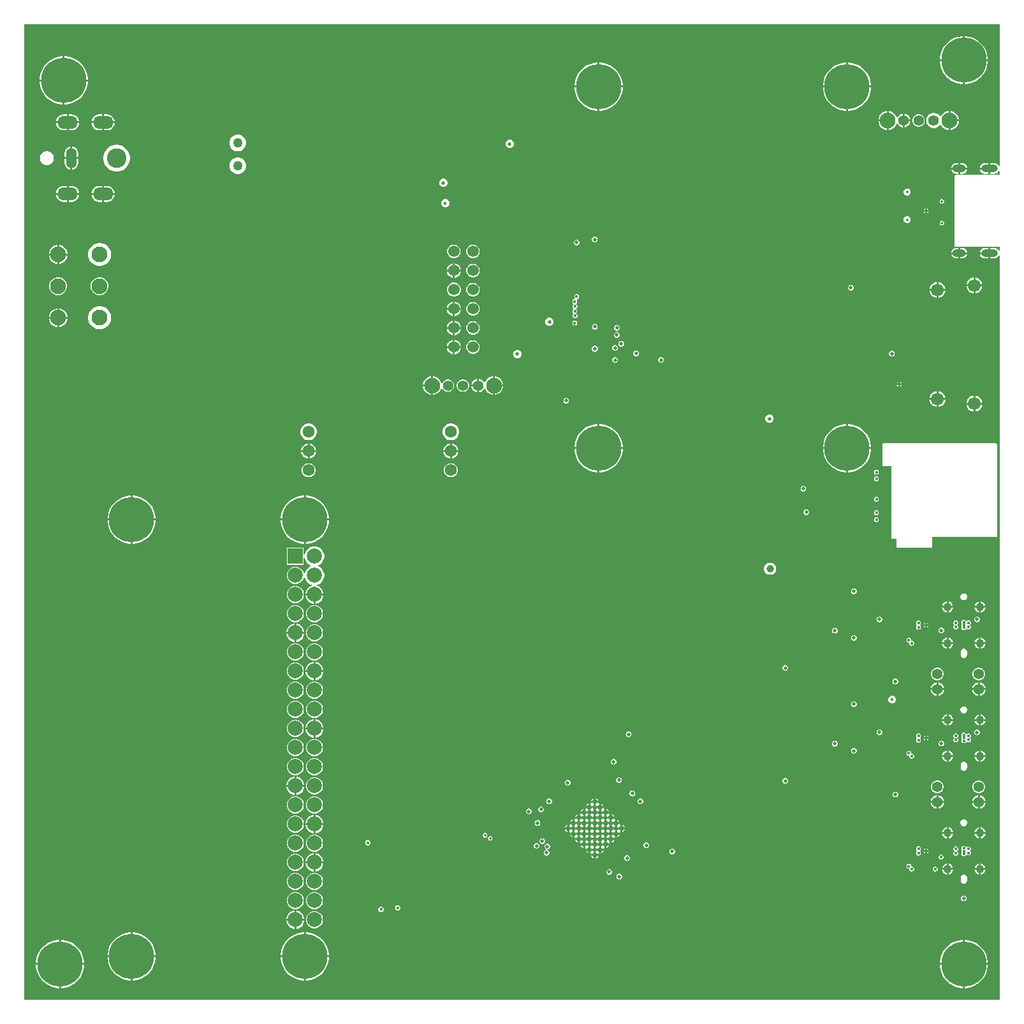
<source format=gbr>
%TF.GenerationSoftware,Altium Limited,Altium Designer,22.4.2 (48)*%
G04 Layer_Physical_Order=5*
G04 Layer_Color=26367*
%FSLAX26Y26*%
%MOIN*%
%TF.SameCoordinates,0D1A2E3A-66A7-4FCB-BFB3-5B9149DA6B87*%
%TF.FilePolarity,Positive*%
%TF.FileFunction,Copper,L5,Inr,Signal*%
%TF.Part,Single*%
G01*
G75*
%TA.AperFunction,ComponentPad*%
%ADD69O,0.086614X0.039370*%
%ADD70O,0.070866X0.039370*%
%ADD71C,0.043307*%
%ADD72C,0.082677*%
%ADD73R,0.078740X0.078740*%
%ADD74C,0.078740*%
%ADD75C,0.055118*%
%ADD76O,0.106299X0.066929*%
%ADD77O,0.055118X0.106299*%
%ADD78C,0.102362*%
%ADD79C,0.062992*%
%ADD80C,0.236220*%
%ADD81C,0.066929*%
%ADD82C,0.060000*%
%TA.AperFunction,ViaPad*%
%ADD83C,0.027559*%
%ADD84C,0.019685*%
%ADD85C,0.015748*%
%ADD86C,0.013780*%
%ADD87C,0.017716*%
%ADD88C,0.039370*%
%ADD89C,0.050000*%
G36*
X6092167Y5354016D02*
X6087167Y5353021D01*
X6087065Y5353268D01*
X6082648Y5359025D01*
X6076891Y5363443D01*
X6070186Y5366220D01*
X6062992Y5367167D01*
X6044370D01*
Y5339370D01*
Y5311573D01*
X6062992D01*
X6070186Y5312520D01*
X6076891Y5315297D01*
X6082648Y5319715D01*
X6087065Y5325472D01*
X6087167Y5325718D01*
X6092167Y5324724D01*
Y5305327D01*
X5862205D01*
X5861226Y5304921D01*
X5857283D01*
Y5300979D01*
X5856878Y5300000D01*
Y4936221D01*
X5857283Y4935242D01*
Y4931299D01*
X5861226D01*
X5862205Y4930894D01*
X6092167D01*
Y4911496D01*
X6087167Y4910502D01*
X6087065Y4910749D01*
X6082648Y4916506D01*
X6076891Y4920923D01*
X6070186Y4923700D01*
X6062992Y4924647D01*
X6044370D01*
Y4896850D01*
Y4869054D01*
X6062992D01*
X6070186Y4870001D01*
X6076891Y4872778D01*
X6082648Y4877195D01*
X6087065Y4882952D01*
X6087167Y4883199D01*
X6092167Y4882204D01*
Y994447D01*
X994447D01*
Y6092167D01*
X6092167D01*
Y5354016D01*
D02*
G37*
%LPC*%
G36*
X5915427Y6031496D02*
X5910512D01*
Y5910512D01*
X6031496D01*
Y5915427D01*
X6028394Y5935013D01*
X6022266Y5953873D01*
X6013263Y5971542D01*
X6001607Y5987585D01*
X5987585Y6001607D01*
X5971542Y6013263D01*
X5953873Y6022266D01*
X5935013Y6028394D01*
X5915427Y6031496D01*
D02*
G37*
G36*
X5900512D02*
X5895597D01*
X5876010Y6028394D01*
X5857151Y6022266D01*
X5839482Y6013263D01*
X5823439Y6001607D01*
X5809416Y5987585D01*
X5797760Y5971542D01*
X5788758Y5953873D01*
X5782630Y5935013D01*
X5779528Y5915427D01*
Y5910512D01*
X5900512D01*
Y6031496D01*
D02*
G37*
G36*
X1209915Y5925984D02*
X1205000D01*
Y5805000D01*
X1325984D01*
Y5809915D01*
X1322882Y5829501D01*
X1316754Y5848361D01*
X1307751Y5866030D01*
X1296095Y5882073D01*
X1282073Y5896095D01*
X1266030Y5907751D01*
X1248361Y5916754D01*
X1229501Y5922882D01*
X1209915Y5925984D01*
D02*
G37*
G36*
X1195000D02*
X1190085D01*
X1170499Y5922882D01*
X1151639Y5916754D01*
X1133970Y5907751D01*
X1117927Y5896095D01*
X1103905Y5882073D01*
X1092249Y5866030D01*
X1083246Y5848361D01*
X1077118Y5829501D01*
X1074016Y5809915D01*
Y5805000D01*
X1195000D01*
Y5925984D01*
D02*
G37*
G36*
X6031496Y5900512D02*
X5910512D01*
Y5779528D01*
X5915427D01*
X5935013Y5782630D01*
X5953873Y5788758D01*
X5971542Y5797760D01*
X5987585Y5809416D01*
X6001607Y5823439D01*
X6013263Y5839482D01*
X6022266Y5857151D01*
X6028394Y5876010D01*
X6031496Y5895597D01*
Y5900512D01*
D02*
G37*
G36*
X5900512D02*
X5779528D01*
Y5895597D01*
X5782630Y5876010D01*
X5788758Y5857151D01*
X5797760Y5839482D01*
X5809416Y5823439D01*
X5823439Y5809416D01*
X5839482Y5797760D01*
X5857151Y5788758D01*
X5876010Y5782630D01*
X5895597Y5779528D01*
X5900512D01*
Y5900512D01*
D02*
G37*
G36*
X5305191Y5893701D02*
X5300275D01*
Y5772716D01*
X5421260D01*
Y5777632D01*
X5418158Y5797218D01*
X5412030Y5816078D01*
X5403027Y5833747D01*
X5391371Y5849790D01*
X5377349Y5863812D01*
X5361306Y5875468D01*
X5343637Y5884471D01*
X5324777Y5890599D01*
X5305191Y5893701D01*
D02*
G37*
G36*
X5290275D02*
X5285360D01*
X5265774Y5890599D01*
X5246914Y5884471D01*
X5229245Y5875468D01*
X5213202Y5863812D01*
X5199180Y5849790D01*
X5187524Y5833747D01*
X5178521Y5816078D01*
X5172394Y5797218D01*
X5169291Y5777632D01*
Y5772716D01*
X5290275D01*
Y5893701D01*
D02*
G37*
G36*
X4005978D02*
X4001063D01*
Y5772716D01*
X4122047D01*
Y5777632D01*
X4118945Y5797218D01*
X4112817Y5816078D01*
X4103814Y5833747D01*
X4092158Y5849790D01*
X4078136Y5863812D01*
X4062093Y5875468D01*
X4044424Y5884471D01*
X4025564Y5890599D01*
X4005978Y5893701D01*
D02*
G37*
G36*
X3991063D02*
X3986148D01*
X3966562Y5890599D01*
X3947702Y5884471D01*
X3930033Y5875468D01*
X3913990Y5863812D01*
X3899968Y5849790D01*
X3888312Y5833747D01*
X3879309Y5816078D01*
X3873181Y5797218D01*
X3870079Y5777632D01*
Y5772716D01*
X3991063D01*
Y5893701D01*
D02*
G37*
G36*
X1325984Y5795000D02*
X1205000D01*
Y5674016D01*
X1209915D01*
X1229501Y5677118D01*
X1248361Y5683246D01*
X1266030Y5692249D01*
X1282073Y5703905D01*
X1296095Y5717927D01*
X1307751Y5733970D01*
X1316754Y5751639D01*
X1322882Y5770499D01*
X1325984Y5790085D01*
Y5795000D01*
D02*
G37*
G36*
X1195000D02*
X1074016D01*
Y5790085D01*
X1077118Y5770499D01*
X1083246Y5751639D01*
X1092249Y5733970D01*
X1103905Y5717927D01*
X1117927Y5703905D01*
X1133970Y5692249D01*
X1151639Y5683246D01*
X1170499Y5677118D01*
X1190085Y5674016D01*
X1195000D01*
Y5795000D01*
D02*
G37*
G36*
X5421260Y5762716D02*
X5300275D01*
Y5641732D01*
X5305191D01*
X5324777Y5644834D01*
X5343637Y5650962D01*
X5361306Y5659965D01*
X5377349Y5671621D01*
X5391371Y5685643D01*
X5403027Y5701686D01*
X5412030Y5719355D01*
X5418158Y5738215D01*
X5421260Y5757801D01*
Y5762716D01*
D02*
G37*
G36*
X5290275D02*
X5169291D01*
Y5757801D01*
X5172394Y5738215D01*
X5178521Y5719355D01*
X5187524Y5701686D01*
X5199180Y5685643D01*
X5213202Y5671621D01*
X5229245Y5659965D01*
X5246914Y5650962D01*
X5265774Y5644834D01*
X5285360Y5641732D01*
X5290275D01*
Y5762716D01*
D02*
G37*
G36*
X4122047Y5762716D02*
X4001063D01*
Y5641732D01*
X4005978D01*
X4025564Y5644834D01*
X4044424Y5650962D01*
X4062093Y5659965D01*
X4078136Y5671621D01*
X4092158Y5685643D01*
X4103814Y5701686D01*
X4112817Y5719355D01*
X4118945Y5738215D01*
X4122047Y5757801D01*
Y5762716D01*
D02*
G37*
G36*
X3991063D02*
X3870079D01*
Y5757801D01*
X3873181Y5738215D01*
X3879309Y5719355D01*
X3888312Y5701686D01*
X3899968Y5685643D01*
X3913990Y5671621D01*
X3930033Y5659965D01*
X3947702Y5650962D01*
X3966562Y5644834D01*
X3986148Y5641732D01*
X3991063D01*
Y5762716D01*
D02*
G37*
G36*
X5825709Y5639764D02*
X5824230D01*
X5811713Y5636410D01*
X5800491Y5629931D01*
X5791329Y5620769D01*
X5786574Y5612533D01*
X5780801D01*
X5779535Y5614725D01*
X5772205Y5622055D01*
X5763228Y5627238D01*
X5753215Y5629921D01*
X5742848D01*
X5732835Y5627238D01*
X5723858Y5622055D01*
X5716528Y5614725D01*
X5711345Y5605747D01*
X5708662Y5595734D01*
Y5585368D01*
X5711345Y5575355D01*
X5716528Y5566377D01*
X5723858Y5559047D01*
X5732835Y5553864D01*
X5742848Y5551181D01*
X5753215D01*
X5763228Y5553864D01*
X5772205Y5559047D01*
X5779535Y5566377D01*
X5780801Y5568569D01*
X5786574D01*
X5791329Y5560334D01*
X5800491Y5551171D01*
X5811713Y5544692D01*
X5824230Y5541339D01*
X5825709D01*
Y5590551D01*
Y5639764D01*
D02*
G37*
G36*
X5837188D02*
X5835709D01*
Y5595551D01*
X5879921D01*
Y5597030D01*
X5876568Y5609547D01*
X5870088Y5620769D01*
X5860926Y5629931D01*
X5849704Y5636410D01*
X5837188Y5639764D01*
D02*
G37*
G36*
X5595551Y5625894D02*
Y5595551D01*
X5625894D01*
X5623569Y5604228D01*
X5618904Y5612307D01*
X5612307Y5618905D01*
X5604228Y5623569D01*
X5595551Y5625894D01*
D02*
G37*
G36*
X5502874Y5639764D02*
X5501395D01*
X5488879Y5636410D01*
X5477657Y5629931D01*
X5468494Y5620769D01*
X5462015Y5609547D01*
X5458661Y5597030D01*
Y5595551D01*
X5502874D01*
Y5639764D01*
D02*
G37*
G36*
X1425197Y5622404D02*
X1410512D01*
Y5585709D01*
X1466234D01*
X1465471Y5591500D01*
X1461306Y5601556D01*
X1454680Y5610192D01*
X1446044Y5616818D01*
X1435988Y5620983D01*
X1425197Y5622404D01*
D02*
G37*
G36*
X1400512D02*
X1385827D01*
X1375035Y5620983D01*
X1364979Y5616818D01*
X1356344Y5610192D01*
X1349718Y5601556D01*
X1345552Y5591500D01*
X1344790Y5585709D01*
X1400512D01*
Y5622404D01*
D02*
G37*
G36*
X1240158D02*
X1225472D01*
Y5585709D01*
X1281195D01*
X1280432Y5591500D01*
X1276267Y5601556D01*
X1269640Y5610192D01*
X1261005Y5616818D01*
X1250949Y5620983D01*
X1240158Y5622404D01*
D02*
G37*
G36*
X1215472D02*
X1200787D01*
X1189996Y5620983D01*
X1179940Y5616818D01*
X1171304Y5610192D01*
X1164678Y5601556D01*
X1160513Y5591500D01*
X1159750Y5585709D01*
X1215472D01*
Y5622404D01*
D02*
G37*
G36*
X5673567Y5623032D02*
X5665015D01*
X5656754Y5620818D01*
X5649348Y5616542D01*
X5643301Y5610495D01*
X5639025Y5603088D01*
X5636811Y5594827D01*
Y5586275D01*
X5639025Y5578014D01*
X5643301Y5570608D01*
X5649348Y5564560D01*
X5656754Y5560284D01*
X5665015Y5558071D01*
X5673567D01*
X5681828Y5560284D01*
X5689235Y5564560D01*
X5695282Y5570608D01*
X5699558Y5578014D01*
X5701772Y5586275D01*
Y5594827D01*
X5699558Y5603088D01*
X5695282Y5610495D01*
X5689235Y5616542D01*
X5681828Y5620818D01*
X5673567Y5623032D01*
D02*
G37*
G36*
X5625894Y5585551D02*
X5595551D01*
Y5555208D01*
X5604228Y5557533D01*
X5612307Y5562198D01*
X5618904Y5568795D01*
X5623569Y5576875D01*
X5625894Y5585551D01*
D02*
G37*
G36*
X5514353Y5639764D02*
X5512874D01*
Y5590551D01*
Y5541339D01*
X5514353D01*
X5526869Y5544692D01*
X5538091Y5551171D01*
X5547254Y5560334D01*
X5553733Y5571556D01*
X5554081Y5572854D01*
X5559446Y5573560D01*
X5562198Y5568795D01*
X5568795Y5562198D01*
X5576874Y5557533D01*
X5585551Y5555208D01*
Y5590551D01*
Y5625894D01*
X5576874Y5623569D01*
X5568795Y5618905D01*
X5562198Y5612307D01*
X5559446Y5607542D01*
X5554081Y5608249D01*
X5553733Y5609547D01*
X5547254Y5620769D01*
X5538091Y5629931D01*
X5526869Y5636410D01*
X5514353Y5639764D01*
D02*
G37*
G36*
X5879921Y5585551D02*
X5835709D01*
Y5541339D01*
X5837188D01*
X5849704Y5544692D01*
X5860926Y5551171D01*
X5870088Y5560334D01*
X5876568Y5571556D01*
X5879921Y5584072D01*
Y5585551D01*
D02*
G37*
G36*
X5502874D02*
X5458661D01*
Y5584072D01*
X5462015Y5571556D01*
X5468494Y5560334D01*
X5477657Y5551171D01*
X5488879Y5544692D01*
X5501395Y5541339D01*
X5502874D01*
Y5585551D01*
D02*
G37*
G36*
X1466234Y5575709D02*
X1410512D01*
Y5539014D01*
X1425197D01*
X1435988Y5540434D01*
X1446044Y5544600D01*
X1454680Y5551226D01*
X1461306Y5559861D01*
X1465471Y5569917D01*
X1466234Y5575709D01*
D02*
G37*
G36*
X1400512D02*
X1344790D01*
X1345552Y5569917D01*
X1349718Y5559861D01*
X1356344Y5551226D01*
X1364979Y5544600D01*
X1375035Y5540434D01*
X1385827Y5539014D01*
X1400512D01*
Y5575709D01*
D02*
G37*
G36*
X1281195Y5575709D02*
X1225472D01*
Y5539014D01*
X1240158D01*
X1250949Y5540434D01*
X1261005Y5544600D01*
X1269640Y5551226D01*
X1276267Y5559861D01*
X1280432Y5569917D01*
X1281195Y5575709D01*
D02*
G37*
G36*
X1215472D02*
X1159750D01*
X1160513Y5569917D01*
X1164678Y5559861D01*
X1171304Y5551226D01*
X1179940Y5544600D01*
X1189996Y5540434D01*
X1200787Y5539014D01*
X1215472D01*
Y5575709D01*
D02*
G37*
G36*
X3535803Y5490157D02*
X3527189D01*
X3519230Y5486861D01*
X3513139Y5480770D01*
X3509843Y5472811D01*
Y5464197D01*
X3513139Y5456238D01*
X3519230Y5450147D01*
X3527189Y5446850D01*
X3535803D01*
X3543762Y5450147D01*
X3549853Y5456238D01*
X3553150Y5464197D01*
Y5472811D01*
X3549853Y5480770D01*
X3543762Y5486861D01*
X3535803Y5490157D01*
D02*
G37*
G36*
X2115990Y5516142D02*
X2104483D01*
X2093368Y5513164D01*
X2083403Y5507410D01*
X2075267Y5499274D01*
X2069514Y5489309D01*
X2066535Y5478194D01*
Y5466688D01*
X2069514Y5455573D01*
X2075267Y5445608D01*
X2083403Y5437472D01*
X2093368Y5431718D01*
X2104483Y5428740D01*
X2115990D01*
X2127104Y5431718D01*
X2137069Y5437472D01*
X2145206Y5445608D01*
X2150959Y5455573D01*
X2153937Y5466688D01*
Y5478194D01*
X2150959Y5489309D01*
X2145206Y5499274D01*
X2137069Y5507410D01*
X2127104Y5513164D01*
X2115990Y5516142D01*
D02*
G37*
G36*
X1245158Y5454372D02*
Y5398701D01*
X1275896D01*
Y5419291D01*
X1274678Y5428541D01*
X1271108Y5437161D01*
X1265429Y5444562D01*
X1258027Y5450242D01*
X1249407Y5453812D01*
X1245158Y5454372D01*
D02*
G37*
G36*
X1235158D02*
X1230908Y5453812D01*
X1222288Y5450242D01*
X1214886Y5444562D01*
X1209207Y5437161D01*
X1205637Y5428541D01*
X1204419Y5419291D01*
Y5398701D01*
X1235158D01*
Y5454372D01*
D02*
G37*
G36*
X1116999Y5430118D02*
X1107410D01*
X1098148Y5427636D01*
X1089844Y5422842D01*
X1083064Y5416061D01*
X1078269Y5407757D01*
X1075787Y5398495D01*
Y5388906D01*
X1078269Y5379644D01*
X1083064Y5371340D01*
X1089844Y5364560D01*
X1098148Y5359765D01*
X1107410Y5357283D01*
X1116999D01*
X1126261Y5359765D01*
X1134565Y5364560D01*
X1141346Y5371340D01*
X1146140Y5379644D01*
X1148622Y5388906D01*
Y5398495D01*
X1146140Y5407757D01*
X1141346Y5416061D01*
X1134565Y5422842D01*
X1126261Y5427636D01*
X1116999Y5430118D01*
D02*
G37*
G36*
X6034370Y5367167D02*
X6015748D01*
X6008554Y5366220D01*
X6001850Y5363443D01*
X5996093Y5359025D01*
X5991675Y5353268D01*
X5988898Y5346564D01*
X5988609Y5344370D01*
X6034370D01*
Y5367167D01*
D02*
G37*
G36*
X5897638D02*
X5886890D01*
Y5344370D01*
X5924776D01*
X5924487Y5346564D01*
X5921711Y5353268D01*
X5917293Y5359025D01*
X5911536Y5363443D01*
X5904832Y5366220D01*
X5897638Y5367167D01*
D02*
G37*
G36*
X5876890D02*
X5866142D01*
X5858948Y5366220D01*
X5852243Y5363443D01*
X5846486Y5359025D01*
X5842069Y5353268D01*
X5839292Y5346564D01*
X5839003Y5344370D01*
X5876890D01*
Y5367167D01*
D02*
G37*
G36*
X1275896Y5388701D02*
X1245158D01*
Y5333030D01*
X1249407Y5333589D01*
X1258027Y5337160D01*
X1265429Y5342839D01*
X1271108Y5350241D01*
X1274678Y5358860D01*
X1275896Y5368110D01*
Y5388701D01*
D02*
G37*
G36*
X1235158D02*
X1204419D01*
Y5368110D01*
X1205637Y5358860D01*
X1209207Y5350241D01*
X1214886Y5342839D01*
X1222288Y5337160D01*
X1230908Y5333589D01*
X1235158Y5333030D01*
Y5388701D01*
D02*
G37*
G36*
X1483261Y5463583D02*
X1469495D01*
X1455994Y5460897D01*
X1443276Y5455629D01*
X1431831Y5447982D01*
X1422097Y5438248D01*
X1414449Y5426802D01*
X1409181Y5414085D01*
X1406496Y5400584D01*
Y5386818D01*
X1409181Y5373317D01*
X1414449Y5360599D01*
X1422097Y5349154D01*
X1431831Y5339420D01*
X1443276Y5331772D01*
X1455994Y5326504D01*
X1469495Y5323819D01*
X1483261D01*
X1496762Y5326504D01*
X1509479Y5331772D01*
X1520925Y5339420D01*
X1530659Y5349154D01*
X1538306Y5360599D01*
X1543574Y5373317D01*
X1546260Y5386818D01*
Y5400584D01*
X1543574Y5414085D01*
X1538306Y5426802D01*
X1530659Y5438248D01*
X1520925Y5447982D01*
X1509479Y5455629D01*
X1496762Y5460897D01*
X1483261Y5463583D01*
D02*
G37*
G36*
X6034370Y5334370D02*
X5988609D01*
X5988898Y5332176D01*
X5991675Y5325472D01*
X5996093Y5319715D01*
X6001850Y5315297D01*
X6008554Y5312520D01*
X6015748Y5311573D01*
X6034370D01*
Y5334370D01*
D02*
G37*
G36*
X5924776Y5334370D02*
X5886890D01*
Y5311573D01*
X5897638D01*
X5904832Y5312520D01*
X5911536Y5315297D01*
X5917293Y5319715D01*
X5921711Y5325472D01*
X5924487Y5332176D01*
X5924776Y5334370D01*
D02*
G37*
G36*
X5876890D02*
X5839003D01*
X5839292Y5332176D01*
X5842069Y5325472D01*
X5846486Y5319715D01*
X5852243Y5315297D01*
X5858948Y5312520D01*
X5866142Y5311573D01*
X5876890D01*
Y5334370D01*
D02*
G37*
G36*
X2115990Y5398032D02*
X2104483D01*
X2093368Y5395053D01*
X2083403Y5389300D01*
X2075267Y5381164D01*
X2069514Y5371199D01*
X2066535Y5360084D01*
Y5348577D01*
X2069514Y5337463D01*
X2075267Y5327498D01*
X2083403Y5319361D01*
X2093368Y5313608D01*
X2104483Y5310630D01*
X2115990D01*
X2127104Y5313608D01*
X2137069Y5319361D01*
X2145206Y5327498D01*
X2150959Y5337463D01*
X2153937Y5348577D01*
Y5360084D01*
X2150959Y5371199D01*
X2145206Y5381164D01*
X2137069Y5389300D01*
X2127104Y5395053D01*
X2115990Y5398032D01*
D02*
G37*
G36*
X3189347Y5285433D02*
X3180732D01*
X3172774Y5282136D01*
X3166682Y5276045D01*
X3163386Y5268087D01*
Y5259472D01*
X3166682Y5251514D01*
X3172774Y5245423D01*
X3180732Y5242126D01*
X3189347D01*
X3197305Y5245423D01*
X3203396Y5251514D01*
X3206693Y5259472D01*
Y5268087D01*
X3203396Y5276045D01*
X3197305Y5282136D01*
X3189347Y5285433D01*
D02*
G37*
G36*
X1240158Y5248388D02*
X1225472D01*
Y5211693D01*
X1281195D01*
X1280432Y5217484D01*
X1276267Y5227541D01*
X1269640Y5236176D01*
X1261005Y5242802D01*
X1250949Y5246967D01*
X1240158Y5248388D01*
D02*
G37*
G36*
X1215472D02*
X1200787D01*
X1189996Y5246967D01*
X1179940Y5242802D01*
X1171304Y5236176D01*
X1164678Y5227541D01*
X1160513Y5217484D01*
X1159750Y5211693D01*
X1215472D01*
Y5248388D01*
D02*
G37*
G36*
X1425197D02*
X1410512D01*
Y5211693D01*
X1466234D01*
X1465471Y5217484D01*
X1461306Y5227541D01*
X1454680Y5236176D01*
X1446044Y5242802D01*
X1435988Y5246967D01*
X1425197Y5248388D01*
D02*
G37*
G36*
X1400512D02*
X1385827D01*
X1375035Y5246967D01*
X1364979Y5242802D01*
X1356344Y5236176D01*
X1349718Y5227541D01*
X1345552Y5217484D01*
X1344790Y5211693D01*
X1400512D01*
Y5248388D01*
D02*
G37*
G36*
X5612972Y5235236D02*
X5605532D01*
X5598659Y5232389D01*
X5593398Y5227128D01*
X5590551Y5220255D01*
Y5212816D01*
X5593398Y5205942D01*
X5598659Y5200682D01*
X5605532Y5197835D01*
X5612972D01*
X5619845Y5200682D01*
X5625106Y5205942D01*
X5627953Y5212816D01*
Y5220255D01*
X5625106Y5227128D01*
X5619845Y5232389D01*
X5612972Y5235236D01*
D02*
G37*
G36*
X1466234Y5201693D02*
X1410512D01*
Y5164998D01*
X1425197D01*
X1435988Y5166418D01*
X1446044Y5170584D01*
X1454680Y5177210D01*
X1461306Y5185845D01*
X1465471Y5195901D01*
X1466234Y5201693D01*
D02*
G37*
G36*
X1400512D02*
X1344790D01*
X1345552Y5195901D01*
X1349718Y5185845D01*
X1356344Y5177210D01*
X1364979Y5170584D01*
X1375035Y5166418D01*
X1385827Y5164998D01*
X1400512D01*
Y5201693D01*
D02*
G37*
G36*
X1281195Y5201693D02*
X1225472D01*
Y5164998D01*
X1240158D01*
X1250949Y5166418D01*
X1261005Y5170584D01*
X1269640Y5177210D01*
X1276267Y5185845D01*
X1280432Y5195901D01*
X1281195Y5201693D01*
D02*
G37*
G36*
X1215472D02*
X1159750D01*
X1160513Y5195901D01*
X1164678Y5185845D01*
X1171304Y5177210D01*
X1179940Y5170584D01*
X1189996Y5166418D01*
X1200787Y5164998D01*
X1215472D01*
Y5201693D01*
D02*
G37*
G36*
X5793649Y5179134D02*
X5788950D01*
X5784609Y5177336D01*
X5781286Y5174013D01*
X5779488Y5169672D01*
Y5164973D01*
X5781286Y5160632D01*
X5784609Y5157310D01*
X5788950Y5155512D01*
X5793649D01*
X5797990Y5157310D01*
X5801312Y5160632D01*
X5803110Y5164973D01*
Y5169672D01*
X5801312Y5174013D01*
X5797990Y5177336D01*
X5793649Y5179134D01*
D02*
G37*
G36*
X3199111Y5178669D02*
X3190889D01*
X3183292Y5175523D01*
X3177477Y5169708D01*
X3174331Y5162111D01*
Y5153889D01*
X3177477Y5146292D01*
X3183292Y5140477D01*
X3190889Y5137331D01*
X3199111D01*
X3206708Y5140477D01*
X3212523Y5146292D01*
X3215669Y5153889D01*
Y5162111D01*
X3212523Y5169708D01*
X3206708Y5175523D01*
X3199111Y5178669D01*
D02*
G37*
G36*
X5713661Y5129974D02*
Y5123110D01*
X5720525D01*
X5719575Y5125403D01*
X5715954Y5129024D01*
X5713661Y5129974D01*
D02*
G37*
G36*
X5703661D02*
X5701369Y5129024D01*
X5697747Y5125403D01*
X5696798Y5123110D01*
X5703661D01*
Y5129974D01*
D02*
G37*
G36*
X5720525Y5113110D02*
X5713661D01*
Y5106247D01*
X5715954Y5107196D01*
X5719575Y5110818D01*
X5720525Y5113110D01*
D02*
G37*
G36*
X5703661D02*
X5696798D01*
X5697747Y5110818D01*
X5701369Y5107196D01*
X5703661Y5106247D01*
Y5113110D01*
D02*
G37*
G36*
X5612972Y5090551D02*
X5605532D01*
X5598659Y5087704D01*
X5593398Y5082444D01*
X5590551Y5075570D01*
Y5068131D01*
X5593398Y5061257D01*
X5598659Y5055997D01*
X5605532Y5053150D01*
X5612972D01*
X5619845Y5055997D01*
X5625106Y5061257D01*
X5627953Y5068131D01*
Y5075570D01*
X5625106Y5082444D01*
X5619845Y5087704D01*
X5612972Y5090551D01*
D02*
G37*
G36*
X5794226Y5066391D02*
X5789527D01*
X5785186Y5064593D01*
X5781863Y5061271D01*
X5780065Y5056930D01*
Y5052231D01*
X5781863Y5047890D01*
X5785186Y5044568D01*
X5789527Y5042769D01*
X5794226D01*
X5798567Y5044568D01*
X5801889Y5047890D01*
X5803687Y5052231D01*
Y5056930D01*
X5801889Y5061271D01*
X5798567Y5064593D01*
X5794226Y5066391D01*
D02*
G37*
G36*
X3979441Y4983268D02*
X3973567D01*
X3968141Y4981020D01*
X3963988Y4976867D01*
X3961740Y4971441D01*
Y4965567D01*
X3963988Y4960141D01*
X3968141Y4955988D01*
X3973567Y4953740D01*
X3979441D01*
X3984867Y4955988D01*
X3989020Y4960141D01*
X3991268Y4965567D01*
Y4971441D01*
X3989020Y4976867D01*
X3984867Y4981020D01*
X3979441Y4983268D01*
D02*
G37*
G36*
X3884827Y4967520D02*
X3878953D01*
X3873527Y4965272D01*
X3869374Y4961119D01*
X3867126Y4955693D01*
Y4949819D01*
X3869374Y4944393D01*
X3873527Y4940240D01*
X3878953Y4937992D01*
X3884827D01*
X3890253Y4940240D01*
X3894406Y4944393D01*
X3896654Y4949819D01*
Y4955693D01*
X3894406Y4961119D01*
X3890253Y4965272D01*
X3884827Y4967520D01*
D02*
G37*
G36*
X5897638Y4924647D02*
X5886890D01*
Y4901851D01*
X5924776D01*
X5924487Y4904045D01*
X5921711Y4910749D01*
X5917293Y4916506D01*
X5911536Y4920923D01*
X5904832Y4923700D01*
X5897638Y4924647D01*
D02*
G37*
G36*
X5876890D02*
X5866142D01*
X5858948Y4923700D01*
X5852243Y4920923D01*
X5846486Y4916506D01*
X5842069Y4910749D01*
X5839292Y4904045D01*
X5839003Y4901851D01*
X5876890D01*
Y4924647D01*
D02*
G37*
G36*
X6034370D02*
X6015748D01*
X6008554Y4923700D01*
X6001850Y4920923D01*
X5996093Y4916506D01*
X5991675Y4910749D01*
X5988898Y4904045D01*
X5988609Y4901850D01*
X6034370D01*
Y4924647D01*
D02*
G37*
G36*
X1177739Y4938976D02*
X1176260D01*
Y4894764D01*
X1220473D01*
Y4896243D01*
X1217119Y4908759D01*
X1210640Y4919981D01*
X1201477Y4929144D01*
X1190255Y4935623D01*
X1177739Y4938976D01*
D02*
G37*
G36*
X1166260D02*
X1164781D01*
X1152264Y4935623D01*
X1141043Y4929144D01*
X1131880Y4919981D01*
X1125401Y4908759D01*
X1122047Y4896243D01*
Y4894764D01*
X1166260D01*
Y4938976D01*
D02*
G37*
G36*
X3344558Y4941221D02*
X3335363D01*
X3326481Y4938841D01*
X3318518Y4934243D01*
X3312017Y4927741D01*
X3307419Y4919778D01*
X3305039Y4910897D01*
Y4901702D01*
X3307419Y4892820D01*
X3312017Y4884857D01*
X3318518Y4878355D01*
X3326481Y4873758D01*
X3335363Y4871378D01*
X3344558D01*
X3353440Y4873758D01*
X3361403Y4878355D01*
X3367905Y4884857D01*
X3372502Y4892820D01*
X3374882Y4901702D01*
Y4910897D01*
X3372502Y4919778D01*
X3367905Y4927741D01*
X3361403Y4934243D01*
X3353440Y4938841D01*
X3344558Y4941221D01*
D02*
G37*
G36*
X3244558D02*
X3235363D01*
X3226481Y4938841D01*
X3218518Y4934243D01*
X3212017Y4927741D01*
X3207419Y4919778D01*
X3205039Y4910897D01*
Y4901702D01*
X3207419Y4892820D01*
X3212017Y4884857D01*
X3218518Y4878355D01*
X3226481Y4873758D01*
X3235363Y4871378D01*
X3244558D01*
X3253440Y4873758D01*
X3261403Y4878355D01*
X3267905Y4884857D01*
X3272502Y4892820D01*
X3274882Y4901702D01*
Y4910897D01*
X3272502Y4919778D01*
X3267905Y4927741D01*
X3261403Y4934243D01*
X3253440Y4938841D01*
X3244558Y4941221D01*
D02*
G37*
G36*
X6034370Y4891850D02*
X5988609D01*
X5988898Y4889656D01*
X5991675Y4882952D01*
X5996093Y4877195D01*
X6001850Y4872778D01*
X6008554Y4870001D01*
X6015748Y4869054D01*
X6034370D01*
Y4891850D01*
D02*
G37*
G36*
X5924776Y4891851D02*
X5886890D01*
Y4869054D01*
X5897638D01*
X5904832Y4870001D01*
X5911536Y4872778D01*
X5917293Y4877195D01*
X5921711Y4882952D01*
X5924487Y4889656D01*
X5924776Y4891851D01*
D02*
G37*
G36*
X5876890D02*
X5839003D01*
X5839292Y4889656D01*
X5842069Y4882952D01*
X5846486Y4877195D01*
X5852243Y4872778D01*
X5858948Y4870001D01*
X5866142Y4869054D01*
X5876890D01*
Y4891851D01*
D02*
G37*
G36*
X1220473Y4884764D02*
X1176260D01*
Y4840551D01*
X1177739D01*
X1190255Y4843905D01*
X1201477Y4850384D01*
X1210640Y4859546D01*
X1217119Y4870768D01*
X1220473Y4883285D01*
Y4884764D01*
D02*
G37*
G36*
X1166260D02*
X1122047D01*
Y4883285D01*
X1125401Y4870768D01*
X1131880Y4859546D01*
X1141043Y4850384D01*
X1152264Y4843905D01*
X1164781Y4840551D01*
X1166260D01*
Y4884764D01*
D02*
G37*
G36*
X1393709Y4949803D02*
X1381882D01*
X1370283Y4947496D01*
X1359356Y4942970D01*
X1349522Y4936399D01*
X1341160Y4928037D01*
X1334589Y4918203D01*
X1330063Y4907276D01*
X1327756Y4895677D01*
Y4883850D01*
X1330063Y4872251D01*
X1334589Y4861324D01*
X1341160Y4851491D01*
X1349522Y4843128D01*
X1359356Y4836557D01*
X1370283Y4832032D01*
X1381882Y4829724D01*
X1393709D01*
X1405308Y4832032D01*
X1416235Y4836557D01*
X1426068Y4843128D01*
X1434431Y4851491D01*
X1441002Y4861324D01*
X1445527Y4872251D01*
X1447835Y4883850D01*
Y4895677D01*
X1445527Y4907276D01*
X1441002Y4918203D01*
X1434431Y4928037D01*
X1426068Y4936399D01*
X1416235Y4942970D01*
X1405308Y4947496D01*
X1393709Y4949803D01*
D02*
G37*
G36*
X3244961Y4844169D02*
Y4811299D01*
X3277831D01*
X3275253Y4820918D01*
X3270267Y4829554D01*
X3263216Y4836606D01*
X3254579Y4841592D01*
X3244961Y4844169D01*
D02*
G37*
G36*
X3234961D02*
X3225342Y4841592D01*
X3216705Y4836606D01*
X3209654Y4829554D01*
X3204668Y4820918D01*
X3202090Y4811299D01*
X3234961D01*
Y4844169D01*
D02*
G37*
G36*
X3344558Y4841221D02*
X3335363D01*
X3326481Y4838841D01*
X3318518Y4834243D01*
X3312017Y4827741D01*
X3307419Y4819778D01*
X3305039Y4810897D01*
Y4801702D01*
X3307419Y4792820D01*
X3312017Y4784857D01*
X3318518Y4778355D01*
X3326481Y4773758D01*
X3335363Y4771378D01*
X3344558D01*
X3353440Y4773758D01*
X3361403Y4778355D01*
X3367905Y4784857D01*
X3372502Y4792820D01*
X3374882Y4801702D01*
Y4810897D01*
X3372502Y4819778D01*
X3367905Y4827741D01*
X3361403Y4834243D01*
X3353440Y4838841D01*
X3344558Y4841221D01*
D02*
G37*
G36*
X3277831Y4801299D02*
X3244961D01*
Y4768429D01*
X3254579Y4771006D01*
X3263216Y4775993D01*
X3270267Y4783044D01*
X3275253Y4791680D01*
X3277831Y4801299D01*
D02*
G37*
G36*
X3234961D02*
X3202090D01*
X3204668Y4791680D01*
X3209654Y4783044D01*
X3216705Y4775993D01*
X3225342Y4771006D01*
X3234961Y4768429D01*
Y4801299D01*
D02*
G37*
G36*
X5966072Y4769685D02*
X5965630D01*
Y4733346D01*
X6001968D01*
Y4733789D01*
X5999151Y4744302D01*
X5993709Y4753729D01*
X5986012Y4761425D01*
X5976586Y4766868D01*
X5966072Y4769685D01*
D02*
G37*
G36*
X5955630D02*
X5955188D01*
X5944674Y4766868D01*
X5935248Y4761425D01*
X5927551Y4753729D01*
X5922109Y4744302D01*
X5919292Y4733789D01*
Y4733346D01*
X5955630D01*
Y4769685D01*
D02*
G37*
G36*
X5773159Y4746063D02*
X5772717D01*
Y4709724D01*
X5809055D01*
Y4710167D01*
X5806238Y4720681D01*
X5800796Y4730107D01*
X5793099Y4737803D01*
X5783673Y4743246D01*
X5773159Y4746063D01*
D02*
G37*
G36*
X5762717D02*
X5762274D01*
X5751761Y4743246D01*
X5742334Y4737803D01*
X5734638Y4730107D01*
X5729195Y4720681D01*
X5726378Y4710167D01*
Y4709724D01*
X5762717D01*
Y4746063D01*
D02*
G37*
G36*
X5317897Y4731299D02*
X5312024D01*
X5306598Y4729051D01*
X5302444Y4724898D01*
X5300197Y4719472D01*
Y4713599D01*
X5302444Y4708172D01*
X5306598Y4704019D01*
X5312024Y4701772D01*
X5317897D01*
X5323324Y4704019D01*
X5327477Y4708172D01*
X5329724Y4713599D01*
Y4719472D01*
X5327477Y4724898D01*
X5323324Y4729051D01*
X5317897Y4731299D01*
D02*
G37*
G36*
X6001968Y4723346D02*
X5965630D01*
Y4687008D01*
X5966072D01*
X5976586Y4689825D01*
X5986012Y4695267D01*
X5993709Y4702964D01*
X5999151Y4712390D01*
X6001968Y4722904D01*
Y4723346D01*
D02*
G37*
G36*
X5955630D02*
X5919292D01*
Y4722904D01*
X5922109Y4712390D01*
X5927551Y4702964D01*
X5935248Y4695267D01*
X5944674Y4689825D01*
X5955188Y4687008D01*
X5955630D01*
Y4723346D01*
D02*
G37*
G36*
X1393886Y4770669D02*
X1381705D01*
X1369940Y4767517D01*
X1359391Y4761427D01*
X1350778Y4752814D01*
X1344688Y4742265D01*
X1341535Y4730500D01*
Y4718319D01*
X1344688Y4706554D01*
X1350778Y4696005D01*
X1359391Y4687392D01*
X1369940Y4681302D01*
X1381705Y4678150D01*
X1393886D01*
X1405651Y4681302D01*
X1416200Y4687392D01*
X1424812Y4696005D01*
X1430903Y4706554D01*
X1434055Y4718319D01*
Y4730500D01*
X1430903Y4742265D01*
X1424812Y4752814D01*
X1416200Y4761427D01*
X1405651Y4767517D01*
X1393886Y4770669D01*
D02*
G37*
G36*
X1177350D02*
X1165170D01*
X1153404Y4767517D01*
X1142856Y4761427D01*
X1134243Y4752814D01*
X1128152Y4742265D01*
X1125000Y4730500D01*
Y4718319D01*
X1128152Y4706554D01*
X1134243Y4696005D01*
X1142856Y4687392D01*
X1153404Y4681302D01*
X1165170Y4678150D01*
X1177350D01*
X1189116Y4681302D01*
X1199664Y4687392D01*
X1208277Y4696005D01*
X1214367Y4706554D01*
X1217520Y4718319D01*
Y4730500D01*
X1214367Y4742265D01*
X1208277Y4752814D01*
X1199664Y4761427D01*
X1189116Y4767517D01*
X1177350Y4770669D01*
D02*
G37*
G36*
X3344558Y4741221D02*
X3335363D01*
X3326481Y4738841D01*
X3318518Y4734243D01*
X3312017Y4727741D01*
X3307419Y4719778D01*
X3305039Y4710897D01*
Y4701702D01*
X3307419Y4692820D01*
X3312017Y4684857D01*
X3318518Y4678355D01*
X3326481Y4673758D01*
X3335363Y4671378D01*
X3344558D01*
X3353440Y4673758D01*
X3361403Y4678355D01*
X3367905Y4684857D01*
X3372502Y4692820D01*
X3374882Y4701702D01*
Y4710897D01*
X3372502Y4719778D01*
X3367905Y4727741D01*
X3361403Y4734243D01*
X3353440Y4738841D01*
X3344558Y4741221D01*
D02*
G37*
G36*
X3244688Y4742205D02*
X3235234D01*
X3226102Y4739758D01*
X3217914Y4735031D01*
X3211229Y4728346D01*
X3206502Y4720158D01*
X3204055Y4711026D01*
Y4701572D01*
X3206502Y4692440D01*
X3211229Y4684253D01*
X3217914Y4677568D01*
X3226102Y4672841D01*
X3235234Y4670394D01*
X3244688D01*
X3253820Y4672841D01*
X3262007Y4677568D01*
X3268692Y4684253D01*
X3273419Y4692440D01*
X3275866Y4701572D01*
Y4711026D01*
X3273419Y4720158D01*
X3268692Y4728346D01*
X3262007Y4735031D01*
X3253820Y4739758D01*
X3244688Y4742205D01*
D02*
G37*
G36*
X5809055Y4699724D02*
X5772717D01*
Y4663386D01*
X5773159D01*
X5783673Y4666203D01*
X5793099Y4671645D01*
X5800796Y4679342D01*
X5806238Y4688768D01*
X5809055Y4699282D01*
Y4699724D01*
D02*
G37*
G36*
X5762717D02*
X5726378D01*
Y4699282D01*
X5729195Y4688768D01*
X5734638Y4679342D01*
X5742334Y4671645D01*
X5751761Y4666203D01*
X5762274Y4663386D01*
X5762717D01*
Y4699724D01*
D02*
G37*
G36*
X3244961Y4644169D02*
Y4611299D01*
X3277831D01*
X3275253Y4620918D01*
X3270267Y4629554D01*
X3263216Y4636606D01*
X3254579Y4641592D01*
X3244961Y4644169D01*
D02*
G37*
G36*
X3234961D02*
X3225342Y4641592D01*
X3216705Y4636606D01*
X3209654Y4629554D01*
X3204668Y4620918D01*
X3202090Y4611299D01*
X3234961D01*
Y4644169D01*
D02*
G37*
G36*
X3344558Y4641221D02*
X3335363D01*
X3326481Y4638841D01*
X3318518Y4634243D01*
X3312017Y4627741D01*
X3307419Y4619778D01*
X3305039Y4610897D01*
Y4601702D01*
X3307419Y4592820D01*
X3312017Y4584857D01*
X3318518Y4578355D01*
X3326481Y4573758D01*
X3335363Y4571378D01*
X3344558D01*
X3353440Y4573758D01*
X3361403Y4578355D01*
X3367905Y4584857D01*
X3372502Y4592820D01*
X3374882Y4601702D01*
Y4610897D01*
X3372502Y4619778D01*
X3367905Y4627741D01*
X3361403Y4634243D01*
X3353440Y4638841D01*
X3344558Y4641221D01*
D02*
G37*
G36*
X3277831Y4601299D02*
X3244961D01*
Y4568429D01*
X3254579Y4571006D01*
X3263216Y4575993D01*
X3270267Y4583044D01*
X3275253Y4591680D01*
X3277831Y4601299D01*
D02*
G37*
G36*
X3234961D02*
X3202090D01*
X3204668Y4591680D01*
X3209654Y4583044D01*
X3216705Y4575993D01*
X3225342Y4571006D01*
X3234961Y4568429D01*
Y4601299D01*
D02*
G37*
G36*
X1177739Y4608268D02*
X1176260D01*
Y4564055D01*
X1220473D01*
Y4565534D01*
X1217119Y4578051D01*
X1210640Y4589272D01*
X1201477Y4598435D01*
X1190255Y4604914D01*
X1177739Y4608268D01*
D02*
G37*
G36*
X1166260D02*
X1164781D01*
X1152264Y4604914D01*
X1141043Y4598435D01*
X1131880Y4589272D01*
X1125401Y4578051D01*
X1122047Y4565534D01*
Y4564055D01*
X1166260D01*
Y4608268D01*
D02*
G37*
G36*
X3884435Y4682087D02*
X3879345D01*
X3874642Y4680139D01*
X3871042Y4676539D01*
X3869095Y4671836D01*
Y4666746D01*
X3871042Y4662043D01*
X3870387Y4660220D01*
X3868909Y4657106D01*
X3864629Y4655333D01*
X3861030Y4651734D01*
X3859082Y4647031D01*
Y4641941D01*
X3861030Y4637238D01*
X3863820Y4634448D01*
X3864564Y4632674D01*
X3864277Y4628372D01*
X3862153Y4626248D01*
X3860205Y4621545D01*
Y4616455D01*
X3862153Y4611752D01*
X3863638Y4610267D01*
X3864617Y4606111D01*
X3863418Y4603954D01*
X3861200Y4601736D01*
X3859252Y4597033D01*
Y4591943D01*
X3861200Y4587240D01*
X3863788Y4584652D01*
X3864746Y4583213D01*
X3864162Y4578493D01*
X3862800Y4577131D01*
X3860852Y4572428D01*
Y4567338D01*
X3862800Y4562635D01*
X3866399Y4559036D01*
X3871102Y4557088D01*
X3876193D01*
X3880896Y4559036D01*
X3884495Y4562635D01*
X3886443Y4567338D01*
Y4572428D01*
X3884495Y4577131D01*
X3881907Y4579720D01*
X3880948Y4581158D01*
X3881533Y4585879D01*
X3882895Y4587240D01*
X3884843Y4591943D01*
Y4597033D01*
X3882895Y4601736D01*
X3881409Y4603222D01*
X3880431Y4607378D01*
X3881630Y4609534D01*
X3883847Y4611752D01*
X3885795Y4616455D01*
Y4621545D01*
X3883847Y4626248D01*
X3881057Y4629038D01*
X3880312Y4630811D01*
X3880600Y4635114D01*
X3882724Y4637238D01*
X3884672Y4641941D01*
Y4647031D01*
X3882724Y4651734D01*
X3883379Y4653557D01*
X3884858Y4656671D01*
X3889138Y4658444D01*
X3892737Y4662043D01*
X3894685Y4666746D01*
Y4671836D01*
X3892737Y4676539D01*
X3889138Y4680139D01*
X3884435Y4682087D01*
D02*
G37*
G36*
X3874003Y4544500D02*
X3868913D01*
X3864210Y4542552D01*
X3860611Y4538953D01*
X3858663Y4534250D01*
Y4529160D01*
X3860611Y4524457D01*
X3864210Y4520858D01*
X3868913Y4518910D01*
X3874003D01*
X3878706Y4520858D01*
X3882305Y4524457D01*
X3884253Y4529160D01*
Y4534250D01*
X3882305Y4538953D01*
X3878706Y4542552D01*
X3874003Y4544500D01*
D02*
G37*
G36*
X3743480Y4559055D02*
X3734866D01*
X3726907Y4555758D01*
X3720816Y4549667D01*
X3717520Y4541709D01*
Y4533095D01*
X3720816Y4525136D01*
X3726907Y4519045D01*
X3734866Y4515748D01*
X3743480D01*
X3751439Y4519045D01*
X3757530Y4525136D01*
X3760827Y4533095D01*
Y4541709D01*
X3757530Y4549667D01*
X3751439Y4555758D01*
X3743480Y4559055D01*
D02*
G37*
G36*
X3244961Y4544169D02*
Y4511299D01*
X3277831D01*
X3275253Y4520918D01*
X3270267Y4529554D01*
X3263216Y4536606D01*
X3254579Y4541592D01*
X3244961Y4544169D01*
D02*
G37*
G36*
X3234961D02*
X3225342Y4541592D01*
X3216705Y4536606D01*
X3209654Y4529554D01*
X3204668Y4520918D01*
X3202090Y4511299D01*
X3234961D01*
Y4544169D01*
D02*
G37*
G36*
X1220473Y4554055D02*
X1176260D01*
Y4509842D01*
X1177739D01*
X1190255Y4513196D01*
X1201477Y4519675D01*
X1210640Y4528838D01*
X1217119Y4540060D01*
X1220473Y4552576D01*
Y4554055D01*
D02*
G37*
G36*
X1166260D02*
X1122047D01*
Y4552576D01*
X1125401Y4540060D01*
X1131880Y4528838D01*
X1141043Y4519675D01*
X1152264Y4513196D01*
X1164781Y4509842D01*
X1166260D01*
Y4554055D01*
D02*
G37*
G36*
X1393709Y4619095D02*
X1381882D01*
X1370283Y4616787D01*
X1359356Y4612261D01*
X1349522Y4605691D01*
X1341160Y4597328D01*
X1334589Y4587494D01*
X1330063Y4576568D01*
X1327756Y4564968D01*
Y4553142D01*
X1330063Y4541542D01*
X1334589Y4530616D01*
X1341160Y4520782D01*
X1349522Y4512419D01*
X1359356Y4505849D01*
X1370283Y4501323D01*
X1381882Y4499016D01*
X1393709D01*
X1405308Y4501323D01*
X1416235Y4505849D01*
X1426068Y4512419D01*
X1434431Y4520782D01*
X1441002Y4530616D01*
X1445527Y4541542D01*
X1447835Y4553142D01*
Y4564968D01*
X1445527Y4576568D01*
X1441002Y4587494D01*
X1434431Y4597328D01*
X1426068Y4605691D01*
X1416235Y4612261D01*
X1405308Y4616787D01*
X1393709Y4619095D01*
D02*
G37*
G36*
X3979937Y4526764D02*
X3974063D01*
X3968637Y4524516D01*
X3964484Y4520363D01*
X3962236Y4514937D01*
Y4509063D01*
X3964484Y4503637D01*
X3968637Y4499484D01*
X3974063Y4497236D01*
X3979937D01*
X3985363Y4499484D01*
X3989516Y4503637D01*
X3991764Y4509063D01*
Y4514937D01*
X3989516Y4520363D01*
X3985363Y4524516D01*
X3979937Y4526764D01*
D02*
G37*
G36*
X4094993Y4520993D02*
X4089119D01*
X4083693Y4518745D01*
X4079540Y4514592D01*
X4077292Y4509166D01*
Y4503293D01*
X4079540Y4497866D01*
X4083693Y4493713D01*
X4089119Y4491466D01*
X4094993D01*
X4100419Y4493713D01*
X4104572Y4497866D01*
X4106820Y4503293D01*
Y4509166D01*
X4104572Y4514592D01*
X4100419Y4518745D01*
X4094993Y4520993D01*
D02*
G37*
G36*
X3344558Y4541221D02*
X3335363D01*
X3326481Y4538841D01*
X3318518Y4534243D01*
X3312017Y4527741D01*
X3307419Y4519778D01*
X3305039Y4510897D01*
Y4501702D01*
X3307419Y4492820D01*
X3312017Y4484857D01*
X3318518Y4478355D01*
X3326481Y4473758D01*
X3335363Y4471378D01*
X3344558D01*
X3353440Y4473758D01*
X3361403Y4478355D01*
X3367905Y4484857D01*
X3372502Y4492820D01*
X3374882Y4501702D01*
Y4510897D01*
X3372502Y4519778D01*
X3367905Y4527741D01*
X3361403Y4534243D01*
X3353440Y4538841D01*
X3344558Y4541221D01*
D02*
G37*
G36*
X3277831Y4501299D02*
X3244961D01*
Y4468429D01*
X3254579Y4471006D01*
X3263216Y4475993D01*
X3270267Y4483044D01*
X3275253Y4491680D01*
X3277831Y4501299D01*
D02*
G37*
G36*
X3234961D02*
X3202090D01*
X3204668Y4491680D01*
X3209654Y4483044D01*
X3216705Y4475993D01*
X3225342Y4471006D01*
X3234961Y4468429D01*
Y4501299D01*
D02*
G37*
G36*
X4094350Y4484177D02*
X4088477D01*
X4083050Y4481929D01*
X4078897Y4477776D01*
X4076650Y4472350D01*
Y4466477D01*
X4078897Y4461050D01*
X4083050Y4456897D01*
X4088477Y4454650D01*
X4094350D01*
X4099776Y4456897D01*
X4103930Y4461050D01*
X4106177Y4466477D01*
Y4472350D01*
X4103930Y4477776D01*
X4099776Y4481929D01*
X4094350Y4484177D01*
D02*
G37*
G36*
X3244961Y4444169D02*
Y4411299D01*
X3277831D01*
X3275253Y4420918D01*
X3270267Y4429554D01*
X3263216Y4436606D01*
X3254579Y4441592D01*
X3244961Y4444169D01*
D02*
G37*
G36*
X3234961D02*
X3225342Y4441592D01*
X3216705Y4436606D01*
X3209654Y4429554D01*
X3204668Y4420918D01*
X3202090Y4411299D01*
X3234961D01*
Y4444169D01*
D02*
G37*
G36*
X4117110Y4437764D02*
X4111236D01*
X4105810Y4435516D01*
X4101657Y4431363D01*
X4099409Y4425937D01*
Y4420063D01*
X4101657Y4414637D01*
X4105810Y4410484D01*
X4111236Y4408236D01*
X4117110D01*
X4122536Y4410484D01*
X4126689Y4414637D01*
X4128937Y4420063D01*
Y4425937D01*
X4126689Y4431363D01*
X4122536Y4435516D01*
X4117110Y4437764D01*
D02*
G37*
G36*
X4085614Y4416339D02*
X4079740D01*
X4074314Y4414091D01*
X4070161Y4409938D01*
X4067913Y4404511D01*
Y4398638D01*
X4070161Y4393212D01*
X4074314Y4389059D01*
X4079740Y4386811D01*
X4085614D01*
X4091040Y4389059D01*
X4095193Y4393212D01*
X4097441Y4398638D01*
Y4404511D01*
X4095193Y4409938D01*
X4091040Y4414091D01*
X4085614Y4416339D01*
D02*
G37*
G36*
X3979510Y4412401D02*
X3973245D01*
X3967457Y4410004D01*
X3963028Y4405574D01*
X3960630Y4399786D01*
Y4393521D01*
X3963028Y4387733D01*
X3967457Y4383303D01*
X3973245Y4380905D01*
X3979510D01*
X3985298Y4383303D01*
X3989729Y4387733D01*
X3992126Y4393521D01*
Y4399786D01*
X3989729Y4405574D01*
X3985298Y4410004D01*
X3979510Y4412401D01*
D02*
G37*
G36*
X3344558Y4441221D02*
X3335363D01*
X3326481Y4438841D01*
X3318518Y4434243D01*
X3312017Y4427741D01*
X3307419Y4419778D01*
X3305039Y4410897D01*
Y4401702D01*
X3307419Y4392820D01*
X3312017Y4384857D01*
X3318518Y4378355D01*
X3326481Y4373758D01*
X3335363Y4371378D01*
X3344558D01*
X3353440Y4373758D01*
X3361403Y4378355D01*
X3367905Y4384857D01*
X3372502Y4392820D01*
X3374882Y4401702D01*
Y4410897D01*
X3372502Y4419778D01*
X3367905Y4427741D01*
X3361403Y4434243D01*
X3353440Y4438841D01*
X3344558Y4441221D01*
D02*
G37*
G36*
X3277831Y4401299D02*
X3244961D01*
Y4368429D01*
X3254579Y4371006D01*
X3263216Y4375993D01*
X3270267Y4383044D01*
X3275253Y4391680D01*
X3277831Y4401299D01*
D02*
G37*
G36*
X3234961D02*
X3202090D01*
X3204668Y4391680D01*
X3209654Y4383044D01*
X3216705Y4375993D01*
X3225342Y4371006D01*
X3234961Y4368429D01*
Y4401299D01*
D02*
G37*
G36*
X4195850Y4387795D02*
X4189977D01*
X4184550Y4385548D01*
X4180397Y4381395D01*
X4178150Y4375968D01*
Y4370095D01*
X4180397Y4364668D01*
X4184550Y4360515D01*
X4189977Y4358268D01*
X4195850D01*
X4201276Y4360515D01*
X4205430Y4364668D01*
X4207677Y4370095D01*
Y4375968D01*
X4205430Y4381395D01*
X4201276Y4385548D01*
X4195850Y4387795D01*
D02*
G37*
G36*
X5532464Y4385827D02*
X5526591D01*
X5521165Y4383579D01*
X5517011Y4379426D01*
X5514764Y4374000D01*
Y4368126D01*
X5517011Y4362700D01*
X5521165Y4358547D01*
X5526591Y4356299D01*
X5532464D01*
X5537891Y4358547D01*
X5542044Y4362700D01*
X5544291Y4368126D01*
Y4374000D01*
X5542044Y4379426D01*
X5537891Y4383579D01*
X5532464Y4385827D01*
D02*
G37*
G36*
X3576157Y4391732D02*
X3567543D01*
X3559585Y4388436D01*
X3553494Y4382344D01*
X3550197Y4374386D01*
Y4365772D01*
X3553494Y4357813D01*
X3559585Y4351722D01*
X3567543Y4348425D01*
X3576157D01*
X3584116Y4351722D01*
X3590207Y4357813D01*
X3593504Y4365772D01*
Y4374386D01*
X3590207Y4382344D01*
X3584116Y4388436D01*
X3576157Y4391732D01*
D02*
G37*
G36*
X4325771Y4353346D02*
X4319898D01*
X4314472Y4351099D01*
X4310319Y4346946D01*
X4308071Y4341519D01*
Y4335646D01*
X4310319Y4330220D01*
X4314472Y4326067D01*
X4319898Y4323819D01*
X4325771D01*
X4331198Y4326067D01*
X4335351Y4330220D01*
X4337598Y4335646D01*
Y4341519D01*
X4335351Y4346946D01*
X4331198Y4351099D01*
X4325771Y4353346D01*
D02*
G37*
G36*
X4085614D02*
X4079740D01*
X4074314Y4351099D01*
X4070161Y4346946D01*
X4067913Y4341519D01*
Y4335646D01*
X4070161Y4330220D01*
X4074314Y4326067D01*
X4079740Y4323819D01*
X4085614D01*
X4091040Y4326067D01*
X4095193Y4330220D01*
X4097441Y4335646D01*
Y4341519D01*
X4095193Y4346946D01*
X4091040Y4351099D01*
X4085614Y4353346D01*
D02*
G37*
G36*
X3443819Y4253937D02*
X3442340D01*
X3429823Y4250583D01*
X3418602Y4244104D01*
X3409439Y4234942D01*
X3402960Y4223720D01*
X3402612Y4222422D01*
X3397247Y4221715D01*
X3394495Y4226481D01*
X3387898Y4233078D01*
X3379818Y4237743D01*
X3371142Y4240068D01*
Y4204724D01*
Y4169381D01*
X3379818Y4171706D01*
X3387898Y4176371D01*
X3394495Y4182968D01*
X3397247Y4187733D01*
X3402612Y4187027D01*
X3402960Y4185729D01*
X3409439Y4174507D01*
X3418602Y4165345D01*
X3429823Y4158865D01*
X3442340Y4155512D01*
X3443819D01*
Y4204724D01*
Y4253937D01*
D02*
G37*
G36*
X5573000Y4225929D02*
Y4218000D01*
X5580929D01*
X5579748Y4220850D01*
X5575850Y4224748D01*
X5573000Y4225929D01*
D02*
G37*
G36*
X5563000D02*
X5560150Y4224748D01*
X5556252Y4220850D01*
X5555071Y4218000D01*
X5563000D01*
Y4225929D01*
D02*
G37*
G36*
X3455298Y4253937D02*
X3453819D01*
Y4209724D01*
X3498032D01*
Y4211203D01*
X3494678Y4223720D01*
X3488199Y4234942D01*
X3479036Y4244104D01*
X3467814Y4250583D01*
X3455298Y4253937D01*
D02*
G37*
G36*
X3361142Y4240068D02*
X3352465Y4237743D01*
X3344385Y4233078D01*
X3337788Y4226481D01*
X3333124Y4218401D01*
X3330799Y4209724D01*
X3361142D01*
Y4240068D01*
D02*
G37*
G36*
X3120984Y4253937D02*
X3119505D01*
X3106989Y4250583D01*
X3095767Y4244104D01*
X3086604Y4234942D01*
X3080125Y4223720D01*
X3076772Y4211203D01*
Y4209724D01*
X3120984D01*
Y4253937D01*
D02*
G37*
G36*
X5580929Y4208000D02*
X5573000D01*
Y4200071D01*
X5575850Y4201252D01*
X5579748Y4205150D01*
X5580929Y4208000D01*
D02*
G37*
G36*
X5563000D02*
X5555071D01*
X5556252Y4205150D01*
X5560150Y4201252D01*
X5563000Y4200071D01*
Y4208000D01*
D02*
G37*
G36*
X3291678Y4237205D02*
X3283126D01*
X3274865Y4234991D01*
X3267458Y4230715D01*
X3261411Y4224668D01*
X3257135Y4217261D01*
X3254921Y4209001D01*
Y4200448D01*
X3257135Y4192188D01*
X3261411Y4184781D01*
X3267458Y4178734D01*
X3274865Y4174458D01*
X3283126Y4172244D01*
X3291678D01*
X3299939Y4174458D01*
X3307345Y4178734D01*
X3313392Y4184781D01*
X3317668Y4192188D01*
X3319882Y4200448D01*
Y4209001D01*
X3317668Y4217261D01*
X3313392Y4224668D01*
X3307345Y4230715D01*
X3299939Y4234991D01*
X3291678Y4237205D01*
D02*
G37*
G36*
X3132463Y4253937D02*
X3130984D01*
Y4204724D01*
Y4155512D01*
X3132463D01*
X3144980Y4158865D01*
X3156202Y4165345D01*
X3165364Y4174507D01*
X3171843Y4185729D01*
X3173396Y4191524D01*
X3177124Y4192019D01*
X3178637Y4191767D01*
X3182671Y4184781D01*
X3188718Y4178734D01*
X3196124Y4174458D01*
X3204385Y4172244D01*
X3212938D01*
X3221198Y4174458D01*
X3228605Y4178734D01*
X3234652Y4184781D01*
X3238928Y4192188D01*
X3241142Y4200448D01*
Y4209001D01*
X3238928Y4217261D01*
X3234652Y4224668D01*
X3228605Y4230715D01*
X3221198Y4234991D01*
X3212938Y4237205D01*
X3204385D01*
X3196124Y4234991D01*
X3188718Y4230715D01*
X3182671Y4224668D01*
X3178637Y4217682D01*
X3177124Y4217430D01*
X3173396Y4217925D01*
X3171843Y4223720D01*
X3165364Y4234942D01*
X3156202Y4244104D01*
X3144980Y4250583D01*
X3132463Y4253937D01*
D02*
G37*
G36*
X3361142Y4199724D02*
X3330799D01*
X3333124Y4191048D01*
X3337788Y4182968D01*
X3344385Y4176371D01*
X3352465Y4171706D01*
X3361142Y4169381D01*
Y4199724D01*
D02*
G37*
G36*
X3498032D02*
X3453819D01*
Y4155512D01*
X3455298D01*
X3467814Y4158865D01*
X3479036Y4165345D01*
X3488199Y4174507D01*
X3494678Y4185729D01*
X3498032Y4198245D01*
Y4199724D01*
D02*
G37*
G36*
X3120984D02*
X3076772D01*
Y4198245D01*
X3080125Y4185729D01*
X3086604Y4174507D01*
X3095767Y4165345D01*
X3106989Y4158865D01*
X3119505Y4155512D01*
X3120984D01*
Y4199724D01*
D02*
G37*
G36*
X5773159Y4175197D02*
X5772717D01*
Y4138858D01*
X5809055D01*
Y4139301D01*
X5806238Y4149814D01*
X5800796Y4159241D01*
X5793099Y4166937D01*
X5783673Y4172380D01*
X5773159Y4175197D01*
D02*
G37*
G36*
X5762717D02*
X5762274D01*
X5751761Y4172380D01*
X5742334Y4166937D01*
X5734638Y4159241D01*
X5729195Y4149814D01*
X5726378Y4139301D01*
Y4138858D01*
X5762717D01*
Y4175197D01*
D02*
G37*
G36*
X5966072Y4151575D02*
X5965630D01*
Y4115236D01*
X6001968D01*
Y4115678D01*
X5999151Y4126192D01*
X5993709Y4135619D01*
X5986012Y4143315D01*
X5976586Y4148757D01*
X5966072Y4151575D01*
D02*
G37*
G36*
X5955630D02*
X5955188D01*
X5944674Y4148757D01*
X5935248Y4143315D01*
X5927551Y4135619D01*
X5922109Y4126192D01*
X5919292Y4115678D01*
Y4115236D01*
X5955630D01*
Y4151575D01*
D02*
G37*
G36*
X3829708Y4140748D02*
X3823835D01*
X3818409Y4138500D01*
X3814256Y4134347D01*
X3812008Y4128921D01*
Y4123048D01*
X3814256Y4117621D01*
X3818409Y4113468D01*
X3823835Y4111221D01*
X3829708D01*
X3835135Y4113468D01*
X3839288Y4117621D01*
X3841535Y4123048D01*
Y4128921D01*
X3839288Y4134347D01*
X3835135Y4138500D01*
X3829708Y4140748D01*
D02*
G37*
G36*
X5809055Y4128858D02*
X5772717D01*
Y4092520D01*
X5773159D01*
X5783673Y4095337D01*
X5793099Y4100779D01*
X5800796Y4108476D01*
X5806238Y4117902D01*
X5809055Y4128416D01*
Y4128858D01*
D02*
G37*
G36*
X5762717D02*
X5726378D01*
Y4128416D01*
X5729195Y4117902D01*
X5734638Y4108476D01*
X5742334Y4100779D01*
X5751761Y4095337D01*
X5762274Y4092520D01*
X5762717D01*
Y4128858D01*
D02*
G37*
G36*
X6001968Y4105236D02*
X5965630D01*
Y4068898D01*
X5966072D01*
X5976586Y4071715D01*
X5986012Y4077157D01*
X5993709Y4084854D01*
X5999151Y4094280D01*
X6001968Y4104794D01*
Y4105236D01*
D02*
G37*
G36*
X5955630D02*
X5919292D01*
Y4104794D01*
X5922109Y4094280D01*
X5927551Y4084854D01*
X5935248Y4077157D01*
X5944674Y4071715D01*
X5955188Y4068898D01*
X5955630D01*
Y4105236D01*
D02*
G37*
G36*
X4894071Y4053150D02*
X4885457D01*
X4877498Y4049853D01*
X4871407Y4043762D01*
X4868110Y4035803D01*
Y4027189D01*
X4871407Y4019230D01*
X4877498Y4013139D01*
X4885457Y4009843D01*
X4894071D01*
X4902029Y4013139D01*
X4908121Y4019230D01*
X4911417Y4027189D01*
Y4035803D01*
X4908121Y4043762D01*
X4902029Y4049853D01*
X4894071Y4053150D01*
D02*
G37*
G36*
X3230111Y4005512D02*
X3218708D01*
X3207693Y4002560D01*
X3197818Y3996859D01*
X3189755Y3988796D01*
X3184054Y3978921D01*
X3181102Y3967906D01*
Y3956503D01*
X3184054Y3945489D01*
X3189755Y3935614D01*
X3197818Y3927550D01*
X3207693Y3921849D01*
X3218708Y3918898D01*
X3230111D01*
X3241125Y3921849D01*
X3251001Y3927550D01*
X3259064Y3935614D01*
X3264765Y3945489D01*
X3267716Y3956503D01*
Y3967906D01*
X3264765Y3978921D01*
X3259064Y3988796D01*
X3251001Y3996859D01*
X3241125Y4002560D01*
X3230111Y4005512D01*
D02*
G37*
G36*
X2486017D02*
X2474613D01*
X2463599Y4002560D01*
X2453724Y3996859D01*
X2445661Y3988796D01*
X2439959Y3978921D01*
X2437008Y3967906D01*
Y3956503D01*
X2439959Y3945489D01*
X2445661Y3935614D01*
X2453724Y3927550D01*
X2463599Y3921849D01*
X2474613Y3918898D01*
X2486017D01*
X2497031Y3921849D01*
X2506906Y3927550D01*
X2514969Y3935614D01*
X2520671Y3945489D01*
X2523622Y3956503D01*
Y3967906D01*
X2520671Y3978921D01*
X2514969Y3988796D01*
X2506906Y3996859D01*
X2497031Y4002560D01*
X2486017Y4005512D01*
D02*
G37*
G36*
X5305191Y4003937D02*
X5300276D01*
Y3882953D01*
X5421260D01*
Y3887868D01*
X5418158Y3907454D01*
X5412030Y3926314D01*
X5403027Y3943983D01*
X5391371Y3960026D01*
X5377349Y3974048D01*
X5361306Y3985704D01*
X5343637Y3994707D01*
X5324777Y4000835D01*
X5305191Y4003937D01*
D02*
G37*
G36*
X5290276D02*
X5285360D01*
X5265774Y4000835D01*
X5246914Y3994707D01*
X5229245Y3985704D01*
X5213202Y3974048D01*
X5199180Y3960026D01*
X5187524Y3943983D01*
X5178521Y3926314D01*
X5172394Y3907454D01*
X5169291Y3887868D01*
Y3882953D01*
X5290276D01*
Y4003937D01*
D02*
G37*
G36*
X4005978D02*
X4001063D01*
Y3882953D01*
X4122047D01*
Y3887868D01*
X4118945Y3907454D01*
X4112817Y3926314D01*
X4103814Y3943983D01*
X4092158Y3960026D01*
X4078136Y3974048D01*
X4062093Y3985704D01*
X4044424Y3994707D01*
X4025564Y4000835D01*
X4005978Y4003937D01*
D02*
G37*
G36*
X3991063D02*
X3986148D01*
X3966562Y4000835D01*
X3947702Y3994707D01*
X3930033Y3985704D01*
X3913990Y3974048D01*
X3899968Y3960026D01*
X3888312Y3943983D01*
X3879309Y3926314D01*
X3873181Y3907454D01*
X3870079Y3887868D01*
Y3882953D01*
X3991063D01*
Y4003937D01*
D02*
G37*
G36*
X3229593Y3901575D02*
X3229409D01*
Y3867205D01*
X3263779D01*
Y3867388D01*
X3261096Y3877401D01*
X3255913Y3886378D01*
X3248583Y3893709D01*
X3239606Y3898892D01*
X3229593Y3901575D01*
D02*
G37*
G36*
X2485498D02*
X2485315D01*
Y3867205D01*
X2519685D01*
Y3867388D01*
X2517002Y3877401D01*
X2511819Y3886378D01*
X2504489Y3893709D01*
X2495511Y3898892D01*
X2485498Y3901575D01*
D02*
G37*
G36*
X3219409D02*
X3219226D01*
X3209213Y3898892D01*
X3200236Y3893709D01*
X3192906Y3886378D01*
X3187722Y3877401D01*
X3185039Y3867388D01*
Y3867205D01*
X3219409D01*
Y3901575D01*
D02*
G37*
G36*
X2475315D02*
X2475132D01*
X2465119Y3898892D01*
X2456141Y3893709D01*
X2448811Y3886378D01*
X2443628Y3877401D01*
X2440945Y3867388D01*
Y3867205D01*
X2475315D01*
Y3901575D01*
D02*
G37*
G36*
X3263779Y3857205D02*
X3229409D01*
Y3822835D01*
X3229593D01*
X3239606Y3825518D01*
X3248583Y3830701D01*
X3255913Y3838031D01*
X3261096Y3847008D01*
X3263779Y3857021D01*
Y3857205D01*
D02*
G37*
G36*
X3219409D02*
X3185039D01*
Y3857021D01*
X3187722Y3847008D01*
X3192906Y3838031D01*
X3200236Y3830701D01*
X3209213Y3825518D01*
X3219226Y3822835D01*
X3219409D01*
Y3857205D01*
D02*
G37*
G36*
X2519685D02*
X2485315D01*
Y3822835D01*
X2485498D01*
X2495511Y3825518D01*
X2504489Y3830701D01*
X2511819Y3838031D01*
X2517002Y3847008D01*
X2519685Y3857021D01*
Y3857205D01*
D02*
G37*
G36*
X2475315D02*
X2440945D01*
Y3857021D01*
X2443628Y3847008D01*
X2448811Y3838031D01*
X2456141Y3830701D01*
X2465119Y3825518D01*
X2475132Y3822835D01*
X2475315D01*
Y3857205D01*
D02*
G37*
G36*
X5421260Y3872953D02*
X5300276D01*
Y3751969D01*
X5305191D01*
X5324777Y3755071D01*
X5343637Y3761199D01*
X5361306Y3770201D01*
X5377349Y3781857D01*
X5391371Y3795880D01*
X5403027Y3811923D01*
X5412030Y3829592D01*
X5418158Y3848451D01*
X5421260Y3868038D01*
Y3872953D01*
D02*
G37*
G36*
X5290276D02*
X5169291D01*
Y3868038D01*
X5172394Y3848451D01*
X5178521Y3829592D01*
X5187524Y3811923D01*
X5199180Y3795880D01*
X5213202Y3781857D01*
X5229245Y3770201D01*
X5246914Y3761199D01*
X5265774Y3755071D01*
X5285360Y3751969D01*
X5290276D01*
Y3872953D01*
D02*
G37*
G36*
X4122047Y3872953D02*
X4001063D01*
Y3751969D01*
X4005978D01*
X4025564Y3755071D01*
X4044424Y3761199D01*
X4062093Y3770201D01*
X4078136Y3781857D01*
X4092158Y3795880D01*
X4103814Y3811923D01*
X4112817Y3829592D01*
X4118945Y3848451D01*
X4122047Y3868038D01*
Y3872953D01*
D02*
G37*
G36*
X3991063D02*
X3870079D01*
Y3868038D01*
X3873181Y3848451D01*
X3879309Y3829592D01*
X3888312Y3811923D01*
X3899968Y3795880D01*
X3913990Y3781857D01*
X3930033Y3770201D01*
X3947702Y3761199D01*
X3966562Y3755071D01*
X3986148Y3751969D01*
X3991063D01*
Y3872953D01*
D02*
G37*
G36*
X5451364Y3764764D02*
X5446274D01*
X5441571Y3762816D01*
X5437971Y3759216D01*
X5436024Y3754514D01*
Y3749423D01*
X5437971Y3744720D01*
X5441571Y3741121D01*
X5446274Y3739173D01*
X5451364D01*
X5456067Y3741121D01*
X5459666Y3744720D01*
X5461614Y3749423D01*
Y3754514D01*
X5459666Y3759216D01*
X5456067Y3762816D01*
X5451364Y3764764D01*
D02*
G37*
G36*
X3229204Y3798622D02*
X3219615D01*
X3210353Y3796140D01*
X3202049Y3791346D01*
X3195268Y3784565D01*
X3190474Y3776261D01*
X3187992Y3766999D01*
Y3757410D01*
X3190474Y3748148D01*
X3195268Y3739844D01*
X3202049Y3733064D01*
X3210353Y3728269D01*
X3219615Y3725787D01*
X3229204D01*
X3238466Y3728269D01*
X3246770Y3733064D01*
X3253550Y3739844D01*
X3258345Y3748148D01*
X3260827Y3757410D01*
Y3766999D01*
X3258345Y3776261D01*
X3253550Y3784565D01*
X3246770Y3791346D01*
X3238466Y3796140D01*
X3229204Y3798622D01*
D02*
G37*
G36*
X2485109D02*
X2475521D01*
X2466258Y3796140D01*
X2457954Y3791346D01*
X2451174Y3784565D01*
X2446380Y3776261D01*
X2443898Y3766999D01*
Y3757410D01*
X2446380Y3748148D01*
X2451174Y3739844D01*
X2457954Y3733064D01*
X2466258Y3728269D01*
X2475521Y3725787D01*
X2485109D01*
X2494372Y3728269D01*
X2502676Y3733064D01*
X2509456Y3739844D01*
X2514251Y3748148D01*
X2516732Y3757410D01*
Y3766999D01*
X2514251Y3776261D01*
X2509456Y3784565D01*
X2502676Y3791346D01*
X2494372Y3796140D01*
X2485109Y3798622D01*
D02*
G37*
G36*
X5451364Y3729331D02*
X5446274D01*
X5441571Y3727383D01*
X5437971Y3723783D01*
X5436024Y3719081D01*
Y3713990D01*
X5437971Y3709287D01*
X5441571Y3705688D01*
X5446274Y3703740D01*
X5451364D01*
X5456067Y3705688D01*
X5459666Y3709287D01*
X5461614Y3713990D01*
Y3719081D01*
X5459666Y3723783D01*
X5456067Y3727383D01*
X5451364Y3729331D01*
D02*
G37*
G36*
X5069866Y3680118D02*
X5063992D01*
X5058566Y3677870D01*
X5054413Y3673717D01*
X5052165Y3668291D01*
Y3662418D01*
X5054413Y3656991D01*
X5058566Y3652838D01*
X5063992Y3650590D01*
X5069866D01*
X5075292Y3652838D01*
X5079445Y3656991D01*
X5081693Y3662418D01*
Y3668291D01*
X5079445Y3673717D01*
X5075292Y3677870D01*
X5069866Y3680118D01*
D02*
G37*
G36*
X5451364Y3623032D02*
X5446274D01*
X5441571Y3621084D01*
X5437971Y3617484D01*
X5436024Y3612781D01*
Y3607691D01*
X5437971Y3602988D01*
X5441571Y3599389D01*
X5446274Y3597441D01*
X5451364D01*
X5456067Y3599389D01*
X5459666Y3602988D01*
X5461614Y3607691D01*
Y3612781D01*
X5459666Y3617484D01*
X5456067Y3621084D01*
X5451364Y3623032D01*
D02*
G37*
G36*
X5085614Y3558071D02*
X5079740D01*
X5074314Y3555823D01*
X5070161Y3551670D01*
X5067913Y3546244D01*
Y3540370D01*
X5070161Y3534944D01*
X5074314Y3530791D01*
X5079740Y3528543D01*
X5085614D01*
X5091040Y3530791D01*
X5095193Y3534944D01*
X5097441Y3540370D01*
Y3546244D01*
X5095193Y3551670D01*
X5091040Y3555823D01*
X5085614Y3558071D01*
D02*
G37*
G36*
X5451364Y3552165D02*
X5446274D01*
X5441571Y3550218D01*
X5437971Y3546618D01*
X5436024Y3541915D01*
Y3536825D01*
X5437971Y3532122D01*
X5441571Y3528523D01*
X5446274Y3526575D01*
X5451364D01*
X5456067Y3528523D01*
X5459666Y3532122D01*
X5461614Y3536825D01*
Y3541915D01*
X5459666Y3546618D01*
X5456067Y3550218D01*
X5451364Y3552165D01*
D02*
G37*
G36*
X1565033Y3629921D02*
X1560118D01*
Y3508937D01*
X1681102D01*
Y3513852D01*
X1678000Y3533438D01*
X1671872Y3552298D01*
X1662870Y3569967D01*
X1651214Y3586010D01*
X1637191Y3600032D01*
X1621148Y3611688D01*
X1603479Y3620691D01*
X1584620Y3626819D01*
X1565033Y3629921D01*
D02*
G37*
G36*
X1550118D02*
X1545203D01*
X1525617Y3626819D01*
X1506757Y3620691D01*
X1489088Y3611688D01*
X1473045Y3600032D01*
X1459023Y3586010D01*
X1447367Y3569967D01*
X1438364Y3552298D01*
X1432236Y3533438D01*
X1429134Y3513852D01*
Y3508937D01*
X1550118D01*
Y3629921D01*
D02*
G37*
G36*
X2470545D02*
X2465630D01*
Y3508937D01*
X2586614D01*
Y3513852D01*
X2583512Y3533438D01*
X2577384Y3552298D01*
X2568381Y3569967D01*
X2556725Y3586010D01*
X2542703Y3600032D01*
X2526660Y3611688D01*
X2508991Y3620691D01*
X2490131Y3626819D01*
X2470545Y3629921D01*
D02*
G37*
G36*
X2455630D02*
X2450715D01*
X2431128Y3626819D01*
X2412269Y3620691D01*
X2394600Y3611688D01*
X2378557Y3600032D01*
X2364535Y3586010D01*
X2352878Y3569967D01*
X2343876Y3552298D01*
X2337748Y3533438D01*
X2334646Y3513852D01*
Y3508937D01*
X2455630D01*
Y3629921D01*
D02*
G37*
G36*
X5451364Y3516732D02*
X5446274D01*
X5441571Y3514784D01*
X5437971Y3511185D01*
X5436024Y3506482D01*
Y3501392D01*
X5437971Y3496689D01*
X5441571Y3493090D01*
X5446274Y3491142D01*
X5451364D01*
X5456067Y3493090D01*
X5459666Y3496689D01*
X5461614Y3501392D01*
Y3506482D01*
X5459666Y3511185D01*
X5456067Y3514784D01*
X5451364Y3516732D01*
D02*
G37*
G36*
X2586614Y3498937D02*
X2465630D01*
Y3377953D01*
X2470545D01*
X2490131Y3381055D01*
X2508991Y3387183D01*
X2526660Y3396186D01*
X2542703Y3407842D01*
X2556725Y3421864D01*
X2568381Y3437907D01*
X2577384Y3455576D01*
X2583512Y3474436D01*
X2586614Y3494022D01*
Y3498937D01*
D02*
G37*
G36*
X2455630D02*
X2334646D01*
Y3494022D01*
X2337748Y3474436D01*
X2343876Y3455576D01*
X2352878Y3437907D01*
X2364535Y3421864D01*
X2378557Y3407842D01*
X2394600Y3396186D01*
X2412269Y3387183D01*
X2431128Y3381055D01*
X2450715Y3377953D01*
X2455630D01*
Y3498937D01*
D02*
G37*
G36*
X1681102Y3498937D02*
X1560118D01*
Y3377953D01*
X1565033D01*
X1584620Y3381055D01*
X1603479Y3387183D01*
X1621148Y3396186D01*
X1637191Y3407842D01*
X1651214Y3421864D01*
X1662870Y3437907D01*
X1671872Y3455576D01*
X1678000Y3474436D01*
X1681102Y3494022D01*
Y3498937D01*
D02*
G37*
G36*
X1550118D02*
X1429134D01*
Y3494022D01*
X1432236Y3474436D01*
X1438364Y3455576D01*
X1447367Y3437907D01*
X1459023Y3421864D01*
X1473045Y3407842D01*
X1489088Y3396186D01*
X1506757Y3387183D01*
X1525617Y3381055D01*
X1545203Y3377953D01*
X1550118D01*
Y3498937D01*
D02*
G37*
G36*
X6074803Y3902965D02*
X5484252D01*
X5480485Y3901404D01*
X5478925Y3897638D01*
Y3787402D01*
X5480485Y3783635D01*
X5484252Y3782075D01*
X5526169D01*
Y3409449D01*
X5527729Y3405682D01*
X5531496Y3404122D01*
X5553728D01*
Y3362205D01*
X5555288Y3358438D01*
X5559055Y3356878D01*
X5736220D01*
X5739987Y3358438D01*
X5741547Y3362205D01*
Y3411996D01*
X6074803D01*
X6078570Y3413556D01*
X6080130Y3417323D01*
Y3897638D01*
X6078570Y3901404D01*
X6074803Y3902965D01*
D02*
G37*
G36*
X2517604Y3363386D02*
X2504128D01*
X2491111Y3359898D01*
X2479440Y3353160D01*
X2469911Y3343631D01*
X2463173Y3331960D01*
X2460157Y3320706D01*
X2455157Y3321365D01*
Y3356496D01*
X2366575D01*
Y3267913D01*
X2455157D01*
Y3303045D01*
X2460157Y3303703D01*
X2463173Y3292450D01*
X2469911Y3280779D01*
X2479440Y3271250D01*
X2490445Y3264896D01*
X2490804Y3262205D01*
X2490445Y3259514D01*
X2479440Y3253160D01*
X2469911Y3243631D01*
X2463173Y3231960D01*
X2461128Y3224329D01*
X2455172Y3221420D01*
X2454133Y3221860D01*
X2452139Y3229300D01*
X2446308Y3239400D01*
X2438062Y3247647D01*
X2427962Y3253478D01*
X2416697Y3256496D01*
X2405035D01*
X2393770Y3253478D01*
X2383671Y3247647D01*
X2375424Y3239400D01*
X2369593Y3229300D01*
X2366575Y3218036D01*
Y3206374D01*
X2369593Y3195109D01*
X2375424Y3185009D01*
X2383671Y3176763D01*
X2393770Y3170932D01*
X2405035Y3167913D01*
X2416697D01*
X2427962Y3170932D01*
X2438062Y3176763D01*
X2446308Y3185009D01*
X2452139Y3195109D01*
X2454133Y3202549D01*
X2455172Y3202989D01*
X2461128Y3200080D01*
X2463173Y3192450D01*
X2469911Y3180779D01*
X2479440Y3171250D01*
X2491111Y3164512D01*
X2497666Y3162755D01*
Y3157579D01*
X2492631Y3156229D01*
X2481858Y3150009D01*
X2473061Y3141213D01*
X2466842Y3130440D01*
X2463622Y3118425D01*
Y3117205D01*
X2510866D01*
X2558110D01*
Y3118425D01*
X2554891Y3130440D01*
X2548671Y3141213D01*
X2539875Y3150009D01*
X2529102Y3156229D01*
X2524066Y3157579D01*
Y3162755D01*
X2530621Y3164512D01*
X2542292Y3171250D01*
X2551821Y3180779D01*
X2558559Y3192450D01*
X2562047Y3205467D01*
Y3218943D01*
X2558559Y3231960D01*
X2551821Y3243631D01*
X2542292Y3253160D01*
X2531287Y3259514D01*
X2530929Y3262205D01*
X2531287Y3264896D01*
X2542292Y3271250D01*
X2551821Y3280779D01*
X2558559Y3292450D01*
X2562047Y3305467D01*
Y3318943D01*
X2558559Y3331960D01*
X2551821Y3343631D01*
X2542292Y3353160D01*
X2530621Y3359898D01*
X2517604Y3363386D01*
D02*
G37*
G36*
X4897146Y3278496D02*
X4888854D01*
X4880843Y3276350D01*
X4873661Y3272203D01*
X4867797Y3266339D01*
X4863650Y3259157D01*
X4861504Y3251146D01*
Y3242854D01*
X4863650Y3234843D01*
X4867797Y3227661D01*
X4873661Y3221797D01*
X4880843Y3217650D01*
X4888854Y3215504D01*
X4897146D01*
X4905157Y3217650D01*
X4912339Y3221797D01*
X4918203Y3227661D01*
X4922350Y3234843D01*
X4924496Y3242854D01*
Y3251146D01*
X4922350Y3259157D01*
X4918203Y3266339D01*
X4912339Y3272203D01*
X4905157Y3276350D01*
X4897146Y3278496D01*
D02*
G37*
G36*
X5333645Y3144685D02*
X5327772D01*
X5322346Y3142437D01*
X5318193Y3138284D01*
X5315945Y3132858D01*
Y3126985D01*
X5318193Y3121558D01*
X5322346Y3117405D01*
X5327772Y3115157D01*
X5333645D01*
X5339072Y3117405D01*
X5343225Y3121558D01*
X5345472Y3126985D01*
Y3132858D01*
X5343225Y3138284D01*
X5339072Y3142437D01*
X5333645Y3144685D01*
D02*
G37*
G36*
X5909075Y3118307D02*
X5901949D01*
X5895365Y3115580D01*
X5890326Y3110541D01*
X5887598Y3103957D01*
Y3096831D01*
X5890326Y3090247D01*
X5895365Y3085207D01*
X5901949Y3082480D01*
X5909075D01*
X5915659Y3085207D01*
X5920698Y3090247D01*
X5923425Y3096831D01*
Y3103957D01*
X5920698Y3110541D01*
X5915659Y3115580D01*
X5909075Y3118307D01*
D02*
G37*
G36*
X2416697Y3156496D02*
X2405035D01*
X2393770Y3153478D01*
X2383671Y3147647D01*
X2375424Y3139400D01*
X2369593Y3129300D01*
X2366575Y3118036D01*
Y3106374D01*
X2369593Y3095109D01*
X2375424Y3085009D01*
X2383671Y3076763D01*
X2393770Y3070932D01*
X2405035Y3067913D01*
X2416697D01*
X2427962Y3070932D01*
X2438062Y3076763D01*
X2446308Y3085009D01*
X2452139Y3095109D01*
X2455157Y3106374D01*
Y3118036D01*
X2452139Y3129300D01*
X2446308Y3139400D01*
X2438062Y3147647D01*
X2427962Y3153478D01*
X2416697Y3156496D01*
D02*
G37*
G36*
X2558110Y3107205D02*
X2515866D01*
Y3064961D01*
X2517086D01*
X2529102Y3068180D01*
X2539875Y3074400D01*
X2548671Y3083196D01*
X2554891Y3093969D01*
X2558110Y3105985D01*
Y3107205D01*
D02*
G37*
G36*
X2505866D02*
X2463622D01*
Y3105985D01*
X2466842Y3093969D01*
X2473061Y3083196D01*
X2481858Y3074400D01*
X2492631Y3068180D01*
X2504646Y3064961D01*
X2505866D01*
Y3107205D01*
D02*
G37*
G36*
X5825866Y3076474D02*
Y3052244D01*
X5850096D01*
X5848381Y3058641D01*
X5844494Y3065374D01*
X5838996Y3070872D01*
X5832263Y3074759D01*
X5825866Y3076474D01*
D02*
G37*
G36*
X5815866Y3076473D02*
X5809469Y3074759D01*
X5802736Y3070872D01*
X5797238Y3065374D01*
X5793351Y3058641D01*
X5791637Y3052244D01*
X5815866D01*
Y3076473D01*
D02*
G37*
G36*
X5995158Y3076474D02*
Y3052244D01*
X6019387D01*
X6017673Y3058641D01*
X6013785Y3065374D01*
X6008288Y3070872D01*
X6001555Y3074759D01*
X5995158Y3076474D01*
D02*
G37*
G36*
X5985158D02*
X5978760Y3074759D01*
X5972027Y3070872D01*
X5966530Y3065374D01*
X5962642Y3058641D01*
X5960928Y3052244D01*
X5985158D01*
Y3076474D01*
D02*
G37*
G36*
X5815866Y3042244D02*
X5791637D01*
X5793351Y3035847D01*
X5797238Y3029114D01*
X5802736Y3023616D01*
X5809469Y3019729D01*
X5815866Y3018015D01*
Y3042244D01*
D02*
G37*
G36*
X6019387Y3042244D02*
X5995158D01*
Y3018015D01*
X6001555Y3019729D01*
X6008288Y3023616D01*
X6013785Y3029114D01*
X6017673Y3035847D01*
X6019387Y3042244D01*
D02*
G37*
G36*
X5985158D02*
X5960928D01*
X5962642Y3035847D01*
X5966530Y3029114D01*
X5972027Y3023616D01*
X5978760Y3019729D01*
X5985158Y3018015D01*
Y3042244D01*
D02*
G37*
G36*
X5850096Y3042244D02*
X5825866D01*
Y3018015D01*
X5832263Y3019729D01*
X5838996Y3023616D01*
X5844494Y3029114D01*
X5848381Y3035847D01*
X5850096Y3042244D01*
D02*
G37*
G36*
X2516697Y3056496D02*
X2505035D01*
X2493770Y3053478D01*
X2483671Y3047647D01*
X2475424Y3039400D01*
X2469593Y3029300D01*
X2466575Y3018036D01*
Y3006374D01*
X2469593Y2995109D01*
X2475424Y2985009D01*
X2483671Y2976763D01*
X2493770Y2970932D01*
X2505035Y2967913D01*
X2516697D01*
X2527962Y2970932D01*
X2538062Y2976763D01*
X2546308Y2985009D01*
X2552139Y2995109D01*
X2555157Y3006374D01*
Y3018036D01*
X2552139Y3029300D01*
X2546308Y3039400D01*
X2538062Y3047647D01*
X2527962Y3053478D01*
X2516697Y3056496D01*
D02*
G37*
G36*
X2416697D02*
X2405035D01*
X2393770Y3053478D01*
X2383671Y3047647D01*
X2375424Y3039400D01*
X2369593Y3029300D01*
X2366575Y3018036D01*
Y3006374D01*
X2369593Y2995109D01*
X2375424Y2985009D01*
X2383671Y2976763D01*
X2393770Y2970932D01*
X2405035Y2967913D01*
X2416697D01*
X2427962Y2970932D01*
X2438062Y2976763D01*
X2446308Y2985009D01*
X2452139Y2995109D01*
X2455157Y3006374D01*
Y3018036D01*
X2452139Y3029300D01*
X2446308Y3039400D01*
X2438062Y3047647D01*
X2427962Y3053478D01*
X2416697Y3056496D01*
D02*
G37*
G36*
X5466937Y2997315D02*
X5461063D01*
X5455637Y2995067D01*
X5451484Y2990914D01*
X5449236Y2985488D01*
Y2979615D01*
X5451484Y2974188D01*
X5455637Y2970035D01*
X5461063Y2967787D01*
X5466937D01*
X5472363Y2970035D01*
X5476516Y2974188D01*
X5478764Y2979615D01*
Y2985488D01*
X5476516Y2990914D01*
X5472363Y2995067D01*
X5466937Y2997315D01*
D02*
G37*
G36*
X5977937Y2996866D02*
X5972063D01*
X5966637Y2994619D01*
X5962484Y2990465D01*
X5960236Y2985039D01*
Y2979166D01*
X5962484Y2973739D01*
X5966637Y2969586D01*
X5972063Y2967339D01*
X5977937D01*
X5983363Y2969586D01*
X5987516Y2973739D01*
X5989764Y2979166D01*
Y2985039D01*
X5987516Y2990465D01*
X5983363Y2994619D01*
X5977937Y2996866D01*
D02*
G37*
G36*
X5713661Y2964619D02*
Y2957756D01*
X5720525D01*
X5719575Y2960048D01*
X5715954Y2963670D01*
X5713661Y2964619D01*
D02*
G37*
G36*
X5703661D02*
X5701369Y2963670D01*
X5697747Y2960048D01*
X5696798Y2957756D01*
X5703661D01*
Y2964619D01*
D02*
G37*
G36*
X5720525Y2947756D02*
X5713661D01*
Y2940892D01*
X5715954Y2941842D01*
X5719575Y2945463D01*
X5720525Y2947756D01*
D02*
G37*
G36*
X5703661D02*
X5696798D01*
X5697747Y2945463D01*
X5701369Y2941842D01*
X5703661Y2940892D01*
Y2947756D01*
D02*
G37*
G36*
X5908057Y2979331D02*
X5902967D01*
X5898264Y2977383D01*
X5894664Y2973783D01*
X5892717Y2969081D01*
Y2963990D01*
X5894516Y2959646D01*
X5892717Y2955301D01*
Y2950211D01*
X5894516Y2945866D01*
X5892717Y2941521D01*
Y2936431D01*
X5894664Y2931728D01*
X5898264Y2928129D01*
X5902967Y2926181D01*
X5908057D01*
X5912760Y2928129D01*
X5916359Y2931728D01*
X5916513Y2932100D01*
X5922411Y2933273D01*
X5922752Y2932932D01*
X5927455Y2930984D01*
X5932545D01*
X5937248Y2932932D01*
X5940847Y2936532D01*
X5942795Y2941234D01*
Y2946325D01*
X5940847Y2951028D01*
X5937741Y2954134D01*
X5940847Y2957240D01*
X5942795Y2961943D01*
Y2967033D01*
X5940847Y2971736D01*
X5937248Y2975336D01*
X5932545Y2977284D01*
X5927455D01*
X5922752Y2975336D01*
X5921604Y2974187D01*
X5916558Y2973799D01*
X5915513Y2974630D01*
X5912760Y2977383D01*
X5908057Y2979331D01*
D02*
G37*
G36*
X5865545Y2977284D02*
X5860455D01*
X5855752Y2975336D01*
X5852153Y2971736D01*
X5850205Y2967033D01*
Y2961943D01*
X5852153Y2957240D01*
X5855259Y2954134D01*
X5852153Y2951028D01*
X5850205Y2946325D01*
Y2941234D01*
X5852153Y2936532D01*
X5855752Y2932932D01*
X5860455Y2930984D01*
X5865545D01*
X5870248Y2932932D01*
X5873847Y2936532D01*
X5875795Y2941234D01*
Y2946325D01*
X5873847Y2951028D01*
X5870741Y2954134D01*
X5873847Y2957240D01*
X5875795Y2961943D01*
Y2967033D01*
X5873847Y2971736D01*
X5870248Y2975336D01*
X5865545Y2977284D01*
D02*
G37*
G36*
X5671223Y2976575D02*
X5666133D01*
X5661430Y2974627D01*
X5657831Y2971028D01*
X5655883Y2966325D01*
Y2961235D01*
X5657831Y2956532D01*
X5658340Y2956022D01*
X5661272Y2952756D01*
X5658340Y2949490D01*
X5657831Y2948980D01*
X5655883Y2944277D01*
Y2939187D01*
X5657831Y2934484D01*
X5661430Y2930885D01*
X5666133Y2928937D01*
X5671223D01*
X5675926Y2930885D01*
X5679525Y2934484D01*
X5681473Y2939187D01*
Y2944277D01*
X5679525Y2948980D01*
X5679016Y2949490D01*
X5676084Y2952756D01*
X5679016Y2956022D01*
X5679525Y2956532D01*
X5681473Y2961235D01*
Y2966325D01*
X5679525Y2971028D01*
X5675926Y2974627D01*
X5671223Y2976575D01*
D02*
G37*
G36*
X2417086Y2959449D02*
X2415866D01*
Y2917205D01*
X2458110D01*
Y2918425D01*
X2454891Y2930440D01*
X2448671Y2941213D01*
X2439875Y2950009D01*
X2429102Y2956229D01*
X2417086Y2959449D01*
D02*
G37*
G36*
X2405866D02*
X2404646D01*
X2392631Y2956229D01*
X2381858Y2950009D01*
X2373061Y2941213D01*
X2366842Y2930440D01*
X2363622Y2918425D01*
Y2917205D01*
X2405866D01*
Y2959449D01*
D02*
G37*
G36*
X5790937Y2938866D02*
X5785063D01*
X5779637Y2936619D01*
X5775484Y2932465D01*
X5773236Y2927039D01*
Y2921166D01*
X5775484Y2915739D01*
X5779637Y2911586D01*
X5785063Y2909339D01*
X5790937D01*
X5796363Y2911586D01*
X5800516Y2915739D01*
X5802764Y2921166D01*
Y2927039D01*
X5800516Y2932465D01*
X5796363Y2936619D01*
X5790937Y2938866D01*
D02*
G37*
G36*
X5233937Y2938315D02*
X5228063D01*
X5222637Y2936067D01*
X5218484Y2931914D01*
X5216236Y2926488D01*
Y2920615D01*
X5218484Y2915188D01*
X5222637Y2911035D01*
X5228063Y2908787D01*
X5233937D01*
X5239363Y2911035D01*
X5243516Y2915188D01*
X5245764Y2920615D01*
Y2926488D01*
X5243516Y2931914D01*
X5239363Y2936067D01*
X5233937Y2938315D01*
D02*
G37*
G36*
X5333645Y2900591D02*
X5327772D01*
X5322346Y2898343D01*
X5318193Y2894190D01*
X5315945Y2888764D01*
Y2882890D01*
X5318193Y2877464D01*
X5322346Y2873311D01*
X5327772Y2871063D01*
X5333645D01*
X5339072Y2873311D01*
X5343225Y2877464D01*
X5345472Y2882890D01*
Y2888764D01*
X5343225Y2894190D01*
X5339072Y2898343D01*
X5333645Y2900591D01*
D02*
G37*
G36*
X2516697Y2956496D02*
X2505035D01*
X2493770Y2953478D01*
X2483671Y2947647D01*
X2475424Y2939400D01*
X2469593Y2929300D01*
X2466575Y2918036D01*
Y2906374D01*
X2469593Y2895109D01*
X2475424Y2885009D01*
X2483671Y2876763D01*
X2493770Y2870932D01*
X2505035Y2867913D01*
X2516697D01*
X2527962Y2870932D01*
X2538062Y2876763D01*
X2546308Y2885009D01*
X2552139Y2895109D01*
X2555157Y2906374D01*
Y2918036D01*
X2552139Y2929300D01*
X2546308Y2939400D01*
X2538062Y2947647D01*
X2527962Y2953478D01*
X2516697Y2956496D01*
D02*
G37*
G36*
X2458110Y2907205D02*
X2415866D01*
Y2864961D01*
X2417086D01*
X2429102Y2868180D01*
X2439875Y2874400D01*
X2448671Y2883196D01*
X2454891Y2893969D01*
X2458110Y2905985D01*
Y2907205D01*
D02*
G37*
G36*
X2405866D02*
X2363622D01*
Y2905985D01*
X2366842Y2893969D01*
X2373061Y2883196D01*
X2381858Y2874400D01*
X2392631Y2868180D01*
X2404646Y2864961D01*
X2405866D01*
Y2907205D01*
D02*
G37*
G36*
X5825866Y2887497D02*
Y2863268D01*
X5850096D01*
X5848381Y2869665D01*
X5844494Y2876398D01*
X5838996Y2881896D01*
X5832263Y2885783D01*
X5825866Y2887497D01*
D02*
G37*
G36*
X5815866Y2887497D02*
X5809469Y2885783D01*
X5802736Y2881896D01*
X5797238Y2876398D01*
X5793351Y2869665D01*
X5791637Y2863268D01*
X5815866D01*
Y2887497D01*
D02*
G37*
G36*
X5995158Y2887497D02*
Y2863267D01*
X6019387D01*
X6017673Y2869665D01*
X6013785Y2876398D01*
X6008288Y2881896D01*
X6001555Y2885783D01*
X5995158Y2887497D01*
D02*
G37*
G36*
X5985158D02*
X5978760Y2885783D01*
X5972027Y2881896D01*
X5966530Y2876398D01*
X5962642Y2869665D01*
X5960928Y2863267D01*
X5985158D01*
Y2887497D01*
D02*
G37*
G36*
X5620655Y2885827D02*
X5615565D01*
X5610862Y2883879D01*
X5607263Y2880280D01*
X5605315Y2875577D01*
Y2870486D01*
X5607263Y2865784D01*
X5610862Y2862184D01*
X5615565Y2860236D01*
X5619921D01*
Y2855329D01*
X5621869Y2850626D01*
X5625468Y2847027D01*
X5630171Y2845079D01*
X5635262D01*
X5639965Y2847027D01*
X5643564Y2850626D01*
X5645512Y2855329D01*
Y2860419D01*
X5643564Y2865122D01*
X5639965Y2868722D01*
X5635262Y2870669D01*
X5630905D01*
Y2875577D01*
X5628958Y2880280D01*
X5625358Y2883879D01*
X5620655Y2885827D01*
D02*
G37*
G36*
X5815866Y2853268D02*
X5791637D01*
X5793351Y2846870D01*
X5797238Y2840137D01*
X5802736Y2834640D01*
X5809469Y2830752D01*
X5815866Y2829038D01*
Y2853268D01*
D02*
G37*
G36*
X6019387Y2853267D02*
X5995158D01*
Y2829038D01*
X6001555Y2830752D01*
X6008288Y2834640D01*
X6013785Y2840137D01*
X6017673Y2846870D01*
X6019387Y2853267D01*
D02*
G37*
G36*
X5985158D02*
X5960928D01*
X5962642Y2846870D01*
X5966530Y2840137D01*
X5972027Y2834640D01*
X5978760Y2830752D01*
X5985158Y2829038D01*
Y2853267D01*
D02*
G37*
G36*
X5850096Y2853268D02*
X5825866D01*
Y2829038D01*
X5832263Y2830752D01*
X5838996Y2834640D01*
X5844494Y2840137D01*
X5848381Y2846870D01*
X5850096Y2853268D01*
D02*
G37*
G36*
X5905512Y2830044D02*
X5899137Y2828776D01*
X5893732Y2825165D01*
X5890121Y2819761D01*
X5888853Y2813386D01*
Y2796850D01*
X5890121Y2790475D01*
X5893732Y2785071D01*
X5899137Y2781460D01*
X5905512Y2780192D01*
X5911887Y2781460D01*
X5917291Y2785071D01*
X5920902Y2790475D01*
X5922171Y2796850D01*
Y2813386D01*
X5920902Y2819761D01*
X5917291Y2825165D01*
X5911887Y2828776D01*
X5905512Y2830044D01*
D02*
G37*
G36*
X2516697Y2856496D02*
X2505035D01*
X2493770Y2853478D01*
X2483671Y2847647D01*
X2475424Y2839400D01*
X2469593Y2829300D01*
X2466575Y2818036D01*
Y2806374D01*
X2469593Y2795109D01*
X2475424Y2785009D01*
X2483671Y2776763D01*
X2493770Y2770932D01*
X2505035Y2767913D01*
X2516697D01*
X2527962Y2770932D01*
X2538062Y2776763D01*
X2546308Y2785009D01*
X2552139Y2795109D01*
X2555157Y2806374D01*
Y2818036D01*
X2552139Y2829300D01*
X2546308Y2839400D01*
X2538062Y2847647D01*
X2527962Y2853478D01*
X2516697Y2856496D01*
D02*
G37*
G36*
X2416697D02*
X2405035D01*
X2393770Y2853478D01*
X2383671Y2847647D01*
X2375424Y2839400D01*
X2369593Y2829300D01*
X2366575Y2818036D01*
Y2806374D01*
X2369593Y2795109D01*
X2375424Y2785009D01*
X2383671Y2776763D01*
X2393770Y2770932D01*
X2405035Y2767913D01*
X2416697D01*
X2427962Y2770932D01*
X2438062Y2776763D01*
X2446308Y2785009D01*
X2452139Y2795109D01*
X2455157Y2806374D01*
Y2818036D01*
X2452139Y2829300D01*
X2446308Y2839400D01*
X2438062Y2847647D01*
X2427962Y2853478D01*
X2416697Y2856496D01*
D02*
G37*
G36*
X2517086Y2759449D02*
X2515866D01*
Y2717205D01*
X2558110D01*
Y2718425D01*
X2554891Y2730440D01*
X2548671Y2741213D01*
X2539875Y2750009D01*
X2529102Y2756229D01*
X2517086Y2759449D01*
D02*
G37*
G36*
X2505866D02*
X2504646D01*
X2492631Y2756229D01*
X2481858Y2750009D01*
X2473061Y2741213D01*
X2466842Y2730440D01*
X2463622Y2718425D01*
Y2717205D01*
X2505866D01*
Y2759449D01*
D02*
G37*
G36*
X4975378Y2743110D02*
X4969504D01*
X4964078Y2740863D01*
X4959925Y2736709D01*
X4957677Y2731283D01*
Y2725410D01*
X4959925Y2719983D01*
X4964078Y2715830D01*
X4969504Y2713583D01*
X4975378D01*
X4980804Y2715830D01*
X4984957Y2719983D01*
X4987205Y2725410D01*
Y2731283D01*
X4984957Y2736709D01*
X4980804Y2740863D01*
X4975378Y2743110D01*
D02*
G37*
G36*
X2416697Y2756496D02*
X2405035D01*
X2393770Y2753478D01*
X2383671Y2747647D01*
X2375424Y2739400D01*
X2369593Y2729300D01*
X2366575Y2718036D01*
Y2706374D01*
X2369593Y2695109D01*
X2375424Y2685009D01*
X2383671Y2676763D01*
X2393770Y2670932D01*
X2405035Y2667913D01*
X2416697D01*
X2427962Y2670932D01*
X2438062Y2676763D01*
X2446308Y2685009D01*
X2452139Y2695109D01*
X2455157Y2706374D01*
Y2718036D01*
X2452139Y2729300D01*
X2446308Y2739400D01*
X2438062Y2747647D01*
X2427962Y2753478D01*
X2416697Y2756496D01*
D02*
G37*
G36*
X2558110Y2707205D02*
X2515866D01*
Y2664961D01*
X2517086D01*
X2529102Y2668180D01*
X2539875Y2674400D01*
X2548671Y2683196D01*
X2554891Y2693969D01*
X2558110Y2705985D01*
Y2707205D01*
D02*
G37*
G36*
X2505866D02*
X2463622D01*
Y2705985D01*
X2466842Y2693969D01*
X2473061Y2683196D01*
X2481858Y2674400D01*
X2492631Y2668180D01*
X2504646Y2664961D01*
X2505866D01*
Y2707205D01*
D02*
G37*
G36*
X5988528Y2729331D02*
X5979976D01*
X5971715Y2727117D01*
X5964309Y2722841D01*
X5958261Y2716794D01*
X5953985Y2709387D01*
X5951772Y2701126D01*
Y2692574D01*
X5953985Y2684314D01*
X5958261Y2676907D01*
X5964309Y2670860D01*
X5971715Y2666584D01*
X5979976Y2664370D01*
X5988528D01*
X5996789Y2666584D01*
X6004195Y2670860D01*
X6010243Y2676907D01*
X6014519Y2684314D01*
X6016732Y2692574D01*
Y2701126D01*
X6014519Y2709387D01*
X6010243Y2716794D01*
X6004195Y2722841D01*
X5996789Y2727117D01*
X5988528Y2729331D01*
D02*
G37*
G36*
X5771993D02*
X5763440D01*
X5755180Y2727117D01*
X5747773Y2722841D01*
X5741726Y2716794D01*
X5737450Y2709387D01*
X5735236Y2701126D01*
Y2692574D01*
X5737450Y2684314D01*
X5741726Y2676907D01*
X5747773Y2670860D01*
X5755180Y2666584D01*
X5763440Y2664370D01*
X5771993D01*
X5780253Y2666584D01*
X5787660Y2670860D01*
X5793707Y2676907D01*
X5797983Y2684314D01*
X5800197Y2692574D01*
Y2701126D01*
X5797983Y2709387D01*
X5793707Y2716794D01*
X5787660Y2722841D01*
X5780253Y2727117D01*
X5771993Y2729331D01*
D02*
G37*
G36*
X5550181Y2672244D02*
X5544307D01*
X5538881Y2669996D01*
X5534728Y2665843D01*
X5532480Y2660417D01*
Y2654544D01*
X5534728Y2649117D01*
X5538881Y2644964D01*
X5544307Y2642716D01*
X5550181D01*
X5555607Y2644964D01*
X5559760Y2649117D01*
X5562008Y2654544D01*
Y2660417D01*
X5559760Y2665843D01*
X5555607Y2669996D01*
X5550181Y2672244D01*
D02*
G37*
G36*
X5989252Y2653453D02*
Y2623110D01*
X6019595D01*
X6017270Y2631787D01*
X6012605Y2639867D01*
X6006008Y2646464D01*
X5997929Y2651128D01*
X5989252Y2653453D01*
D02*
G37*
G36*
X5979252D02*
X5970575Y2651128D01*
X5962496Y2646464D01*
X5955899Y2639867D01*
X5951234Y2631787D01*
X5948909Y2623110D01*
X5979252D01*
Y2653453D01*
D02*
G37*
G36*
X5772716D02*
Y2623110D01*
X5803060D01*
X5800735Y2631787D01*
X5796070Y2639867D01*
X5789473Y2646464D01*
X5781393Y2651128D01*
X5772716Y2653453D01*
D02*
G37*
G36*
X5762716D02*
X5754040Y2651128D01*
X5745960Y2646464D01*
X5739363Y2639867D01*
X5734698Y2631787D01*
X5732373Y2623110D01*
X5762716D01*
Y2653453D01*
D02*
G37*
G36*
Y2613110D02*
X5732373D01*
X5734698Y2604434D01*
X5739363Y2596354D01*
X5745960Y2589757D01*
X5754040Y2585092D01*
X5762716Y2582767D01*
Y2613110D01*
D02*
G37*
G36*
X6019595Y2613110D02*
X5989252D01*
Y2582767D01*
X5997929Y2585092D01*
X6006008Y2589757D01*
X6012605Y2596354D01*
X6017270Y2604434D01*
X6019595Y2613110D01*
D02*
G37*
G36*
X5979252D02*
X5948909D01*
X5951234Y2604434D01*
X5955899Y2596354D01*
X5962496Y2589757D01*
X5970575Y2585092D01*
X5979252Y2582767D01*
Y2613110D01*
D02*
G37*
G36*
X5803060Y2613110D02*
X5772716D01*
Y2582767D01*
X5781393Y2585092D01*
X5789473Y2589757D01*
X5796070Y2596354D01*
X5800735Y2604434D01*
X5803060Y2613110D01*
D02*
G37*
G36*
X2516697Y2656496D02*
X2505035D01*
X2493770Y2653478D01*
X2483671Y2647647D01*
X2475424Y2639400D01*
X2469593Y2629300D01*
X2466575Y2618036D01*
Y2606374D01*
X2469593Y2595109D01*
X2475424Y2585009D01*
X2483671Y2576763D01*
X2493770Y2570932D01*
X2505035Y2567913D01*
X2516697D01*
X2527962Y2570932D01*
X2538062Y2576763D01*
X2546308Y2585009D01*
X2552139Y2595109D01*
X2555157Y2606374D01*
Y2618036D01*
X2552139Y2629300D01*
X2546308Y2639400D01*
X2538062Y2647647D01*
X2527962Y2653478D01*
X2516697Y2656496D01*
D02*
G37*
G36*
X2416697D02*
X2405035D01*
X2393770Y2653478D01*
X2383671Y2647647D01*
X2375424Y2639400D01*
X2369593Y2629300D01*
X2366575Y2618036D01*
Y2606374D01*
X2369593Y2595109D01*
X2375424Y2585009D01*
X2383671Y2576763D01*
X2393770Y2570932D01*
X2405035Y2567913D01*
X2416697D01*
X2427962Y2570932D01*
X2438062Y2576763D01*
X2446308Y2585009D01*
X2452139Y2595109D01*
X2455157Y2606374D01*
Y2618036D01*
X2452139Y2629300D01*
X2446308Y2639400D01*
X2438062Y2647647D01*
X2427962Y2653478D01*
X2416697Y2656496D01*
D02*
G37*
G36*
X5535111Y2583669D02*
X5526889D01*
X5519292Y2580523D01*
X5513477Y2574708D01*
X5510331Y2567111D01*
Y2558889D01*
X5513477Y2551292D01*
X5519292Y2545477D01*
X5526889Y2542331D01*
X5535111D01*
X5542708Y2545477D01*
X5548523Y2551292D01*
X5551669Y2558889D01*
Y2567111D01*
X5548523Y2574708D01*
X5542708Y2580523D01*
X5535111Y2583669D01*
D02*
G37*
G36*
X5333645Y2554134D02*
X5327772D01*
X5322346Y2551886D01*
X5318193Y2547733D01*
X5315945Y2542307D01*
Y2536433D01*
X5318193Y2531007D01*
X5322346Y2526854D01*
X5327772Y2524606D01*
X5333645D01*
X5339072Y2526854D01*
X5343225Y2531007D01*
X5345472Y2536433D01*
Y2542307D01*
X5343225Y2547733D01*
X5339072Y2551886D01*
X5333645Y2554134D01*
D02*
G37*
G36*
X5909075Y2527756D02*
X5901949D01*
X5895365Y2525029D01*
X5890326Y2519990D01*
X5887598Y2513406D01*
Y2506279D01*
X5890326Y2499695D01*
X5895365Y2494656D01*
X5901949Y2491929D01*
X5909075D01*
X5915659Y2494656D01*
X5920698Y2499695D01*
X5923425Y2506279D01*
Y2513406D01*
X5920698Y2519990D01*
X5915659Y2525029D01*
X5909075Y2527756D01*
D02*
G37*
G36*
X2516697Y2556496D02*
X2505035D01*
X2493770Y2553478D01*
X2483671Y2547647D01*
X2475424Y2539400D01*
X2469593Y2529300D01*
X2466575Y2518036D01*
Y2506374D01*
X2469593Y2495109D01*
X2475424Y2485009D01*
X2483671Y2476763D01*
X2493770Y2470932D01*
X2505035Y2467913D01*
X2516697D01*
X2527962Y2470932D01*
X2538062Y2476763D01*
X2546308Y2485009D01*
X2552139Y2495109D01*
X2555157Y2506374D01*
Y2518036D01*
X2552139Y2529300D01*
X2546308Y2539400D01*
X2538062Y2547647D01*
X2527962Y2553478D01*
X2516697Y2556496D01*
D02*
G37*
G36*
X2416697D02*
X2405035D01*
X2393770Y2553478D01*
X2383671Y2547647D01*
X2375424Y2539400D01*
X2369593Y2529300D01*
X2366575Y2518036D01*
Y2506374D01*
X2369593Y2495109D01*
X2375424Y2485009D01*
X2383671Y2476763D01*
X2393770Y2470932D01*
X2405035Y2467913D01*
X2416697D01*
X2427962Y2470932D01*
X2438062Y2476763D01*
X2446308Y2485009D01*
X2452139Y2495109D01*
X2455157Y2506374D01*
Y2518036D01*
X2452139Y2529300D01*
X2446308Y2539400D01*
X2438062Y2547647D01*
X2427962Y2553478D01*
X2416697Y2556496D01*
D02*
G37*
G36*
X5825866Y2485922D02*
Y2461693D01*
X5850096D01*
X5848381Y2468090D01*
X5844494Y2474823D01*
X5838996Y2480321D01*
X5832263Y2484208D01*
X5825866Y2485922D01*
D02*
G37*
G36*
X5815866Y2485922D02*
X5809469Y2484208D01*
X5802736Y2480321D01*
X5797238Y2474823D01*
X5793351Y2468090D01*
X5791637Y2461693D01*
X5815866D01*
Y2485922D01*
D02*
G37*
G36*
X5995158Y2485922D02*
Y2461693D01*
X6019387D01*
X6017673Y2468090D01*
X6013785Y2474823D01*
X6008288Y2480321D01*
X6001555Y2484208D01*
X5995158Y2485922D01*
D02*
G37*
G36*
X5985158D02*
X5978760Y2484208D01*
X5972027Y2480321D01*
X5966530Y2474823D01*
X5962642Y2468090D01*
X5960928Y2461693D01*
X5985158D01*
Y2485922D01*
D02*
G37*
G36*
X5815866Y2451693D02*
X5791637D01*
X5793351Y2445296D01*
X5797238Y2438563D01*
X5802736Y2433065D01*
X5809469Y2429178D01*
X5815866Y2427464D01*
Y2451693D01*
D02*
G37*
G36*
X6019387Y2451693D02*
X5995158D01*
Y2427463D01*
X6001555Y2429178D01*
X6008288Y2433065D01*
X6013785Y2438563D01*
X6017673Y2445296D01*
X6019387Y2451693D01*
D02*
G37*
G36*
X5985158D02*
X5960928D01*
X5962642Y2445296D01*
X5966530Y2438563D01*
X5972027Y2433065D01*
X5978760Y2429178D01*
X5985158Y2427463D01*
Y2451693D01*
D02*
G37*
G36*
X5850096Y2451693D02*
X5825866D01*
Y2427463D01*
X5832263Y2429178D01*
X5838996Y2433065D01*
X5844494Y2438563D01*
X5848381Y2445296D01*
X5850096Y2451693D01*
D02*
G37*
G36*
X2517086Y2459449D02*
X2515866D01*
Y2417205D01*
X2558110D01*
Y2418425D01*
X2554891Y2430440D01*
X2548671Y2441213D01*
X2539875Y2450009D01*
X2529102Y2456229D01*
X2517086Y2459449D01*
D02*
G37*
G36*
X2505866D02*
X2504646D01*
X2492631Y2456229D01*
X2481858Y2450009D01*
X2473061Y2441213D01*
X2466842Y2430440D01*
X2463622Y2418425D01*
Y2417205D01*
X2505866D01*
Y2459449D01*
D02*
G37*
G36*
X5466937Y2406764D02*
X5461063D01*
X5455637Y2404516D01*
X5451484Y2400363D01*
X5449236Y2394937D01*
Y2389063D01*
X5451484Y2383637D01*
X5455637Y2379484D01*
X5461063Y2377236D01*
X5466937D01*
X5472363Y2379484D01*
X5476516Y2383637D01*
X5478764Y2389063D01*
Y2394937D01*
X5476516Y2400363D01*
X5472363Y2404516D01*
X5466937Y2406764D01*
D02*
G37*
G36*
X5977937Y2406315D02*
X5972063D01*
X5966637Y2404067D01*
X5962484Y2399914D01*
X5960236Y2394488D01*
Y2388615D01*
X5962484Y2383188D01*
X5966637Y2379035D01*
X5972063Y2376787D01*
X5977937D01*
X5983363Y2379035D01*
X5987516Y2383188D01*
X5989764Y2388615D01*
Y2394488D01*
X5987516Y2399914D01*
X5983363Y2404067D01*
X5977937Y2406315D01*
D02*
G37*
G36*
X2416697Y2456496D02*
X2405035D01*
X2393770Y2453478D01*
X2383671Y2447647D01*
X2375424Y2439400D01*
X2369593Y2429300D01*
X2366575Y2418036D01*
Y2406374D01*
X2369593Y2395109D01*
X2375424Y2385009D01*
X2383671Y2376763D01*
X2393770Y2370932D01*
X2405035Y2367913D01*
X2416697D01*
X2427962Y2370932D01*
X2438062Y2376763D01*
X2446308Y2385009D01*
X2452139Y2395109D01*
X2455157Y2406374D01*
Y2418036D01*
X2452139Y2429300D01*
X2446308Y2439400D01*
X2438062Y2447647D01*
X2427962Y2453478D01*
X2416697Y2456496D01*
D02*
G37*
G36*
X5713661Y2374068D02*
Y2367205D01*
X5720525D01*
X5719575Y2369497D01*
X5715954Y2373119D01*
X5713661Y2374068D01*
D02*
G37*
G36*
X5703661D02*
X5701369Y2373119D01*
X5697747Y2369497D01*
X5696798Y2367205D01*
X5703661D01*
Y2374068D01*
D02*
G37*
G36*
X4156480Y2396654D02*
X4150607D01*
X4145180Y2394406D01*
X4141027Y2390253D01*
X4138779Y2384827D01*
Y2378953D01*
X4141027Y2373527D01*
X4145180Y2369374D01*
X4150607Y2367126D01*
X4156480D01*
X4161906Y2369374D01*
X4166059Y2373527D01*
X4168307Y2378953D01*
Y2384827D01*
X4166059Y2390253D01*
X4161906Y2394406D01*
X4156480Y2396654D01*
D02*
G37*
G36*
X2558110Y2407205D02*
X2515866D01*
Y2364961D01*
X2517086D01*
X2529102Y2368180D01*
X2539875Y2374400D01*
X2548671Y2383196D01*
X2554891Y2393969D01*
X2558110Y2405985D01*
Y2407205D01*
D02*
G37*
G36*
X2505866D02*
X2463622D01*
Y2405985D01*
X2466842Y2393969D01*
X2473061Y2383196D01*
X2481858Y2374400D01*
X2492631Y2368180D01*
X2504646Y2364961D01*
X2505866D01*
Y2407205D01*
D02*
G37*
G36*
X5720525Y2357205D02*
X5713661D01*
Y2350341D01*
X5715954Y2351291D01*
X5719575Y2354912D01*
X5720525Y2357205D01*
D02*
G37*
G36*
X5703661D02*
X5696798D01*
X5697747Y2354912D01*
X5701369Y2351291D01*
X5703661Y2350341D01*
Y2357205D01*
D02*
G37*
G36*
X5908057Y2388780D02*
X5902967D01*
X5898264Y2386832D01*
X5894664Y2383232D01*
X5892717Y2378529D01*
Y2373439D01*
X5894516Y2369095D01*
X5892717Y2364750D01*
Y2359660D01*
X5894516Y2355315D01*
X5892717Y2350970D01*
Y2345880D01*
X5894664Y2341177D01*
X5898264Y2337578D01*
X5902967Y2335630D01*
X5908057D01*
X5912760Y2337578D01*
X5916359Y2341177D01*
X5922100Y2341970D01*
X5922752Y2341318D01*
X5927455Y2339370D01*
X5932545D01*
X5937248Y2341318D01*
X5940847Y2344917D01*
X5942795Y2349620D01*
Y2354711D01*
X5940847Y2359413D01*
X5937662Y2362598D01*
X5940847Y2365784D01*
X5942795Y2370486D01*
Y2375577D01*
X5940847Y2380280D01*
X5937248Y2383879D01*
X5932545Y2385827D01*
X5927455D01*
X5922752Y2383879D01*
X5921869Y2382996D01*
X5916359Y2383232D01*
X5912760Y2386832D01*
X5908057Y2388780D01*
D02*
G37*
G36*
X5865545Y2385827D02*
X5860455D01*
X5855752Y2383879D01*
X5852153Y2380280D01*
X5850205Y2375577D01*
Y2370486D01*
X5852153Y2365784D01*
X5855338Y2362598D01*
X5852153Y2359413D01*
X5850205Y2354711D01*
Y2349620D01*
X5852153Y2344917D01*
X5855752Y2341318D01*
X5860455Y2339370D01*
X5865545D01*
X5870248Y2341318D01*
X5873847Y2344917D01*
X5875795Y2349620D01*
Y2354711D01*
X5873847Y2359413D01*
X5870662Y2362598D01*
X5873847Y2365784D01*
X5875795Y2370486D01*
Y2375577D01*
X5873847Y2380280D01*
X5870248Y2383879D01*
X5865545Y2385827D01*
D02*
G37*
G36*
X5671223Y2386024D02*
X5666133D01*
X5661430Y2384076D01*
X5657831Y2380476D01*
X5655883Y2375773D01*
Y2370683D01*
X5657831Y2365980D01*
X5658340Y2365471D01*
X5661272Y2362205D01*
X5658340Y2358938D01*
X5657831Y2358429D01*
X5655883Y2353726D01*
Y2348636D01*
X5657831Y2343933D01*
X5661430Y2340334D01*
X5666133Y2338386D01*
X5671223D01*
X5675926Y2340334D01*
X5679525Y2343933D01*
X5681473Y2348636D01*
Y2353726D01*
X5679525Y2358429D01*
X5679016Y2358938D01*
X5676084Y2362205D01*
X5679016Y2365471D01*
X5679525Y2365980D01*
X5681473Y2370683D01*
Y2375773D01*
X5679525Y2380476D01*
X5675926Y2384076D01*
X5671223Y2386024D01*
D02*
G37*
G36*
X5790937Y2348315D02*
X5785063D01*
X5779637Y2346067D01*
X5775484Y2341914D01*
X5773236Y2336488D01*
Y2330615D01*
X5775484Y2325188D01*
X5779637Y2321035D01*
X5785063Y2318787D01*
X5790937D01*
X5796363Y2321035D01*
X5800516Y2325188D01*
X5802764Y2330615D01*
Y2336488D01*
X5800516Y2341914D01*
X5796363Y2346067D01*
X5790937Y2348315D01*
D02*
G37*
G36*
X5233937Y2347764D02*
X5228063D01*
X5222637Y2345516D01*
X5218484Y2341363D01*
X5216236Y2335937D01*
Y2330063D01*
X5218484Y2324637D01*
X5222637Y2320484D01*
X5228063Y2318236D01*
X5233937D01*
X5239363Y2320484D01*
X5243516Y2324637D01*
X5245764Y2330063D01*
Y2335937D01*
X5243516Y2341363D01*
X5239363Y2345516D01*
X5233937Y2347764D01*
D02*
G37*
G36*
X5333645Y2310039D02*
X5327772D01*
X5322346Y2307792D01*
X5318193Y2303639D01*
X5315945Y2298212D01*
Y2292339D01*
X5318193Y2286913D01*
X5322346Y2282760D01*
X5327772Y2280512D01*
X5333645D01*
X5339072Y2282760D01*
X5343225Y2286913D01*
X5345472Y2292339D01*
Y2298212D01*
X5343225Y2303639D01*
X5339072Y2307792D01*
X5333645Y2310039D01*
D02*
G37*
G36*
X5825866Y2296946D02*
Y2272716D01*
X5850096D01*
X5848381Y2279114D01*
X5844494Y2285847D01*
X5838996Y2291344D01*
X5832263Y2295232D01*
X5825866Y2296946D01*
D02*
G37*
G36*
X5815866Y2296946D02*
X5809469Y2295232D01*
X5802736Y2291344D01*
X5797238Y2285847D01*
X5793351Y2279114D01*
X5791637Y2272716D01*
X5815866D01*
Y2296946D01*
D02*
G37*
G36*
X5995158Y2296946D02*
Y2272716D01*
X6019387D01*
X6017673Y2279114D01*
X6013785Y2285847D01*
X6008288Y2291344D01*
X6001555Y2295232D01*
X5995158Y2296946D01*
D02*
G37*
G36*
X5985158D02*
X5978760Y2295232D01*
X5972027Y2291344D01*
X5966530Y2285847D01*
X5962642Y2279114D01*
X5960928Y2272716D01*
X5985158D01*
Y2296946D01*
D02*
G37*
G36*
X2516697Y2356496D02*
X2505035D01*
X2493770Y2353478D01*
X2483671Y2347647D01*
X2475424Y2339400D01*
X2469593Y2329300D01*
X2466575Y2318036D01*
Y2306374D01*
X2469593Y2295109D01*
X2475424Y2285009D01*
X2483671Y2276763D01*
X2493770Y2270932D01*
X2505035Y2267913D01*
X2516697D01*
X2527962Y2270932D01*
X2538062Y2276763D01*
X2546308Y2285009D01*
X2552139Y2295109D01*
X2555157Y2306374D01*
Y2318036D01*
X2552139Y2329300D01*
X2546308Y2339400D01*
X2538062Y2347647D01*
X2527962Y2353478D01*
X2516697Y2356496D01*
D02*
G37*
G36*
X2416697D02*
X2405035D01*
X2393770Y2353478D01*
X2383671Y2347647D01*
X2375424Y2339400D01*
X2369593Y2329300D01*
X2366575Y2318036D01*
Y2306374D01*
X2369593Y2295109D01*
X2375424Y2285009D01*
X2383671Y2276763D01*
X2393770Y2270932D01*
X2405035Y2267913D01*
X2416697D01*
X2427962Y2270932D01*
X2438062Y2276763D01*
X2446308Y2285009D01*
X2452139Y2295109D01*
X2455157Y2306374D01*
Y2318036D01*
X2452139Y2329300D01*
X2446308Y2339400D01*
X2438062Y2347647D01*
X2427962Y2353478D01*
X2416697Y2356496D01*
D02*
G37*
G36*
X5620655Y2295276D02*
X5615565D01*
X5610862Y2293328D01*
X5607263Y2289728D01*
X5605315Y2285025D01*
Y2279935D01*
X5607263Y2275232D01*
X5610862Y2271633D01*
X5615565Y2269685D01*
X5619921D01*
Y2264778D01*
X5621869Y2260075D01*
X5625468Y2256476D01*
X5630171Y2254528D01*
X5635262D01*
X5639965Y2256476D01*
X5643564Y2260075D01*
X5645512Y2264778D01*
Y2269868D01*
X5643564Y2274571D01*
X5639965Y2278170D01*
X5635262Y2280118D01*
X5630905D01*
Y2285025D01*
X5628958Y2289728D01*
X5625358Y2293328D01*
X5620655Y2295276D01*
D02*
G37*
G36*
X5815866Y2262716D02*
X5791637D01*
X5793351Y2256319D01*
X5797238Y2249586D01*
X5802736Y2244089D01*
X5809469Y2240201D01*
X5815866Y2238487D01*
Y2262716D01*
D02*
G37*
G36*
X6019387Y2262716D02*
X5995158D01*
Y2238487D01*
X6001555Y2240201D01*
X6008288Y2244089D01*
X6013785Y2249586D01*
X6017673Y2256319D01*
X6019387Y2262716D01*
D02*
G37*
G36*
X5985158D02*
X5960928D01*
X5962642Y2256319D01*
X5966530Y2249586D01*
X5972027Y2244089D01*
X5978760Y2240201D01*
X5985158Y2238487D01*
Y2262716D01*
D02*
G37*
G36*
X5850096Y2262716D02*
X5825866D01*
Y2238487D01*
X5832263Y2240201D01*
X5838996Y2244089D01*
X5844494Y2249586D01*
X5848381Y2256319D01*
X5850096Y2262716D01*
D02*
G37*
G36*
X4077756Y2252953D02*
X4071883D01*
X4066456Y2250705D01*
X4062303Y2246552D01*
X4060055Y2241126D01*
Y2235252D01*
X4062303Y2229826D01*
X4066456Y2225673D01*
X4071883Y2223425D01*
X4077756D01*
X4083182Y2225673D01*
X4087335Y2229826D01*
X4089583Y2235252D01*
Y2241126D01*
X4087335Y2246552D01*
X4083182Y2250705D01*
X4077756Y2252953D01*
D02*
G37*
G36*
X5905512Y2239493D02*
X5899137Y2238225D01*
X5893732Y2234614D01*
X5890121Y2229210D01*
X5888853Y2222835D01*
Y2206299D01*
X5890121Y2199924D01*
X5893732Y2194520D01*
X5899137Y2190909D01*
X5905512Y2189640D01*
X5911887Y2190909D01*
X5917291Y2194520D01*
X5920902Y2199924D01*
X5922171Y2206299D01*
Y2222835D01*
X5920902Y2229210D01*
X5917291Y2234614D01*
X5911887Y2238225D01*
X5905512Y2239493D01*
D02*
G37*
G36*
X2516697Y2256496D02*
X2505035D01*
X2493770Y2253478D01*
X2483671Y2247647D01*
X2475424Y2239400D01*
X2469593Y2229300D01*
X2466575Y2218036D01*
Y2206374D01*
X2469593Y2195109D01*
X2475424Y2185009D01*
X2483671Y2176763D01*
X2493770Y2170932D01*
X2505035Y2167913D01*
X2516697D01*
X2527962Y2170932D01*
X2538062Y2176763D01*
X2546308Y2185009D01*
X2552139Y2195109D01*
X2555157Y2206374D01*
Y2218036D01*
X2552139Y2229300D01*
X2546308Y2239400D01*
X2538062Y2247647D01*
X2527962Y2253478D01*
X2516697Y2256496D01*
D02*
G37*
G36*
X2416697D02*
X2405035D01*
X2393770Y2253478D01*
X2383671Y2247647D01*
X2375424Y2239400D01*
X2369593Y2229300D01*
X2366575Y2218036D01*
Y2206374D01*
X2369593Y2195109D01*
X2375424Y2185009D01*
X2383671Y2176763D01*
X2393770Y2170932D01*
X2405035Y2167913D01*
X2416697D01*
X2427962Y2170932D01*
X2438062Y2176763D01*
X2446308Y2185009D01*
X2452139Y2195109D01*
X2455157Y2206374D01*
Y2218036D01*
X2452139Y2229300D01*
X2446308Y2239400D01*
X2438062Y2247647D01*
X2427962Y2253478D01*
X2416697Y2256496D01*
D02*
G37*
G36*
X4106340Y2157361D02*
X4100466D01*
X4095040Y2155113D01*
X4090887Y2150960D01*
X4088639Y2145534D01*
Y2139660D01*
X4090887Y2134234D01*
X4095040Y2130081D01*
X4100466Y2127833D01*
X4106340D01*
X4111766Y2130081D01*
X4115919Y2134234D01*
X4118167Y2139660D01*
Y2145534D01*
X4115919Y2150960D01*
X4111766Y2155113D01*
X4106340Y2157361D01*
D02*
G37*
G36*
X4975378Y2152559D02*
X4969504D01*
X4964078Y2150311D01*
X4959925Y2146158D01*
X4957677Y2140732D01*
Y2134859D01*
X4959925Y2129432D01*
X4964078Y2125279D01*
X4969504Y2123032D01*
X4975378D01*
X4980804Y2125279D01*
X4984957Y2129432D01*
X4987205Y2134859D01*
Y2140732D01*
X4984957Y2146158D01*
X4980804Y2150311D01*
X4975378Y2152559D01*
D02*
G37*
G36*
X2417086Y2159449D02*
X2415866D01*
Y2117205D01*
X2458110D01*
Y2118425D01*
X2454891Y2130440D01*
X2448671Y2141213D01*
X2439875Y2150009D01*
X2429102Y2156229D01*
X2417086Y2159449D01*
D02*
G37*
G36*
X2405866D02*
X2404646D01*
X2392631Y2156229D01*
X2381858Y2150009D01*
X2373061Y2141213D01*
X2366842Y2130440D01*
X2363622Y2118425D01*
Y2117205D01*
X2405866D01*
Y2159449D01*
D02*
G37*
G36*
X3837837Y2142908D02*
X3831963D01*
X3826537Y2140660D01*
X3822384Y2136507D01*
X3820136Y2131081D01*
Y2125207D01*
X3822384Y2119781D01*
X3826537Y2115628D01*
X3831963Y2113380D01*
X3837837D01*
X3843263Y2115628D01*
X3847416Y2119781D01*
X3849664Y2125207D01*
Y2131081D01*
X3847416Y2136507D01*
X3843263Y2140660D01*
X3837837Y2142908D01*
D02*
G37*
G36*
X5988528Y2138780D02*
X5979976D01*
X5971715Y2136566D01*
X5964309Y2132290D01*
X5958261Y2126243D01*
X5953985Y2118836D01*
X5951772Y2110575D01*
Y2102023D01*
X5953985Y2093762D01*
X5958261Y2086356D01*
X5964309Y2080309D01*
X5971715Y2076032D01*
X5979976Y2073819D01*
X5988528D01*
X5996789Y2076032D01*
X6004195Y2080309D01*
X6010243Y2086356D01*
X6014519Y2093762D01*
X6016732Y2102023D01*
Y2110575D01*
X6014519Y2118836D01*
X6010243Y2126243D01*
X6004195Y2132290D01*
X5996789Y2136566D01*
X5988528Y2138780D01*
D02*
G37*
G36*
X5771993D02*
X5763440D01*
X5755180Y2136566D01*
X5747773Y2132290D01*
X5741726Y2126243D01*
X5737450Y2118836D01*
X5735236Y2110575D01*
Y2102023D01*
X5737450Y2093762D01*
X5741726Y2086356D01*
X5747773Y2080309D01*
X5755180Y2076032D01*
X5763440Y2073819D01*
X5771993D01*
X5780253Y2076032D01*
X5787660Y2080309D01*
X5793707Y2086356D01*
X5797983Y2093762D01*
X5800197Y2102023D01*
Y2110575D01*
X5797983Y2118836D01*
X5793707Y2126243D01*
X5787660Y2132290D01*
X5780253Y2136566D01*
X5771993Y2138780D01*
D02*
G37*
G36*
X2516697Y2156496D02*
X2505035D01*
X2493770Y2153478D01*
X2483671Y2147647D01*
X2475424Y2139400D01*
X2469593Y2129300D01*
X2466575Y2118036D01*
Y2106374D01*
X2469593Y2095109D01*
X2475424Y2085009D01*
X2483671Y2076763D01*
X2493770Y2070932D01*
X2505035Y2067913D01*
X2516697D01*
X2527962Y2070932D01*
X2538062Y2076763D01*
X2546308Y2085009D01*
X2552139Y2095109D01*
X2555157Y2106374D01*
Y2118036D01*
X2552139Y2129300D01*
X2546308Y2139400D01*
X2538062Y2147647D01*
X2527962Y2153478D01*
X2516697Y2156496D01*
D02*
G37*
G36*
X2458110Y2107205D02*
X2415866D01*
Y2064961D01*
X2417086D01*
X2429102Y2068180D01*
X2439875Y2074400D01*
X2448671Y2083196D01*
X2454891Y2093969D01*
X2458110Y2105985D01*
Y2107205D01*
D02*
G37*
G36*
X2405866D02*
X2363622D01*
Y2105985D01*
X2366842Y2093969D01*
X2373061Y2083196D01*
X2381858Y2074400D01*
X2392631Y2068180D01*
X2404646Y2064961D01*
X2405866D01*
Y2107205D01*
D02*
G37*
G36*
X4175937Y2087764D02*
X4170063D01*
X4164637Y2085516D01*
X4160484Y2081363D01*
X4158236Y2075937D01*
Y2070063D01*
X4160484Y2064637D01*
X4164637Y2060484D01*
X4170063Y2058236D01*
X4175937D01*
X4181363Y2060484D01*
X4185516Y2064637D01*
X4187764Y2070063D01*
Y2075937D01*
X4185516Y2081363D01*
X4181363Y2085516D01*
X4175937Y2087764D01*
D02*
G37*
G36*
X5550181Y2081693D02*
X5544307D01*
X5538881Y2079445D01*
X5534728Y2075292D01*
X5532480Y2069866D01*
Y2063992D01*
X5534728Y2058566D01*
X5538881Y2054413D01*
X5544307Y2052165D01*
X5550181D01*
X5555607Y2054413D01*
X5559760Y2058566D01*
X5562008Y2063992D01*
Y2069866D01*
X5559760Y2075292D01*
X5555607Y2079445D01*
X5550181Y2081693D01*
D02*
G37*
G36*
X3981378Y2047214D02*
Y2033958D01*
X3994634D01*
X3992298Y2039596D01*
X3987016Y2044879D01*
X3981378Y2047214D01*
D02*
G37*
G36*
X3971378D02*
X3965740Y2044879D01*
X3960457Y2039596D01*
X3958122Y2033958D01*
X3971378D01*
Y2047214D01*
D02*
G37*
G36*
X5989252Y2062902D02*
Y2032559D01*
X6019595D01*
X6017270Y2041236D01*
X6012605Y2049315D01*
X6006008Y2055912D01*
X5997929Y2060577D01*
X5989252Y2062902D01*
D02*
G37*
G36*
X5979252D02*
X5970575Y2060577D01*
X5962496Y2055912D01*
X5955899Y2049315D01*
X5951234Y2041236D01*
X5948909Y2032559D01*
X5979252D01*
Y2062902D01*
D02*
G37*
G36*
X5772716D02*
Y2032559D01*
X5803060D01*
X5800735Y2041236D01*
X5796070Y2049315D01*
X5789473Y2055912D01*
X5781393Y2060577D01*
X5772716Y2062902D01*
D02*
G37*
G36*
X5762716D02*
X5754040Y2060577D01*
X5745960Y2055912D01*
X5739363Y2049315D01*
X5734698Y2041236D01*
X5732373Y2032559D01*
X5762716D01*
Y2062902D01*
D02*
G37*
G36*
X3971378Y2023958D02*
X3958122D01*
X3958657Y2022667D01*
X3954830Y2018840D01*
X3953539Y2019375D01*
Y2006119D01*
X3966795D01*
X3966260Y2007410D01*
X3970087Y2011237D01*
X3971378Y2010702D01*
Y2023958D01*
D02*
G37*
G36*
X4217695Y2046005D02*
X4211822D01*
X4206395Y2043758D01*
X4202242Y2039605D01*
X4199994Y2034178D01*
Y2028305D01*
X4202242Y2022879D01*
X4206395Y2018726D01*
X4211822Y2016478D01*
X4217695D01*
X4223121Y2018726D01*
X4227274Y2022879D01*
X4229522Y2028305D01*
Y2034178D01*
X4227274Y2039605D01*
X4223121Y2043758D01*
X4217695Y2046005D01*
D02*
G37*
G36*
X3740401Y2045472D02*
X3734527D01*
X3729101Y2043224D01*
X3724948Y2039071D01*
X3722700Y2033645D01*
Y2027771D01*
X3724948Y2022345D01*
X3729101Y2018192D01*
X3734527Y2015944D01*
X3740401D01*
X3745827Y2018192D01*
X3749980Y2022345D01*
X3752228Y2027771D01*
Y2033645D01*
X3749980Y2039071D01*
X3745827Y2043224D01*
X3740401Y2045472D01*
D02*
G37*
G36*
X4009217Y2019375D02*
Y2006119D01*
X4022473D01*
X4020137Y2011757D01*
X4014855Y2017040D01*
X4009217Y2019375D01*
D02*
G37*
G36*
X3994634Y2023958D02*
X3981378D01*
Y2010702D01*
X3982669Y2011237D01*
X3986496Y2007410D01*
X3985961Y2006119D01*
X3999217D01*
Y2019375D01*
X3997926Y2018840D01*
X3994099Y2022667D01*
X3994634Y2023958D01*
D02*
G37*
G36*
X3943539Y2019375D02*
X3937901Y2017040D01*
X3932619Y2011757D01*
X3930283Y2006119D01*
X3943539D01*
Y2019375D01*
D02*
G37*
G36*
X5762716Y2022559D02*
X5732373D01*
X5734698Y2013882D01*
X5739363Y2005803D01*
X5745960Y1999206D01*
X5754040Y1994541D01*
X5762716Y1992216D01*
Y2022559D01*
D02*
G37*
G36*
X6019595Y2022559D02*
X5989252D01*
Y1992216D01*
X5997929Y1994541D01*
X6006008Y1999206D01*
X6012605Y2005803D01*
X6017270Y2013882D01*
X6019595Y2022559D01*
D02*
G37*
G36*
X5979252D02*
X5948909D01*
X5951234Y2013882D01*
X5955899Y2005803D01*
X5962496Y1999206D01*
X5970575Y1994541D01*
X5979252Y1992216D01*
Y2022559D01*
D02*
G37*
G36*
X5803060Y2022559D02*
X5772716D01*
Y1992216D01*
X5781393Y1994541D01*
X5789473Y1999206D01*
X5796070Y2005803D01*
X5800735Y2013882D01*
X5803060Y2022559D01*
D02*
G37*
G36*
X3943539Y1996119D02*
X3930283D01*
X3930818Y1994828D01*
X3926991Y1991001D01*
X3925700Y1991536D01*
Y1978280D01*
X3938956D01*
X3938421Y1979571D01*
X3942248Y1983398D01*
X3943539Y1982863D01*
Y1996119D01*
D02*
G37*
G36*
X3999217D02*
X3985961D01*
X3986496Y1994828D01*
X3982669Y1991001D01*
X3981378Y1991536D01*
Y1978280D01*
X3994634D01*
X3994099Y1979571D01*
X3997926Y1983398D01*
X3999217Y1982863D01*
Y1996119D01*
D02*
G37*
G36*
X4037056Y1991536D02*
Y1978280D01*
X4050311D01*
X4047976Y1983918D01*
X4042693Y1989201D01*
X4037056Y1991536D01*
D02*
G37*
G36*
X4022473Y1996119D02*
X4009217D01*
Y1982863D01*
X4010508Y1983398D01*
X4014335Y1979571D01*
X4013800Y1978280D01*
X4027056D01*
Y1991536D01*
X4025765Y1991001D01*
X4021938Y1994828D01*
X4022473Y1996119D01*
D02*
G37*
G36*
X3966795D02*
X3953539D01*
Y1982863D01*
X3954830Y1983398D01*
X3958657Y1979571D01*
X3958122Y1978280D01*
X3971378D01*
Y1991536D01*
X3970087Y1991001D01*
X3966260Y1994828D01*
X3966795Y1996119D01*
D02*
G37*
G36*
X3915700Y1991536D02*
X3910063Y1989201D01*
X3904780Y1983918D01*
X3902445Y1978280D01*
X3915700D01*
Y1991536D01*
D02*
G37*
G36*
X3698642Y2003714D02*
X3692769D01*
X3687343Y2001466D01*
X3683190Y1997313D01*
X3680942Y1991887D01*
Y1986013D01*
X3683190Y1980587D01*
X3687343Y1976434D01*
X3692769Y1974186D01*
X3698642D01*
X3704069Y1976434D01*
X3708222Y1980587D01*
X3710470Y1986013D01*
Y1991887D01*
X3708222Y1997313D01*
X3704069Y2001466D01*
X3698642Y2003714D01*
D02*
G37*
G36*
X2516697Y2056496D02*
X2505035D01*
X2493770Y2053478D01*
X2483671Y2047647D01*
X2475424Y2039400D01*
X2469593Y2029301D01*
X2466575Y2018036D01*
Y2006374D01*
X2469593Y1995109D01*
X2475424Y1985009D01*
X2483671Y1976763D01*
X2493770Y1970932D01*
X2505035Y1967913D01*
X2516697D01*
X2527962Y1970932D01*
X2538062Y1976763D01*
X2546308Y1985009D01*
X2552139Y1995109D01*
X2555157Y2006374D01*
Y2018036D01*
X2552139Y2029301D01*
X2546308Y2039400D01*
X2538062Y2047647D01*
X2527962Y2053478D01*
X2516697Y2056496D01*
D02*
G37*
G36*
X2416697D02*
X2405035D01*
X2393770Y2053478D01*
X2383671Y2047647D01*
X2375424Y2039400D01*
X2369593Y2029301D01*
X2366575Y2018036D01*
Y2006374D01*
X2369593Y1995109D01*
X2375424Y1985009D01*
X2383671Y1976763D01*
X2393770Y1970932D01*
X2405035Y1967913D01*
X2416697D01*
X2427962Y1970932D01*
X2438062Y1976763D01*
X2446308Y1985009D01*
X2452139Y1995109D01*
X2455157Y2006374D01*
Y2018036D01*
X2452139Y2029301D01*
X2446308Y2039400D01*
X2438062Y2047647D01*
X2427962Y2053478D01*
X2416697Y2056496D01*
D02*
G37*
G36*
X3634827Y1993110D02*
X3628953D01*
X3623527Y1990863D01*
X3619374Y1986709D01*
X3617126Y1981283D01*
Y1975410D01*
X3619374Y1969984D01*
X3623527Y1965830D01*
X3628953Y1963583D01*
X3634827D01*
X3640253Y1965830D01*
X3644406Y1969984D01*
X3646654Y1975410D01*
Y1981283D01*
X3644406Y1986709D01*
X3640253Y1990863D01*
X3634827Y1993110D01*
D02*
G37*
G36*
X4027056Y1968280D02*
X4013800D01*
X4014335Y1966989D01*
X4010508Y1963162D01*
X4009217Y1963697D01*
Y1950441D01*
X4022473D01*
X4021938Y1951732D01*
X4025765Y1955559D01*
X4027056Y1955025D01*
Y1968280D01*
D02*
G37*
G36*
X3915700D02*
X3902445D01*
X3902979Y1966989D01*
X3899152Y1963162D01*
X3897861Y1963697D01*
Y1950441D01*
X3911117D01*
X3910582Y1951732D01*
X3914409Y1955559D01*
X3915700Y1955025D01*
Y1968280D01*
D02*
G37*
G36*
X3971378D02*
X3958122D01*
X3958657Y1966989D01*
X3954830Y1963162D01*
X3953539Y1963697D01*
Y1950441D01*
X3966795D01*
X3966260Y1951733D01*
X3970087Y1955559D01*
X3971378Y1955025D01*
Y1968280D01*
D02*
G37*
G36*
X4064894Y1963697D02*
Y1950441D01*
X4078150D01*
X4075815Y1956079D01*
X4070532Y1961362D01*
X4064894Y1963697D01*
D02*
G37*
G36*
X4050311Y1968280D02*
X4037056D01*
Y1955025D01*
X4038347Y1955559D01*
X4042173Y1951732D01*
X4041639Y1950441D01*
X4054894D01*
Y1963697D01*
X4053604Y1963162D01*
X4049777Y1966989D01*
X4050311Y1968280D01*
D02*
G37*
G36*
X3994634D02*
X3981378D01*
Y1955025D01*
X3982669Y1955559D01*
X3986496Y1951733D01*
X3985961Y1950441D01*
X3999217D01*
Y1963697D01*
X3997926Y1963162D01*
X3994099Y1966989D01*
X3994634Y1968280D01*
D02*
G37*
G36*
X3938956D02*
X3925700D01*
Y1955025D01*
X3926991Y1955559D01*
X3930818Y1951732D01*
X3930283Y1950441D01*
X3943539D01*
Y1963697D01*
X3942248Y1963162D01*
X3938421Y1966989D01*
X3938956Y1968280D01*
D02*
G37*
G36*
X3887861Y1963697D02*
X3882224Y1961362D01*
X3876941Y1956079D01*
X3874606Y1950441D01*
X3887861D01*
Y1963697D01*
D02*
G37*
G36*
X4054894Y1940441D02*
X4041639D01*
X4042173Y1939151D01*
X4038347Y1935324D01*
X4037056Y1935858D01*
Y1922603D01*
X4050311D01*
X4049777Y1923894D01*
X4053604Y1927720D01*
X4054894Y1927186D01*
Y1940441D01*
D02*
G37*
G36*
X3943539D02*
X3930283D01*
X3930818Y1939151D01*
X3926991Y1935324D01*
X3925700Y1935858D01*
Y1922603D01*
X3938956D01*
X3938421Y1923894D01*
X3942248Y1927720D01*
X3943539Y1927186D01*
Y1940441D01*
D02*
G37*
G36*
X3887861D02*
X3874606D01*
X3875140Y1939150D01*
X3871314Y1935324D01*
X3870023Y1935858D01*
Y1922603D01*
X3883278D01*
X3882744Y1923894D01*
X3886570Y1927721D01*
X3887861Y1927186D01*
Y1940441D01*
D02*
G37*
G36*
X3999217D02*
X3985961D01*
X3986496Y1939150D01*
X3982669Y1935323D01*
X3981378Y1935858D01*
Y1922603D01*
X3994634D01*
X3994099Y1923894D01*
X3997926Y1927721D01*
X3999217Y1927186D01*
Y1940441D01*
D02*
G37*
G36*
X4092733Y1935858D02*
Y1922603D01*
X4105989D01*
X4103654Y1928240D01*
X4098371Y1933523D01*
X4092733Y1935858D01*
D02*
G37*
G36*
X4078150Y1940441D02*
X4064894D01*
Y1927186D01*
X4066186Y1927721D01*
X4070012Y1923894D01*
X4069478Y1922603D01*
X4082733D01*
Y1935858D01*
X4081442Y1935324D01*
X4077615Y1939150D01*
X4078150Y1940441D01*
D02*
G37*
G36*
X4022473D02*
X4009217D01*
Y1927186D01*
X4010508Y1927720D01*
X4014335Y1923894D01*
X4013800Y1922603D01*
X4027056D01*
Y1935858D01*
X4025765Y1935324D01*
X4021938Y1939151D01*
X4022473Y1940441D01*
D02*
G37*
G36*
X3911117D02*
X3897861D01*
Y1927186D01*
X3899152Y1927720D01*
X3902979Y1923894D01*
X3902445Y1922603D01*
X3915700D01*
Y1935858D01*
X3914409Y1935324D01*
X3910582Y1939151D01*
X3911117Y1940441D01*
D02*
G37*
G36*
X3860023Y1935858D02*
X3854385Y1933523D01*
X3849102Y1928240D01*
X3846767Y1922603D01*
X3860023D01*
Y1935858D01*
D02*
G37*
G36*
X3966795Y1940441D02*
X3953539D01*
Y1927186D01*
X3954830Y1927721D01*
X3958657Y1923894D01*
X3958122Y1922603D01*
X3971378D01*
Y1935858D01*
X3970087Y1935323D01*
X3966260Y1939150D01*
X3966795Y1940441D01*
D02*
G37*
G36*
X2517086Y1959449D02*
X2515866D01*
Y1917205D01*
X2558110D01*
Y1918425D01*
X2554891Y1930440D01*
X2548671Y1941213D01*
X2539875Y1950009D01*
X2529102Y1956229D01*
X2517086Y1959449D01*
D02*
G37*
G36*
X2505866D02*
X2504646D01*
X2492631Y1956229D01*
X2481858Y1950009D01*
X2473061Y1941213D01*
X2466842Y1930440D01*
X2463622Y1918425D01*
Y1917205D01*
X2505866D01*
Y1959449D01*
D02*
G37*
G36*
X3971378Y1912603D02*
X3958122D01*
X3958657Y1911312D01*
X3954830Y1907485D01*
X3953539Y1908020D01*
Y1894764D01*
X3966795D01*
X3966260Y1896055D01*
X3970087Y1899882D01*
X3971378Y1899347D01*
Y1912603D01*
D02*
G37*
G36*
X3915700Y1912603D02*
X3902445D01*
X3902979Y1911312D01*
X3899153Y1907485D01*
X3897861Y1908020D01*
Y1894764D01*
X3911117D01*
X3910582Y1896055D01*
X3914409Y1899882D01*
X3915700Y1899347D01*
Y1912603D01*
D02*
G37*
G36*
X4082733D02*
X4069478D01*
X4070012Y1911312D01*
X4066186Y1907485D01*
X4064894Y1908020D01*
Y1894764D01*
X4078150D01*
X4077615Y1896055D01*
X4081442Y1899882D01*
X4082733Y1899347D01*
Y1912603D01*
D02*
G37*
G36*
X4027056D02*
X4013800D01*
X4014335Y1911312D01*
X4010508Y1907485D01*
X4009217Y1908020D01*
Y1894764D01*
X4022472D01*
X4021938Y1896055D01*
X4025765Y1899882D01*
X4027056Y1899347D01*
Y1912603D01*
D02*
G37*
G36*
X3860023D02*
X3846767D01*
X3847302Y1911312D01*
X3843475Y1907485D01*
X3842184Y1908020D01*
Y1894764D01*
X3855439D01*
X3854905Y1896055D01*
X3858731Y1899882D01*
X3860023Y1899347D01*
Y1912603D01*
D02*
G37*
G36*
X3680102Y1932087D02*
X3674229D01*
X3668802Y1929839D01*
X3664649Y1925686D01*
X3662402Y1920259D01*
Y1914386D01*
X3664649Y1908960D01*
X3668802Y1904807D01*
X3674229Y1902559D01*
X3680102D01*
X3685528Y1904807D01*
X3689682Y1908960D01*
X3691929Y1914386D01*
Y1920259D01*
X3689682Y1925686D01*
X3685528Y1929839D01*
X3680102Y1932087D01*
D02*
G37*
G36*
X5909075Y1937205D02*
X5901949D01*
X5895365Y1934477D01*
X5890326Y1929438D01*
X5887598Y1922854D01*
Y1915728D01*
X5890326Y1909144D01*
X5895365Y1904105D01*
X5901949Y1901378D01*
X5909075D01*
X5915659Y1904105D01*
X5920698Y1909144D01*
X5923425Y1915728D01*
Y1922854D01*
X5920698Y1929438D01*
X5915659Y1934477D01*
X5909075Y1937205D01*
D02*
G37*
G36*
X4120572Y1908020D02*
Y1894764D01*
X4133828D01*
X4131493Y1900401D01*
X4126210Y1905684D01*
X4120572Y1908020D01*
D02*
G37*
G36*
X4105989Y1912603D02*
X4092733D01*
Y1899347D01*
X4094024Y1899882D01*
X4097851Y1896055D01*
X4097317Y1894764D01*
X4110572D01*
Y1908020D01*
X4109281Y1907485D01*
X4105454Y1911312D01*
X4105989Y1912603D01*
D02*
G37*
G36*
X4050311D02*
X4037056D01*
Y1899347D01*
X4038347Y1899882D01*
X4042174Y1896055D01*
X4041639Y1894764D01*
X4054894D01*
Y1908020D01*
X4053604Y1907485D01*
X4049777Y1911312D01*
X4050311Y1912603D01*
D02*
G37*
G36*
X3994634Y1912603D02*
X3981378D01*
Y1899347D01*
X3982669Y1899882D01*
X3986496Y1896055D01*
X3985961Y1894764D01*
X3999217D01*
Y1908020D01*
X3997926Y1907485D01*
X3994099Y1911312D01*
X3994634Y1912603D01*
D02*
G37*
G36*
X3938956Y1912603D02*
X3925700D01*
Y1899347D01*
X3926991Y1899882D01*
X3930818Y1896055D01*
X3930284Y1894764D01*
X3943539D01*
Y1908020D01*
X3942248Y1907485D01*
X3938421Y1911312D01*
X3938956Y1912603D01*
D02*
G37*
G36*
X3883278D02*
X3870023D01*
Y1899347D01*
X3871314Y1899882D01*
X3875141Y1896055D01*
X3874606Y1894764D01*
X3887861D01*
Y1908020D01*
X3886570Y1907485D01*
X3882744Y1911312D01*
X3883278Y1912603D01*
D02*
G37*
G36*
X3832184Y1908020D02*
X3826546Y1905684D01*
X3821263Y1900401D01*
X3818928Y1894764D01*
X3832184D01*
Y1908020D01*
D02*
G37*
G36*
X3999217Y1884764D02*
X3985961D01*
X3986496Y1883473D01*
X3982669Y1879646D01*
X3981378Y1880181D01*
Y1866925D01*
X3994634D01*
X3994099Y1868216D01*
X3997926Y1872043D01*
X3999217Y1871508D01*
Y1884764D01*
D02*
G37*
G36*
X4054894D02*
X4041639D01*
X4042174Y1883473D01*
X4038347Y1879646D01*
X4037056Y1880181D01*
Y1866925D01*
X4050311D01*
X4049777Y1868216D01*
X4053604Y1872043D01*
X4054894Y1871508D01*
Y1884764D01*
D02*
G37*
G36*
X4110572D02*
X4097317D01*
X4097851Y1883473D01*
X4094024Y1879646D01*
X4092733Y1880181D01*
Y1866925D01*
X4105989D01*
X4105454Y1868216D01*
X4109281Y1872043D01*
X4110572Y1871508D01*
Y1884764D01*
D02*
G37*
G36*
X3943539D02*
X3930284D01*
X3930818Y1883473D01*
X3926991Y1879646D01*
X3925700Y1880181D01*
Y1866925D01*
X3938956D01*
X3938421Y1868216D01*
X3942248Y1872043D01*
X3943539Y1871508D01*
Y1884764D01*
D02*
G37*
G36*
X3887861D02*
X3874606D01*
X3875141Y1883473D01*
X3871314Y1879646D01*
X3870023Y1880181D01*
Y1866925D01*
X3883278D01*
X3882744Y1868216D01*
X3886570Y1872043D01*
X3887861Y1871508D01*
Y1884764D01*
D02*
G37*
G36*
X4133828D02*
X4120572D01*
Y1871508D01*
X4126210Y1873843D01*
X4131493Y1879126D01*
X4133828Y1884764D01*
D02*
G37*
G36*
X3832184D02*
X3818928D01*
X3821263Y1879126D01*
X3826546Y1873843D01*
X3832184Y1871508D01*
Y1884764D01*
D02*
G37*
G36*
X5825866Y1895371D02*
Y1871142D01*
X5850096D01*
X5848381Y1877539D01*
X5844494Y1884272D01*
X5838996Y1889770D01*
X5832263Y1893657D01*
X5825866Y1895371D01*
D02*
G37*
G36*
X5815866Y1895371D02*
X5809469Y1893657D01*
X5802736Y1889770D01*
X5797238Y1884272D01*
X5793351Y1877539D01*
X5791637Y1871142D01*
X5815866D01*
Y1895371D01*
D02*
G37*
G36*
X5995158Y1895371D02*
Y1871141D01*
X6019387D01*
X6017673Y1877539D01*
X6013785Y1884272D01*
X6008288Y1889770D01*
X6001555Y1893657D01*
X5995158Y1895371D01*
D02*
G37*
G36*
X5985158D02*
X5978760Y1893657D01*
X5972027Y1889770D01*
X5966530Y1884272D01*
X5962642Y1877539D01*
X5960928Y1871141D01*
X5985158D01*
Y1895371D01*
D02*
G37*
G36*
X2416697Y1956496D02*
X2405035D01*
X2393770Y1953478D01*
X2383671Y1947647D01*
X2375424Y1939400D01*
X2369593Y1929301D01*
X2366575Y1918036D01*
Y1906374D01*
X2369593Y1895109D01*
X2375424Y1885009D01*
X2383671Y1876763D01*
X2393770Y1870932D01*
X2405035Y1867913D01*
X2416697D01*
X2427962Y1870932D01*
X2438062Y1876763D01*
X2446308Y1885009D01*
X2452139Y1895109D01*
X2455157Y1906374D01*
Y1918036D01*
X2452139Y1929301D01*
X2446308Y1939400D01*
X2438062Y1947647D01*
X2427962Y1953478D01*
X2416697Y1956496D01*
D02*
G37*
G36*
X3966795Y1884764D02*
X3953539D01*
Y1871508D01*
X3954830Y1872043D01*
X3958657Y1868216D01*
X3958122Y1866925D01*
X3971378D01*
Y1880181D01*
X3970087Y1879646D01*
X3966260Y1883473D01*
X3966795Y1884764D01*
D02*
G37*
G36*
X4078150D02*
X4064894D01*
Y1871508D01*
X4066186Y1872043D01*
X4070012Y1868216D01*
X4069478Y1866925D01*
X4082733D01*
Y1880181D01*
X4081442Y1879646D01*
X4077615Y1883473D01*
X4078150Y1884764D01*
D02*
G37*
G36*
X4022472D02*
X4009217D01*
Y1871508D01*
X4010508Y1872043D01*
X4014335Y1868216D01*
X4013800Y1866925D01*
X4027056D01*
Y1880181D01*
X4025765Y1879646D01*
X4021938Y1883473D01*
X4022472Y1884764D01*
D02*
G37*
G36*
X3911117D02*
X3897861D01*
Y1871508D01*
X3899153Y1872043D01*
X3902979Y1868216D01*
X3902445Y1866925D01*
X3915700D01*
Y1880181D01*
X3914409Y1879646D01*
X3910582Y1883473D01*
X3911117Y1884764D01*
D02*
G37*
G36*
X3855439D02*
X3842184D01*
Y1871508D01*
X3843475Y1872043D01*
X3847302Y1868216D01*
X3846767Y1866925D01*
X3860023D01*
Y1880181D01*
X3858731Y1879646D01*
X3854905Y1883473D01*
X3855439Y1884764D01*
D02*
G37*
G36*
X2558110Y1907205D02*
X2515866D01*
Y1864961D01*
X2517086D01*
X2529102Y1868180D01*
X2539875Y1874400D01*
X2548671Y1883196D01*
X2554891Y1893969D01*
X2558110Y1905985D01*
Y1907205D01*
D02*
G37*
G36*
X2505866D02*
X2463622D01*
Y1905985D01*
X2466842Y1893969D01*
X2473061Y1883196D01*
X2481858Y1874400D01*
X2492631Y1868180D01*
X2504646Y1864961D01*
X2505866D01*
Y1907205D01*
D02*
G37*
G36*
X4027056Y1856925D02*
X4013800D01*
X4014335Y1855634D01*
X4010508Y1851807D01*
X4009217Y1852342D01*
Y1839086D01*
X4022473D01*
X4021938Y1840377D01*
X4025765Y1844204D01*
X4027056Y1843669D01*
Y1856925D01*
D02*
G37*
G36*
X3915700D02*
X3902445D01*
X3902979Y1855634D01*
X3899152Y1851807D01*
X3897861Y1852342D01*
Y1839086D01*
X3911117D01*
X3910582Y1840377D01*
X3914409Y1844204D01*
X3915700Y1843669D01*
Y1856925D01*
D02*
G37*
G36*
X4082733D02*
X4069478D01*
X4070012Y1855634D01*
X4066186Y1851807D01*
X4064894Y1852342D01*
Y1839086D01*
X4078150D01*
X4077615Y1840377D01*
X4081442Y1844204D01*
X4082733Y1843669D01*
Y1856925D01*
D02*
G37*
G36*
X3971378Y1856925D02*
X3958122D01*
X3958657Y1855634D01*
X3954830Y1851807D01*
X3953539Y1852342D01*
Y1839086D01*
X3966795D01*
X3966260Y1840377D01*
X3970087Y1844204D01*
X3971378Y1843669D01*
Y1856925D01*
D02*
G37*
G36*
X4105989Y1856925D02*
X4092733D01*
Y1843669D01*
X4098371Y1846004D01*
X4103654Y1851287D01*
X4105989Y1856925D01*
D02*
G37*
G36*
X3860023D02*
X3846767D01*
X3849102Y1851287D01*
X3854385Y1846004D01*
X3860023Y1843669D01*
Y1856925D01*
D02*
G37*
G36*
X3404909Y1865507D02*
X3400210D01*
X3395869Y1863709D01*
X3392546Y1860386D01*
X3390748Y1856045D01*
Y1851346D01*
X3392546Y1847005D01*
X3395869Y1843683D01*
X3400210Y1841885D01*
X3404909D01*
X3409249Y1843683D01*
X3412572Y1847005D01*
X3414370Y1851346D01*
Y1856045D01*
X3412572Y1860386D01*
X3409249Y1863709D01*
X3404909Y1865507D01*
D02*
G37*
G36*
X4050311Y1856925D02*
X4037056D01*
Y1843669D01*
X4038347Y1844204D01*
X4042173Y1840377D01*
X4041639Y1839086D01*
X4054894D01*
Y1852342D01*
X4053604Y1851807D01*
X4049777Y1855634D01*
X4050311Y1856925D01*
D02*
G37*
G36*
X3994634Y1856925D02*
X3981378D01*
Y1843669D01*
X3982669Y1844204D01*
X3986496Y1840377D01*
X3985961Y1839086D01*
X3999217D01*
Y1852342D01*
X3997926Y1851807D01*
X3994099Y1855634D01*
X3994634Y1856925D01*
D02*
G37*
G36*
X3938956Y1856925D02*
X3925700D01*
Y1843669D01*
X3926991Y1844204D01*
X3930818Y1840377D01*
X3930283Y1839086D01*
X3943539D01*
Y1852342D01*
X3942248Y1851807D01*
X3938421Y1855634D01*
X3938956Y1856925D01*
D02*
G37*
G36*
X3883278D02*
X3870023D01*
Y1843669D01*
X3871314Y1844204D01*
X3875140Y1840377D01*
X3874606Y1839086D01*
X3887861D01*
Y1852342D01*
X3886570Y1851807D01*
X3882744Y1855634D01*
X3883278Y1856925D01*
D02*
G37*
G36*
X5815866Y1861142D02*
X5791637D01*
X5793351Y1854745D01*
X5797238Y1848011D01*
X5802736Y1842514D01*
X5809469Y1838626D01*
X5815866Y1836912D01*
Y1861142D01*
D02*
G37*
G36*
X6019387Y1861141D02*
X5995158D01*
Y1836912D01*
X6001555Y1838626D01*
X6008288Y1842514D01*
X6013785Y1848011D01*
X6017673Y1854745D01*
X6019387Y1861141D01*
D02*
G37*
G36*
X5985158D02*
X5960928D01*
X5962642Y1854745D01*
X5966530Y1848011D01*
X5972027Y1842514D01*
X5978760Y1838626D01*
X5985158Y1836912D01*
Y1861141D01*
D02*
G37*
G36*
X5850096Y1861142D02*
X5825866D01*
Y1836912D01*
X5832263Y1838626D01*
X5838996Y1842514D01*
X5844494Y1848011D01*
X5848381Y1854745D01*
X5850096Y1861142D01*
D02*
G37*
G36*
X3431637Y1849910D02*
X3426938D01*
X3422597Y1848112D01*
X3419274Y1844790D01*
X3417476Y1840449D01*
Y1835750D01*
X3419274Y1831409D01*
X3422597Y1828086D01*
X3426938Y1826288D01*
X3431637D01*
X3435978Y1828086D01*
X3439300Y1831409D01*
X3441098Y1835750D01*
Y1840449D01*
X3439300Y1844790D01*
X3435978Y1848112D01*
X3431637Y1849910D01*
D02*
G37*
G36*
X4054894Y1829086D02*
X4041639D01*
X4042173Y1827795D01*
X4038347Y1823968D01*
X4037056Y1824503D01*
Y1811247D01*
X4050311D01*
X4049777Y1812538D01*
X4053604Y1816365D01*
X4054894Y1815830D01*
Y1829086D01*
D02*
G37*
G36*
X3943539D02*
X3930283D01*
X3930818Y1827795D01*
X3926991Y1823968D01*
X3925700Y1824503D01*
Y1811247D01*
X3938956D01*
X3938421Y1812538D01*
X3942248Y1816365D01*
X3943539Y1815830D01*
Y1829086D01*
D02*
G37*
G36*
X3999217D02*
X3985961D01*
X3986496Y1827795D01*
X3982669Y1823968D01*
X3981378Y1824503D01*
Y1811247D01*
X3994634D01*
X3994099Y1812538D01*
X3997926Y1816365D01*
X3999217Y1815830D01*
Y1829086D01*
D02*
G37*
G36*
X4078150D02*
X4064894D01*
Y1815830D01*
X4070532Y1818166D01*
X4075815Y1823448D01*
X4078150Y1829086D01*
D02*
G37*
G36*
X3887861D02*
X3874606D01*
X3876941Y1823448D01*
X3882224Y1818166D01*
X3887861Y1815830D01*
Y1829086D01*
D02*
G37*
G36*
X4022473D02*
X4009217D01*
Y1815830D01*
X4010508Y1816365D01*
X4014335Y1812538D01*
X4013800Y1811247D01*
X4027056D01*
Y1824503D01*
X4025765Y1823968D01*
X4021938Y1827795D01*
X4022473Y1829086D01*
D02*
G37*
G36*
X3966795D02*
X3953539D01*
Y1815830D01*
X3954830Y1816365D01*
X3958657Y1812538D01*
X3958122Y1811247D01*
X3971378D01*
Y1824503D01*
X3970087Y1823968D01*
X3966260Y1827795D01*
X3966795Y1829086D01*
D02*
G37*
G36*
X3911117D02*
X3897861D01*
Y1815830D01*
X3899152Y1816365D01*
X3902979Y1812538D01*
X3902445Y1811247D01*
X3915700D01*
Y1824503D01*
X3914409Y1823968D01*
X3910582Y1827795D01*
X3911117Y1829086D01*
D02*
G37*
G36*
X3704708Y1837598D02*
X3698835D01*
X3693409Y1835351D01*
X3689256Y1831198D01*
X3687008Y1825771D01*
Y1819898D01*
X3689256Y1814472D01*
X3693409Y1810319D01*
X3698835Y1808071D01*
X3704708D01*
X3710135Y1810319D01*
X3714288Y1814472D01*
X3716535Y1819898D01*
Y1825771D01*
X3714288Y1831198D01*
X3710135Y1835351D01*
X3704708Y1837598D01*
D02*
G37*
G36*
X2792741Y1828780D02*
X2787259D01*
X2782195Y1826682D01*
X2778318Y1822805D01*
X2776220Y1817741D01*
Y1812259D01*
X2778318Y1807195D01*
X2782195Y1803318D01*
X2787259Y1801220D01*
X2792741D01*
X2797805Y1803318D01*
X2801682Y1807195D01*
X2803780Y1812259D01*
Y1817741D01*
X2801682Y1822805D01*
X2797805Y1826682D01*
X2792741Y1828780D01*
D02*
G37*
G36*
X4027056Y1801247D02*
X4013800D01*
X4014335Y1799956D01*
X4010508Y1796129D01*
X4009217Y1796664D01*
Y1783408D01*
X4022473D01*
X4021938Y1784699D01*
X4025765Y1788526D01*
X4027056Y1787992D01*
Y1801247D01*
D02*
G37*
G36*
X3971378D02*
X3958122D01*
X3958657Y1799956D01*
X3954830Y1796129D01*
X3953539Y1796664D01*
Y1783408D01*
X3966795D01*
X3966260Y1784699D01*
X3970087Y1788526D01*
X3971378Y1787992D01*
Y1801247D01*
D02*
G37*
G36*
X4050311D02*
X4037056D01*
Y1787992D01*
X4042693Y1790327D01*
X4047976Y1795610D01*
X4050311Y1801247D01*
D02*
G37*
G36*
X3915700D02*
X3902445D01*
X3904780Y1795610D01*
X3910063Y1790327D01*
X3915700Y1787992D01*
Y1801247D01*
D02*
G37*
G36*
X4248937Y1815764D02*
X4243063D01*
X4237637Y1813516D01*
X4233484Y1809363D01*
X4231236Y1803937D01*
Y1798063D01*
X4233484Y1792637D01*
X4237637Y1788484D01*
X4243063Y1786236D01*
X4248937D01*
X4254363Y1788484D01*
X4258516Y1792637D01*
X4260764Y1798063D01*
Y1803937D01*
X4258516Y1809363D01*
X4254363Y1813516D01*
X4248937Y1815764D01*
D02*
G37*
G36*
X3994634Y1801247D02*
X3981378D01*
Y1787992D01*
X3982669Y1788526D01*
X3986496Y1784699D01*
X3985961Y1783408D01*
X3999217D01*
Y1796664D01*
X3997926Y1796129D01*
X3994099Y1799956D01*
X3994634Y1801247D01*
D02*
G37*
G36*
X3938956D02*
X3925700D01*
Y1787992D01*
X3926991Y1788526D01*
X3930818Y1784699D01*
X3930283Y1783408D01*
X3943539D01*
Y1796664D01*
X3942248Y1796129D01*
X3938421Y1799956D01*
X3938956Y1801247D01*
D02*
G37*
G36*
X3674937Y1812764D02*
X3669063D01*
X3663637Y1810516D01*
X3659484Y1806363D01*
X3657236Y1800937D01*
Y1795063D01*
X3659484Y1789637D01*
X3663637Y1785484D01*
X3669063Y1783236D01*
X3674937D01*
X3680363Y1785484D01*
X3684516Y1789637D01*
X3686764Y1795063D01*
Y1800937D01*
X3684516Y1806363D01*
X3680363Y1810516D01*
X3674937Y1812764D01*
D02*
G37*
G36*
X5713661Y1783517D02*
Y1776653D01*
X5720525D01*
X5719575Y1778946D01*
X5715954Y1782568D01*
X5713661Y1783517D01*
D02*
G37*
G36*
X5703661D02*
X5701369Y1782568D01*
X5697747Y1778946D01*
X5696798Y1776653D01*
X5703661D01*
Y1783517D01*
D02*
G37*
G36*
X3999217Y1773408D02*
X3985961D01*
X3986496Y1772117D01*
X3982669Y1768290D01*
X3981378Y1768825D01*
Y1755570D01*
X3994634D01*
X3994099Y1756861D01*
X3997926Y1760688D01*
X3999217Y1760153D01*
Y1773408D01*
D02*
G37*
G36*
X2516697Y1856496D02*
X2505035D01*
X2493770Y1853478D01*
X2483671Y1847647D01*
X2475424Y1839400D01*
X2469593Y1829301D01*
X2466575Y1818036D01*
Y1806374D01*
X2469593Y1795109D01*
X2475424Y1785009D01*
X2483671Y1776763D01*
X2493770Y1770932D01*
X2505035Y1767913D01*
X2516697D01*
X2527962Y1770932D01*
X2538062Y1776763D01*
X2546308Y1785009D01*
X2552139Y1795109D01*
X2555157Y1806374D01*
Y1818036D01*
X2552139Y1829301D01*
X2546308Y1839400D01*
X2538062Y1847647D01*
X2527962Y1853478D01*
X2516697Y1856496D01*
D02*
G37*
G36*
X2416697D02*
X2405035D01*
X2393770Y1853478D01*
X2383671Y1847647D01*
X2375424Y1839400D01*
X2369593Y1829301D01*
X2366575Y1818036D01*
Y1806374D01*
X2369593Y1795109D01*
X2375424Y1785009D01*
X2383671Y1776763D01*
X2393770Y1770932D01*
X2405035Y1767913D01*
X2416697D01*
X2427962Y1770932D01*
X2438062Y1776763D01*
X2446308Y1785009D01*
X2452139Y1795109D01*
X2455157Y1806374D01*
Y1818036D01*
X2452139Y1829301D01*
X2446308Y1839400D01*
X2438062Y1847647D01*
X2427962Y1853478D01*
X2416697Y1856496D01*
D02*
G37*
G36*
X4022473Y1773408D02*
X4009217D01*
Y1760153D01*
X4014855Y1762488D01*
X4020137Y1767771D01*
X4022473Y1773408D01*
D02*
G37*
G36*
X3943539D02*
X3930283D01*
X3932619Y1767771D01*
X3937901Y1762488D01*
X3943539Y1760153D01*
Y1773408D01*
D02*
G37*
G36*
X5720525Y1766653D02*
X5713661D01*
Y1759790D01*
X5715954Y1760739D01*
X5719575Y1764361D01*
X5720525Y1766653D01*
D02*
G37*
G36*
X5703661D02*
X5696798D01*
X5697747Y1764361D01*
X5701369Y1760739D01*
X5703661Y1759790D01*
Y1766653D01*
D02*
G37*
G36*
X3966795Y1773408D02*
X3953539D01*
Y1760153D01*
X3954830Y1760688D01*
X3958657Y1756861D01*
X3958122Y1755570D01*
X3971378D01*
Y1768825D01*
X3970087Y1768290D01*
X3966260Y1772117D01*
X3966795Y1773408D01*
D02*
G37*
G36*
X4383842Y1783465D02*
X4377969D01*
X4372542Y1781217D01*
X4368389Y1777064D01*
X4366142Y1771638D01*
Y1765764D01*
X4368389Y1760338D01*
X4372542Y1756185D01*
X4377969Y1753937D01*
X4383842D01*
X4389269Y1756185D01*
X4393422Y1760338D01*
X4395669Y1765764D01*
Y1771638D01*
X4393422Y1777064D01*
X4389269Y1781217D01*
X4383842Y1783465D01*
D02*
G37*
G36*
X5908057Y1798228D02*
X5902967D01*
X5898264Y1796281D01*
X5894664Y1792681D01*
X5892717Y1787978D01*
Y1782888D01*
X5894516Y1778543D01*
X5892717Y1774199D01*
Y1769108D01*
X5894516Y1764764D01*
X5892717Y1760419D01*
Y1755329D01*
X5894664Y1750626D01*
X5898264Y1747027D01*
X5902967Y1745079D01*
X5908057D01*
X5912760Y1747027D01*
X5916359Y1750626D01*
X5922100Y1751419D01*
X5922752Y1750767D01*
X5927455Y1748819D01*
X5932545D01*
X5937248Y1750767D01*
X5940847Y1754366D01*
X5942795Y1759069D01*
Y1764159D01*
X5940847Y1768862D01*
X5937662Y1772047D01*
X5940847Y1775232D01*
X5942795Y1779935D01*
Y1785025D01*
X5940847Y1789728D01*
X5937248Y1793328D01*
X5932545Y1795276D01*
X5927455D01*
X5922752Y1793328D01*
X5921869Y1792445D01*
X5916359Y1792681D01*
X5912760Y1796281D01*
X5908057Y1798228D01*
D02*
G37*
G36*
X5865545Y1795409D02*
X5860455D01*
X5855752Y1793462D01*
X5852153Y1789862D01*
X5850205Y1785159D01*
Y1780069D01*
X5852153Y1775366D01*
X5855700Y1771819D01*
X5852153Y1768272D01*
X5850205Y1763569D01*
Y1758478D01*
X5852153Y1753776D01*
X5855752Y1750176D01*
X5860455Y1748228D01*
X5865545D01*
X5870248Y1750176D01*
X5873847Y1753776D01*
X5875795Y1758478D01*
Y1763569D01*
X5873847Y1768272D01*
X5870300Y1771819D01*
X5873847Y1775366D01*
X5875795Y1780069D01*
Y1785159D01*
X5873847Y1789862D01*
X5870248Y1793462D01*
X5865545Y1795409D01*
D02*
G37*
G36*
X5671223Y1795473D02*
X5666133D01*
X5661430Y1793525D01*
X5657831Y1789925D01*
X5655883Y1785222D01*
Y1780132D01*
X5657831Y1775429D01*
X5658340Y1774920D01*
X5661272Y1771653D01*
X5658340Y1768387D01*
X5657831Y1767878D01*
X5655883Y1763175D01*
Y1758085D01*
X5657831Y1753382D01*
X5661430Y1749783D01*
X5666133Y1747835D01*
X5671223D01*
X5675926Y1749783D01*
X5679525Y1753382D01*
X5681473Y1758085D01*
Y1763175D01*
X5679525Y1767878D01*
X5679016Y1768387D01*
X5676084Y1771654D01*
X5679016Y1774920D01*
X5679525Y1775429D01*
X5681473Y1780132D01*
Y1785222D01*
X5679525Y1789925D01*
X5675926Y1793525D01*
X5671223Y1795473D01*
D02*
G37*
G36*
X3731283Y1810039D02*
X3725410D01*
X3719983Y1807792D01*
X3715830Y1803639D01*
X3713583Y1798212D01*
Y1792339D01*
X3715830Y1786913D01*
X3719983Y1782759D01*
X3721892Y1781969D01*
X3721208Y1777409D01*
X3721019Y1776918D01*
X3715715Y1774721D01*
X3711562Y1770568D01*
X3709314Y1765142D01*
Y1759269D01*
X3711562Y1753842D01*
X3715715Y1749689D01*
X3721142Y1747441D01*
X3727015D01*
X3732441Y1749689D01*
X3736594Y1753842D01*
X3738842Y1759269D01*
Y1765142D01*
X3736594Y1770568D01*
X3732441Y1774721D01*
X3730533Y1775512D01*
X3731217Y1780072D01*
X3731405Y1780562D01*
X3736709Y1782759D01*
X3740863Y1786913D01*
X3743110Y1792339D01*
Y1798212D01*
X3740863Y1803639D01*
X3736709Y1807792D01*
X3731283Y1810039D01*
D02*
G37*
G36*
X3994634Y1745570D02*
X3981378D01*
Y1732314D01*
X3987016Y1734649D01*
X3992298Y1739932D01*
X3994634Y1745570D01*
D02*
G37*
G36*
X3971378D02*
X3958122D01*
X3960457Y1739932D01*
X3965740Y1734649D01*
X3971378Y1732314D01*
Y1745570D01*
D02*
G37*
G36*
X5789947Y1752953D02*
X5784856D01*
X5780154Y1751005D01*
X5776554Y1747406D01*
X5774606Y1742703D01*
Y1737612D01*
X5776554Y1732909D01*
X5780154Y1729310D01*
X5784856Y1727362D01*
X5789947D01*
X5794650Y1729310D01*
X5798249Y1732909D01*
X5800197Y1737612D01*
Y1742703D01*
X5798249Y1747406D01*
X5794650Y1751005D01*
X5789947Y1752953D01*
D02*
G37*
G36*
X4148937Y1748764D02*
X4143063D01*
X4137637Y1746516D01*
X4133484Y1742363D01*
X4131236Y1736937D01*
Y1731063D01*
X4133484Y1725637D01*
X4137637Y1721484D01*
X4143063Y1719236D01*
X4148937D01*
X4154363Y1721484D01*
X4158516Y1725637D01*
X4160764Y1731063D01*
Y1736937D01*
X4158516Y1742363D01*
X4154363Y1746516D01*
X4148937Y1748764D01*
D02*
G37*
G36*
X2517086Y1759449D02*
X2515866D01*
Y1717205D01*
X2558110D01*
Y1718425D01*
X2554891Y1730440D01*
X2548671Y1741213D01*
X2539875Y1750009D01*
X2529102Y1756229D01*
X2517086Y1759449D01*
D02*
G37*
G36*
X2505866D02*
X2504646D01*
X2492631Y1756229D01*
X2481858Y1750009D01*
X2473061Y1741213D01*
X2466842Y1730440D01*
X2463622Y1718425D01*
Y1717205D01*
X2505866D01*
Y1759449D01*
D02*
G37*
G36*
X5825866Y1706395D02*
Y1682165D01*
X5850096D01*
X5848381Y1688562D01*
X5844494Y1695296D01*
X5838996Y1700793D01*
X5832263Y1704681D01*
X5825866Y1706395D01*
D02*
G37*
G36*
X5815866D02*
X5809469Y1704681D01*
X5802736Y1700793D01*
X5797238Y1695296D01*
X5793351Y1688562D01*
X5791637Y1682165D01*
X5815866D01*
Y1706395D01*
D02*
G37*
G36*
X5995158D02*
Y1682165D01*
X6019387D01*
X6017673Y1688562D01*
X6013785Y1695296D01*
X6008288Y1700793D01*
X6001555Y1704681D01*
X5995158Y1706395D01*
D02*
G37*
G36*
X5985158D02*
X5978760Y1704681D01*
X5972027Y1700793D01*
X5966530Y1695296D01*
X5962642Y1688562D01*
X5960928Y1682165D01*
X5985158D01*
Y1706395D01*
D02*
G37*
G36*
X2416697Y1756496D02*
X2405035D01*
X2393770Y1753478D01*
X2383671Y1747647D01*
X2375424Y1739400D01*
X2369593Y1729301D01*
X2366575Y1718036D01*
Y1706374D01*
X2369593Y1695109D01*
X2375424Y1685009D01*
X2383671Y1676763D01*
X2393770Y1670932D01*
X2405035Y1667913D01*
X2416697D01*
X2427962Y1670932D01*
X2438062Y1676763D01*
X2446308Y1685009D01*
X2452139Y1695109D01*
X2455157Y1706374D01*
Y1718036D01*
X2452139Y1729301D01*
X2446308Y1739400D01*
X2438062Y1747647D01*
X2427962Y1753478D01*
X2416697Y1756496D01*
D02*
G37*
G36*
X2558110Y1707205D02*
X2515866D01*
Y1664961D01*
X2517086D01*
X2529102Y1668180D01*
X2539875Y1674400D01*
X2548671Y1683196D01*
X2554891Y1693969D01*
X2558110Y1705985D01*
Y1707205D01*
D02*
G37*
G36*
X2505866D02*
X2463622D01*
Y1705985D01*
X2466842Y1693969D01*
X2473061Y1683196D01*
X2481858Y1674400D01*
X2492631Y1668180D01*
X2504646Y1664961D01*
X2505866D01*
Y1707205D01*
D02*
G37*
G36*
X5758451Y1689961D02*
X5753360D01*
X5748658Y1688013D01*
X5745058Y1684413D01*
X5743110Y1679710D01*
Y1674620D01*
X5745058Y1669917D01*
X5748658Y1666318D01*
X5753360Y1664370D01*
X5758451D01*
X5763154Y1666318D01*
X5766753Y1669917D01*
X5768701Y1674620D01*
Y1679710D01*
X5766753Y1684413D01*
X5763154Y1688013D01*
X5758451Y1689961D01*
D02*
G37*
G36*
X5620655Y1704724D02*
X5615565D01*
X5610862Y1702776D01*
X5607263Y1699177D01*
X5605315Y1694474D01*
Y1689384D01*
X5607263Y1684681D01*
X5610862Y1681082D01*
X5615565Y1679134D01*
X5619921D01*
Y1674227D01*
X5621869Y1669524D01*
X5625468Y1665924D01*
X5630171Y1663976D01*
X5635262D01*
X5639965Y1665924D01*
X5643564Y1669524D01*
X5645512Y1674227D01*
Y1679317D01*
X5643564Y1684020D01*
X5639965Y1687619D01*
X5635262Y1689567D01*
X5630905D01*
Y1694474D01*
X5628958Y1699177D01*
X5625358Y1702776D01*
X5620655Y1704724D01*
D02*
G37*
G36*
X6019387Y1672165D02*
X5995158D01*
Y1647936D01*
X6001555Y1649650D01*
X6008288Y1653537D01*
X6013785Y1659035D01*
X6017673Y1665768D01*
X6019387Y1672165D01*
D02*
G37*
G36*
X5815866Y1672165D02*
X5791637D01*
X5793351Y1665768D01*
X5797238Y1659035D01*
X5802736Y1653537D01*
X5809469Y1649650D01*
X5815866Y1647936D01*
Y1672165D01*
D02*
G37*
G36*
X5850096D02*
X5825866D01*
Y1647936D01*
X5832263Y1649650D01*
X5838996Y1653537D01*
X5844494Y1659035D01*
X5848381Y1665768D01*
X5850096Y1672165D01*
D02*
G37*
G36*
X5985158Y1672165D02*
X5960928D01*
X5962642Y1665768D01*
X5966530Y1659035D01*
X5972027Y1653537D01*
X5978760Y1649650D01*
X5985158Y1647936D01*
Y1672165D01*
D02*
G37*
G36*
X4054118Y1677165D02*
X4048244D01*
X4042818Y1674918D01*
X4038665Y1670765D01*
X4036417Y1665338D01*
Y1659465D01*
X4038665Y1654039D01*
X4042818Y1649886D01*
X4048244Y1647638D01*
X4054118D01*
X4059544Y1649886D01*
X4063697Y1654039D01*
X4065945Y1659465D01*
Y1665338D01*
X4063697Y1670765D01*
X4059544Y1674918D01*
X4054118Y1677165D01*
D02*
G37*
G36*
X4106873Y1652228D02*
X4101000D01*
X4095573Y1649980D01*
X4091420Y1645827D01*
X4089173Y1640401D01*
Y1634527D01*
X4091420Y1629101D01*
X4095573Y1624948D01*
X4101000Y1622700D01*
X4106873D01*
X4112300Y1624948D01*
X4116453Y1629101D01*
X4118700Y1634527D01*
Y1640401D01*
X4116453Y1645827D01*
X4112300Y1649980D01*
X4106873Y1652228D01*
D02*
G37*
G36*
X5905512Y1648942D02*
X5899137Y1647674D01*
X5893732Y1644063D01*
X5890121Y1638658D01*
X5888853Y1632283D01*
Y1615748D01*
X5890121Y1609373D01*
X5893732Y1603968D01*
X5899137Y1600357D01*
X5905512Y1599089D01*
X5911887Y1600357D01*
X5917291Y1603968D01*
X5920902Y1609373D01*
X5922171Y1615748D01*
Y1632283D01*
X5920902Y1638658D01*
X5917291Y1644063D01*
X5911887Y1647674D01*
X5905512Y1648942D01*
D02*
G37*
G36*
X2516697Y1656496D02*
X2505035D01*
X2493770Y1653478D01*
X2483671Y1647647D01*
X2475424Y1639400D01*
X2469593Y1629301D01*
X2466575Y1618036D01*
Y1606374D01*
X2469593Y1595109D01*
X2475424Y1585009D01*
X2483671Y1576763D01*
X2493770Y1570932D01*
X2505035Y1567913D01*
X2516697D01*
X2527962Y1570932D01*
X2538062Y1576763D01*
X2546308Y1585009D01*
X2552139Y1595109D01*
X2555157Y1606374D01*
Y1618036D01*
X2552139Y1629301D01*
X2546308Y1639400D01*
X2538062Y1647647D01*
X2527962Y1653478D01*
X2516697Y1656496D01*
D02*
G37*
G36*
X2416697D02*
X2405035D01*
X2393770Y1653478D01*
X2383671Y1647647D01*
X2375424Y1639400D01*
X2369593Y1629301D01*
X2366575Y1618036D01*
Y1606374D01*
X2369593Y1595109D01*
X2375424Y1585009D01*
X2383671Y1576763D01*
X2393770Y1570932D01*
X2405035Y1567913D01*
X2416697D01*
X2427962Y1570932D01*
X2438062Y1576763D01*
X2446308Y1585009D01*
X2452139Y1595109D01*
X2455157Y1606374D01*
Y1618036D01*
X2452139Y1629301D01*
X2446308Y1639400D01*
X2438062Y1647647D01*
X2427962Y1653478D01*
X2416697Y1656496D01*
D02*
G37*
G36*
X5908449Y1538386D02*
X5902575D01*
X5897149Y1536138D01*
X5892996Y1531985D01*
X5890748Y1526559D01*
Y1520685D01*
X5892996Y1515259D01*
X5897149Y1511106D01*
X5902575Y1508858D01*
X5908449D01*
X5913875Y1511106D01*
X5918028Y1515259D01*
X5920276Y1520685D01*
Y1526559D01*
X5918028Y1531985D01*
X5913875Y1536138D01*
X5908449Y1538386D01*
D02*
G37*
G36*
X2516697Y1556496D02*
X2505035D01*
X2493770Y1553478D01*
X2483671Y1547647D01*
X2475424Y1539400D01*
X2469593Y1529301D01*
X2466575Y1518036D01*
Y1506374D01*
X2469593Y1495109D01*
X2475424Y1485009D01*
X2483671Y1476763D01*
X2493770Y1470932D01*
X2505035Y1467913D01*
X2516697D01*
X2527962Y1470932D01*
X2538062Y1476763D01*
X2546308Y1485009D01*
X2552139Y1495109D01*
X2555157Y1506374D01*
Y1518036D01*
X2552139Y1529301D01*
X2546308Y1539400D01*
X2538062Y1547647D01*
X2527962Y1553478D01*
X2516697Y1556496D01*
D02*
G37*
G36*
X2416697D02*
X2405035D01*
X2393770Y1553478D01*
X2383671Y1547647D01*
X2375424Y1539400D01*
X2369593Y1529301D01*
X2366575Y1518036D01*
Y1506374D01*
X2369593Y1495109D01*
X2375424Y1485009D01*
X2383671Y1476763D01*
X2393770Y1470932D01*
X2405035Y1467913D01*
X2416697D01*
X2427962Y1470932D01*
X2438062Y1476763D01*
X2446308Y1485009D01*
X2452139Y1495109D01*
X2455157Y1506374D01*
Y1518036D01*
X2452139Y1529301D01*
X2446308Y1539400D01*
X2438062Y1547647D01*
X2427962Y1553478D01*
X2416697Y1556496D01*
D02*
G37*
G36*
X2948741Y1487780D02*
X2943259D01*
X2938195Y1485682D01*
X2934318Y1481805D01*
X2932220Y1476741D01*
Y1471259D01*
X2934318Y1466195D01*
X2938195Y1462318D01*
X2943259Y1460220D01*
X2948741D01*
X2953805Y1462318D01*
X2957682Y1466195D01*
X2959780Y1471259D01*
Y1476741D01*
X2957682Y1481805D01*
X2953805Y1485682D01*
X2948741Y1487780D01*
D02*
G37*
G36*
X2861741Y1479780D02*
X2856259D01*
X2851195Y1477682D01*
X2847318Y1473805D01*
X2845220Y1468741D01*
Y1463259D01*
X2847318Y1458195D01*
X2851195Y1454318D01*
X2856259Y1452220D01*
X2861741D01*
X2866805Y1454318D01*
X2870682Y1458195D01*
X2872780Y1463259D01*
Y1468741D01*
X2870682Y1473805D01*
X2866805Y1477682D01*
X2861741Y1479780D01*
D02*
G37*
G36*
X2417086Y1459449D02*
X2415866D01*
Y1417205D01*
X2458110D01*
Y1418425D01*
X2454891Y1430440D01*
X2448671Y1441213D01*
X2439875Y1450009D01*
X2429102Y1456229D01*
X2417086Y1459449D01*
D02*
G37*
G36*
X2405866D02*
X2404646D01*
X2392631Y1456229D01*
X2381858Y1450009D01*
X2373061Y1441213D01*
X2366842Y1430440D01*
X2363622Y1418425D01*
Y1417205D01*
X2405866D01*
Y1459449D01*
D02*
G37*
G36*
X2516697Y1456496D02*
X2505035D01*
X2493770Y1453478D01*
X2483671Y1447647D01*
X2475424Y1439400D01*
X2469593Y1429301D01*
X2466575Y1418036D01*
Y1406374D01*
X2469593Y1395109D01*
X2475424Y1385009D01*
X2483671Y1376763D01*
X2493770Y1370932D01*
X2505035Y1367913D01*
X2516697D01*
X2527962Y1370932D01*
X2538062Y1376763D01*
X2546308Y1385009D01*
X2552139Y1395109D01*
X2555157Y1406374D01*
Y1418036D01*
X2552139Y1429301D01*
X2546308Y1439400D01*
X2538062Y1447647D01*
X2527962Y1453478D01*
X2516697Y1456496D01*
D02*
G37*
G36*
X2458110Y1407205D02*
X2415866D01*
Y1364961D01*
X2417086D01*
X2429102Y1368180D01*
X2439875Y1374400D01*
X2448671Y1383196D01*
X2454891Y1393969D01*
X2458110Y1405985D01*
Y1407205D01*
D02*
G37*
G36*
X2405866D02*
X2363622D01*
Y1405985D01*
X2366842Y1393969D01*
X2373061Y1383196D01*
X2381858Y1374400D01*
X2392631Y1368180D01*
X2404646Y1364961D01*
X2405866D01*
Y1407205D01*
D02*
G37*
G36*
X1565033Y1346457D02*
X1560118D01*
Y1225472D01*
X1681102D01*
Y1230388D01*
X1678000Y1249974D01*
X1671872Y1268834D01*
X1662870Y1286503D01*
X1651214Y1302546D01*
X1637191Y1316568D01*
X1621148Y1328224D01*
X1603479Y1337227D01*
X1584620Y1343354D01*
X1565033Y1346457D01*
D02*
G37*
G36*
X1550118D02*
X1545203D01*
X1525617Y1343354D01*
X1506757Y1337227D01*
X1489088Y1328224D01*
X1473045Y1316568D01*
X1459023Y1302546D01*
X1447367Y1286503D01*
X1438364Y1268834D01*
X1432236Y1249974D01*
X1429134Y1230388D01*
Y1225472D01*
X1550118D01*
Y1346457D01*
D02*
G37*
G36*
X2470545D02*
X2465630D01*
Y1225472D01*
X2586614D01*
Y1230388D01*
X2583512Y1249974D01*
X2577384Y1268834D01*
X2568381Y1286503D01*
X2556725Y1302546D01*
X2542703Y1316568D01*
X2526660Y1328224D01*
X2508991Y1337227D01*
X2490131Y1343354D01*
X2470545Y1346457D01*
D02*
G37*
G36*
X2455630D02*
X2450715D01*
X2431128Y1343354D01*
X2412269Y1337227D01*
X2394600Y1328224D01*
X2378557Y1316568D01*
X2364535Y1302546D01*
X2352878Y1286503D01*
X2343876Y1268834D01*
X2337748Y1249974D01*
X2334646Y1230388D01*
Y1225472D01*
X2455630D01*
Y1346457D01*
D02*
G37*
G36*
X5915427Y1307087D02*
X5910512D01*
Y1186102D01*
X6031496D01*
Y1191018D01*
X6028394Y1210604D01*
X6022266Y1229464D01*
X6013263Y1247132D01*
X6001607Y1263176D01*
X5987585Y1277198D01*
X5971542Y1288854D01*
X5953873Y1297857D01*
X5935013Y1303985D01*
X5915427Y1307087D01*
D02*
G37*
G36*
X5900512D02*
X5895597D01*
X5876010Y1303985D01*
X5857151Y1297857D01*
X5839482Y1288854D01*
X5823439Y1277198D01*
X5809416Y1263176D01*
X5797760Y1247132D01*
X5788758Y1229464D01*
X5782630Y1210604D01*
X5779528Y1191018D01*
Y1186102D01*
X5900512D01*
Y1307087D01*
D02*
G37*
G36*
X1191018D02*
X1186102D01*
Y1186102D01*
X1307087D01*
Y1191018D01*
X1303985Y1210604D01*
X1297857Y1229464D01*
X1288854Y1247132D01*
X1277198Y1263176D01*
X1263176Y1277198D01*
X1247132Y1288854D01*
X1229464Y1297857D01*
X1210604Y1303985D01*
X1191018Y1307087D01*
D02*
G37*
G36*
X1176102D02*
X1171187D01*
X1151601Y1303985D01*
X1132741Y1297857D01*
X1115072Y1288854D01*
X1099029Y1277198D01*
X1085007Y1263176D01*
X1073351Y1247132D01*
X1064348Y1229464D01*
X1058220Y1210604D01*
X1055118Y1191018D01*
Y1186102D01*
X1176102D01*
Y1307087D01*
D02*
G37*
G36*
X2586614Y1215472D02*
X2465630D01*
Y1094488D01*
X2470545D01*
X2490131Y1097590D01*
X2508991Y1103718D01*
X2526660Y1112721D01*
X2542703Y1124377D01*
X2556725Y1138399D01*
X2568381Y1154442D01*
X2577384Y1172111D01*
X2583512Y1190971D01*
X2586614Y1210557D01*
Y1215472D01*
D02*
G37*
G36*
X2455630D02*
X2334646D01*
Y1210557D01*
X2337748Y1190971D01*
X2343876Y1172111D01*
X2352878Y1154442D01*
X2364535Y1138399D01*
X2378557Y1124377D01*
X2394600Y1112721D01*
X2412269Y1103718D01*
X2431128Y1097590D01*
X2450715Y1094488D01*
X2455630D01*
Y1215472D01*
D02*
G37*
G36*
X1681102Y1215472D02*
X1560118D01*
Y1094488D01*
X1565033D01*
X1584620Y1097590D01*
X1603479Y1103718D01*
X1621148Y1112721D01*
X1637191Y1124377D01*
X1651214Y1138399D01*
X1662870Y1154442D01*
X1671872Y1172111D01*
X1678000Y1190971D01*
X1681102Y1210557D01*
Y1215472D01*
D02*
G37*
G36*
X1550118D02*
X1429134D01*
Y1210557D01*
X1432236Y1190971D01*
X1438364Y1172111D01*
X1447367Y1154442D01*
X1459023Y1138399D01*
X1473045Y1124377D01*
X1489088Y1112721D01*
X1506757Y1103718D01*
X1525617Y1097590D01*
X1545203Y1094488D01*
X1550118D01*
Y1215472D01*
D02*
G37*
G36*
X6031496Y1176102D02*
X5910512D01*
Y1055118D01*
X5915427D01*
X5935013Y1058220D01*
X5953873Y1064348D01*
X5971542Y1073351D01*
X5987585Y1085007D01*
X6001607Y1099029D01*
X6013263Y1115072D01*
X6022266Y1132741D01*
X6028394Y1151601D01*
X6031496Y1171187D01*
Y1176102D01*
D02*
G37*
G36*
X5900512D02*
X5779528D01*
Y1171187D01*
X5782630Y1151601D01*
X5788758Y1132741D01*
X5797760Y1115072D01*
X5809416Y1099029D01*
X5823439Y1085007D01*
X5839482Y1073351D01*
X5857151Y1064348D01*
X5876010Y1058220D01*
X5895597Y1055118D01*
X5900512D01*
Y1176102D01*
D02*
G37*
G36*
X1307087D02*
X1186102D01*
Y1055118D01*
X1191018D01*
X1210604Y1058220D01*
X1229464Y1064348D01*
X1247132Y1073351D01*
X1263176Y1085007D01*
X1277198Y1099029D01*
X1288854Y1115072D01*
X1297857Y1132741D01*
X1303985Y1151601D01*
X1307087Y1171187D01*
Y1176102D01*
D02*
G37*
G36*
X1176102D02*
X1055118D01*
Y1171187D01*
X1058220Y1151601D01*
X1064348Y1132741D01*
X1073351Y1115072D01*
X1085007Y1099029D01*
X1099029Y1085007D01*
X1115072Y1073351D01*
X1132741Y1064348D01*
X1151601Y1058220D01*
X1171187Y1055118D01*
X1176102D01*
Y1176102D01*
D02*
G37*
%LPD*%
D69*
X6039370Y4896850D02*
D03*
Y5339370D02*
D03*
D70*
X5881890Y4896850D02*
D03*
Y5339370D02*
D03*
D71*
X5990158Y2858268D02*
D03*
Y3047244D02*
D03*
X5820866D02*
D03*
Y2858268D02*
D03*
X5990158Y1677165D02*
D03*
Y1866142D02*
D03*
X5820866D02*
D03*
Y1677165D02*
D03*
X5990158Y2267716D02*
D03*
Y2456693D02*
D03*
X5820866D02*
D03*
Y2267716D02*
D03*
D72*
X1171260Y4559055D02*
D03*
Y4724409D02*
D03*
Y4889764D02*
D03*
X1387795Y4559055D02*
D03*
Y4724409D02*
D03*
Y4889764D02*
D03*
X5830709Y5590551D02*
D03*
X5507874D02*
D03*
X3125984Y4204724D02*
D03*
X3448819D02*
D03*
D73*
X2410866Y3312205D02*
D03*
D74*
X2510866D02*
D03*
X2410866Y3212205D02*
D03*
X2510866D02*
D03*
X2410866Y3112205D02*
D03*
X2510866D02*
D03*
X2410866Y3012205D02*
D03*
X2510866D02*
D03*
X2410866Y2912205D02*
D03*
X2510866D02*
D03*
X2410866Y2812205D02*
D03*
X2510866D02*
D03*
X2410866Y2712205D02*
D03*
X2510866D02*
D03*
X2410866Y2612205D02*
D03*
X2510866D02*
D03*
X2410866Y2512205D02*
D03*
X2510866D02*
D03*
X2410866Y2412205D02*
D03*
X2510866D02*
D03*
X2410866Y2312205D02*
D03*
X2510866D02*
D03*
X2410866Y2212205D02*
D03*
X2510866D02*
D03*
X2410866Y2112205D02*
D03*
X2510866D02*
D03*
X2410866Y2012205D02*
D03*
X2510866D02*
D03*
X2410866Y1912205D02*
D03*
X2510866D02*
D03*
X2410866Y1812205D02*
D03*
X2510866D02*
D03*
X2410866Y1712205D02*
D03*
X2510866D02*
D03*
X2410866Y1612205D02*
D03*
X2510866D02*
D03*
X2410866Y1512205D02*
D03*
X2510866D02*
D03*
X2410866Y1412205D02*
D03*
X2510866D02*
D03*
D75*
X5984252Y2618110D02*
D03*
Y2696850D02*
D03*
X5590551Y5590551D02*
D03*
X5669291D02*
D03*
X5748032D02*
D03*
X3366142Y4204724D02*
D03*
X3287402D02*
D03*
X3208661D02*
D03*
X5767717Y2106299D02*
D03*
Y2027559D02*
D03*
Y2696850D02*
D03*
Y2618110D02*
D03*
X5984252Y2027559D02*
D03*
Y2106299D02*
D03*
D76*
X1220472Y5206693D02*
D03*
Y5580709D02*
D03*
X1405512D02*
D03*
Y5206693D02*
D03*
D77*
X1240158Y5393701D02*
D03*
D78*
X1476378D02*
D03*
D79*
X3224409Y3762205D02*
D03*
Y3862205D02*
D03*
Y3962205D02*
D03*
X2480315Y3762205D02*
D03*
Y3862205D02*
D03*
Y3962205D02*
D03*
D80*
X5905512Y5905512D02*
D03*
X2460630Y3503937D02*
D03*
X1181102Y1181102D02*
D03*
X1200000Y5800000D02*
D03*
X5905512Y1181102D02*
D03*
X3996063Y3877953D02*
D03*
X5295276D02*
D03*
X3996063Y5767717D02*
D03*
X5295276D02*
D03*
X1555118Y3503937D02*
D03*
X2460630Y1220472D02*
D03*
X1555118D02*
D03*
D81*
X5767717Y4704724D02*
D03*
X5960630Y4728346D02*
D03*
X5767717Y4133858D02*
D03*
X5960630Y4110236D02*
D03*
D82*
X3239961Y4406299D02*
D03*
X3339961D02*
D03*
Y4906299D02*
D03*
X3239961D02*
D03*
X3339961Y4806299D02*
D03*
X3239961D02*
D03*
Y4706299D02*
D03*
X3339961D02*
D03*
X3239961Y4606299D02*
D03*
X3339961D02*
D03*
X3239961Y4506299D02*
D03*
X3339961D02*
D03*
D83*
X3976378Y1861925D02*
D03*
X3948539Y1834086D02*
D03*
X3920700Y1806247D02*
D03*
X3948539Y1889764D02*
D03*
X3920700Y1861925D02*
D03*
X3892861Y1834086D02*
D03*
X3920700Y1917603D02*
D03*
X3892861Y1889764D02*
D03*
X3865023Y1861925D02*
D03*
X3892861Y1945441D02*
D03*
X3865023Y1917603D02*
D03*
X3837184Y1889764D02*
D03*
X4004217Y1834086D02*
D03*
X3976378Y1806247D02*
D03*
X3948539Y1778408D02*
D03*
X3976378Y1750570D02*
D03*
X4004217Y1778408D02*
D03*
X4032056Y1806247D02*
D03*
X3976378Y1917603D02*
D03*
X4004217Y1945441D02*
D03*
X4032056Y1973280D02*
D03*
X4004217Y1889764D02*
D03*
X4032056Y1917603D02*
D03*
X4059894Y1945441D02*
D03*
X4032056Y1861925D02*
D03*
X4059894Y1889764D02*
D03*
X4087733Y1917603D02*
D03*
X4059894Y1834086D02*
D03*
X4087733Y1861925D02*
D03*
X4115572Y1889764D02*
D03*
X3948539Y1945441D02*
D03*
X3976378Y1973280D02*
D03*
X4004217Y2001119D02*
D03*
X3976378Y2028958D02*
D03*
X3948539Y2001119D02*
D03*
X3920700Y1973280D02*
D03*
D84*
X3976504Y4968504D02*
D03*
X3571850Y4370079D02*
D03*
X3976378Y4396654D02*
D03*
X4074819Y2238189D02*
D03*
X4192913Y4373032D02*
D03*
X4114173Y4423000D02*
D03*
X5082677Y3543307D02*
D03*
X5529528Y4371063D02*
D03*
X4051181Y1662402D02*
D03*
X3672000Y1798000D02*
D03*
X4246000Y1801000D02*
D03*
X5231000Y2923551D02*
D03*
Y2333000D02*
D03*
X3531496Y5468504D02*
D03*
X3185039Y5263779D02*
D03*
X3701772Y1822835D02*
D03*
X5314961Y4716535D02*
D03*
X5905512Y1523622D02*
D03*
X5066929Y3665354D02*
D03*
X4889764Y4031496D02*
D03*
X3881890Y4952756D02*
D03*
X3739173Y4537402D02*
D03*
X3826772Y4125984D02*
D03*
X4380905Y1768701D02*
D03*
X5330709Y2295276D02*
D03*
Y2885827D02*
D03*
Y3129921D02*
D03*
Y2539370D02*
D03*
X5547244Y2066929D02*
D03*
X4972441Y2137795D02*
D03*
Y2728347D02*
D03*
X5547244Y2657480D02*
D03*
X4082677Y4338583D02*
D03*
X4322835D02*
D03*
X4082677Y4401575D02*
D03*
X4153543Y2381890D02*
D03*
X3631890Y1978347D02*
D03*
X3677165Y1917323D02*
D03*
X3728347Y1795276D02*
D03*
X3724078Y1762205D02*
D03*
X4146000Y1734000D02*
D03*
X3834900Y2128144D02*
D03*
X3737464Y2030708D02*
D03*
X3695706Y1988950D02*
D03*
X4103936Y1637464D02*
D03*
X4214758Y2031242D02*
D03*
X4103403Y2142597D02*
D03*
X4173000Y2073000D02*
D03*
X5788000Y2924102D02*
D03*
X5975000Y2982102D02*
D03*
X5464000Y2982551D02*
D03*
Y2392000D02*
D03*
X4092056Y4506229D02*
D03*
X4091413Y4469413D02*
D03*
X3977000Y4512000D02*
D03*
X5975000Y2391551D02*
D03*
X5788000Y2333551D02*
D03*
D85*
X3872047Y4594488D02*
D03*
X5668678Y2963780D02*
D03*
Y2941732D02*
D03*
X5632717Y2857874D02*
D03*
X5618110Y2873032D02*
D03*
X5668678Y2373228D02*
D03*
Y2351181D02*
D03*
X5632717Y2267323D02*
D03*
X5618110Y2282480D02*
D03*
Y1691929D02*
D03*
X5632717Y1676772D02*
D03*
X3871877Y4644486D02*
D03*
X3873000Y4619000D02*
D03*
X5863000Y1761024D02*
D03*
Y1782614D02*
D03*
X5930000Y1761614D02*
D03*
Y1782480D02*
D03*
X5863000Y2352165D02*
D03*
Y2373032D02*
D03*
X5930000Y2352165D02*
D03*
Y2373032D02*
D03*
Y2964488D02*
D03*
Y2943780D02*
D03*
X5863000Y2964488D02*
D03*
Y2943780D02*
D03*
X3873648Y4569883D02*
D03*
X3871458Y4531705D02*
D03*
X5668678Y1760630D02*
D03*
Y1782677D02*
D03*
X5755905Y1677165D02*
D03*
X5787402Y1740158D02*
D03*
X3881890Y4669291D02*
D03*
X5448819Y3751968D02*
D03*
Y3716535D02*
D03*
Y3610236D02*
D03*
Y3539370D02*
D03*
Y3503937D02*
D03*
X5708661Y1771653D02*
D03*
Y2952756D02*
D03*
Y2362205D02*
D03*
Y5118110D02*
D03*
X5905512Y1771653D02*
D03*
Y1757874D02*
D03*
Y1785433D02*
D03*
Y2952756D02*
D03*
Y2938976D02*
D03*
Y2966535D02*
D03*
Y2375984D02*
D03*
Y2348425D02*
D03*
Y2362205D02*
D03*
D86*
X5609252Y5216535D02*
D03*
Y5071850D02*
D03*
X5791876Y5054580D02*
D03*
X5791299Y5167323D02*
D03*
X3429287Y1838099D02*
D03*
X3402559Y1853696D02*
D03*
D87*
X5568000Y4213000D02*
D03*
X5531000Y2563000D02*
D03*
X3195000Y5158000D02*
D03*
X2859000Y1466000D02*
D03*
X2790000Y1815000D02*
D03*
X2946000Y1474000D02*
D03*
D88*
X4893000Y3247000D02*
D03*
D89*
X2110236Y5472441D02*
D03*
Y5354331D02*
D03*
%TF.MD5,4444c184d293362bfd6d5e52ef929a26*%
M02*

</source>
